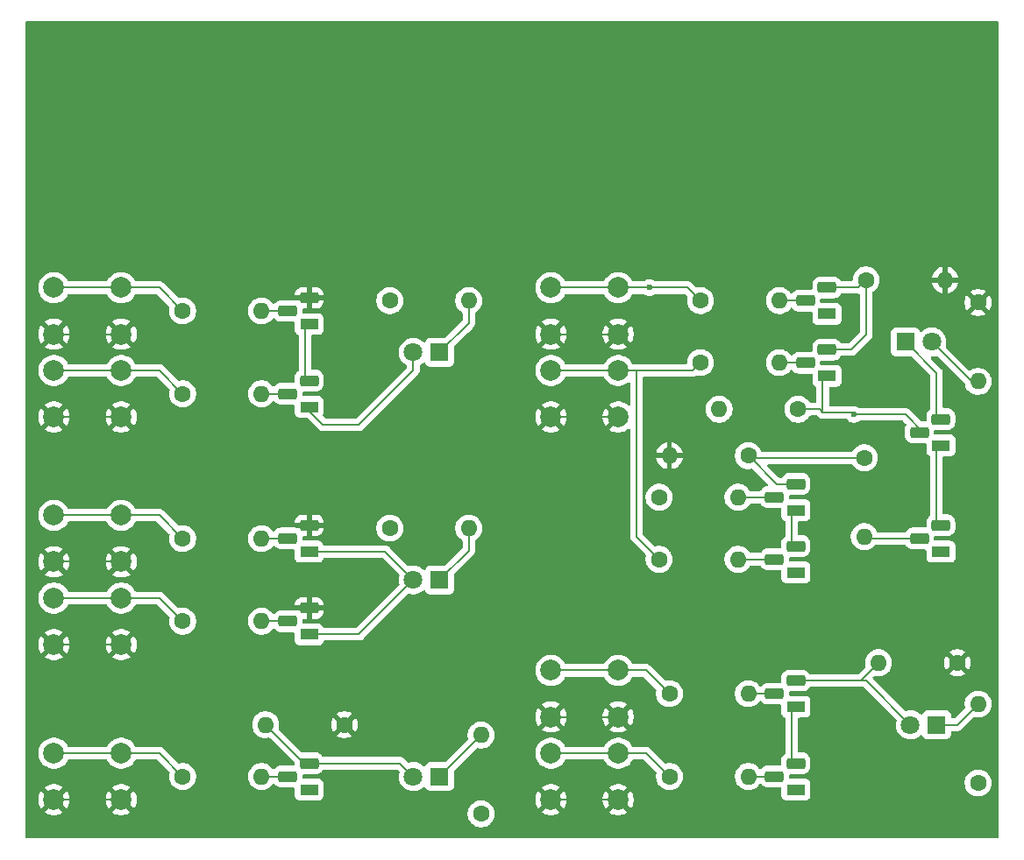
<source format=gtl>
%TF.GenerationSoftware,KiCad,Pcbnew,8.99.0-3415-g545c771fd6*%
%TF.CreationDate,2025-05-12T12:54:29+02:00*%
%TF.ProjectId,logic-solder,6c6f6769-632d-4736-9f6c-6465722e6b69,3*%
%TF.SameCoordinates,Original*%
%TF.FileFunction,Copper,L1,Top*%
%TF.FilePolarity,Positive*%
%FSLAX46Y46*%
G04 Gerber Fmt 4.6, Leading zero omitted, Abs format (unit mm)*
G04 Created by KiCad (PCBNEW 8.99.0-3415-g545c771fd6) date 2025-05-12 12:54:29*
%MOMM*%
%LPD*%
G01*
G04 APERTURE LIST*
G04 Aperture macros list*
%AMRoundRect*
0 Rectangle with rounded corners*
0 $1 Rounding radius*
0 $2 $3 $4 $5 $6 $7 $8 $9 X,Y pos of 4 corners*
0 Add a 4 corners polygon primitive as box body*
4,1,4,$2,$3,$4,$5,$6,$7,$8,$9,$2,$3,0*
0 Add four circle primitives for the rounded corners*
1,1,$1+$1,$2,$3*
1,1,$1+$1,$4,$5*
1,1,$1+$1,$6,$7*
1,1,$1+$1,$8,$9*
0 Add four rect primitives between the rounded corners*
20,1,$1+$1,$2,$3,$4,$5,0*
20,1,$1+$1,$4,$5,$6,$7,0*
20,1,$1+$1,$6,$7,$8,$9,0*
20,1,$1+$1,$8,$9,$2,$3,0*%
G04 Aperture macros list end*
%TA.AperFunction,ComponentPad*%
%ADD10C,1.600000*%
%TD*%
%TA.AperFunction,ComponentPad*%
%ADD11O,1.600000X1.600000*%
%TD*%
%TA.AperFunction,ComponentPad*%
%ADD12C,1.800000*%
%TD*%
%TA.AperFunction,ComponentPad*%
%ADD13R,1.800000X1.800000*%
%TD*%
%TA.AperFunction,ComponentPad*%
%ADD14RoundRect,0.275000X0.625000X-0.275000X0.625000X0.275000X-0.625000X0.275000X-0.625000X-0.275000X0*%
%TD*%
%TA.AperFunction,ComponentPad*%
%ADD15R,1.800000X1.100000*%
%TD*%
%TA.AperFunction,ComponentPad*%
%ADD16C,2.000000*%
%TD*%
%TA.AperFunction,ViaPad*%
%ADD17C,0.600000*%
%TD*%
%TA.AperFunction,ViaPad*%
%ADD18C,1.000000*%
%TD*%
%TA.AperFunction,Conductor*%
%ADD19C,0.200000*%
%TD*%
%ADD20C,0.300000*%
%ADD21C,0.350000*%
G04 APERTURE END LIST*
D10*
%TO.P,R22,1*%
%TO.N,Net-(Q3-E)*%
X229620000Y-66500000D03*
D11*
%TO.P,R22,2*%
%TO.N,GND*%
X222000000Y-66500000D03*
%TD*%
D10*
%TO.P,R20,1*%
%TO.N,GND*%
X199000000Y-105620000D03*
D11*
%TO.P,R20,2*%
%TO.N,Net-(D5-K)*%
X199000000Y-98000000D03*
%TD*%
D12*
%TO.P,D5,2,A*%
%TO.N,Net-(D5-A)*%
X192460000Y-102000000D03*
D13*
%TO.P,D5,1,K*%
%TO.N,Net-(D5-K)*%
X195000000Y-102000000D03*
%TD*%
D14*
%TO.P,Q4,3,C*%
%TO.N,Net-(Q3-C)*%
X232400000Y-60730000D03*
%TO.P,Q4,2,B*%
%TO.N,Net-(Q4-B)*%
X230330000Y-62000000D03*
D15*
%TO.P,Q4,1,E*%
%TO.N,Net-(Q3-E)*%
X232400000Y-63270000D03*
%TD*%
D14*
%TO.P,Q5,3,C*%
%TO.N,Net-(D2-K)*%
X243400000Y-67460000D03*
%TO.P,Q5,2,B*%
%TO.N,Net-(Q3-E)*%
X241330000Y-68730000D03*
D15*
%TO.P,Q5,1,E*%
%TO.N,Net-(Q5-E)*%
X243400000Y-70000000D03*
%TD*%
D14*
%TO.P,Q9,3,C*%
%TO.N,Net-(Q9-C)*%
X229400000Y-73730000D03*
%TO.P,Q9,2,B*%
%TO.N,Net-(Q9-B)*%
X227330000Y-75000000D03*
D15*
%TO.P,Q9,1,E*%
%TO.N,Net-(Q10-C)*%
X229400000Y-76270000D03*
%TD*%
D14*
%TO.P,Q8,3,C*%
%TO.N,Net-(Q5-E)*%
X243400000Y-77730000D03*
%TO.P,Q8,2,B*%
%TO.N,Net-(Q8-B)*%
X241330000Y-79000000D03*
D15*
%TO.P,Q8,1,E*%
%TO.N,GND*%
X243400000Y-80270000D03*
%TD*%
D11*
%TO.P,R4,2*%
%TO.N,VCC*%
X243810000Y-54000000D03*
D10*
%TO.P,R4,1*%
%TO.N,Net-(Q3-C)*%
X236190000Y-54000000D03*
%TD*%
D11*
%TO.P,R5,2*%
%TO.N,Net-(Q3-B)*%
X227810000Y-56000000D03*
D10*
%TO.P,R5,1*%
%TO.N,Net-(R13-Pad1)*%
X220190000Y-56000000D03*
%TD*%
D11*
%TO.P,R7,2*%
%TO.N,Net-(Q4-B)*%
X227810000Y-62000000D03*
D10*
%TO.P,R7,1*%
%TO.N,Net-(R14-Pad1)*%
X220190000Y-62000000D03*
%TD*%
D11*
%TO.P,R8,2*%
%TO.N,Net-(Q6-B)*%
X177810000Y-79000000D03*
D10*
%TO.P,R8,1*%
%TO.N,Net-(R8-Pad1)*%
X170190000Y-79000000D03*
%TD*%
D11*
%TO.P,R9,2*%
%TO.N,Net-(D3-K)*%
X197810000Y-78000000D03*
D10*
%TO.P,R9,1*%
%TO.N,GND*%
X190190000Y-78000000D03*
%TD*%
D11*
%TO.P,R11,2*%
%TO.N,Net-(Q7-B)*%
X177810000Y-87000000D03*
D10*
%TO.P,R11,1*%
%TO.N,Net-(R11-Pad1)*%
X170190000Y-87000000D03*
%TD*%
D11*
%TO.P,R13,2*%
%TO.N,Net-(Q9-B)*%
X223810000Y-75000000D03*
D10*
%TO.P,R13,1*%
%TO.N,Net-(R13-Pad1)*%
X216190000Y-75000000D03*
%TD*%
D11*
%TO.P,R12,2*%
%TO.N,Net-(Q8-B)*%
X236000000Y-78810000D03*
D10*
%TO.P,R12,1*%
%TO.N,Net-(Q9-C)*%
X236000000Y-71190000D03*
%TD*%
D11*
%TO.P,R14,2*%
%TO.N,Net-(Q10-B)*%
X223810000Y-81000000D03*
D10*
%TO.P,R14,1*%
%TO.N,Net-(R14-Pad1)*%
X216190000Y-81000000D03*
%TD*%
D11*
%TO.P,R10,2*%
%TO.N,VCC*%
X217190000Y-71000000D03*
D10*
%TO.P,R10,1*%
%TO.N,Net-(Q9-C)*%
X224810000Y-71000000D03*
%TD*%
D11*
%TO.P,R15,2*%
%TO.N,Net-(D4-A)*%
X237380000Y-91000000D03*
D10*
%TO.P,R15,1*%
%TO.N,VCC*%
X245000000Y-91000000D03*
%TD*%
D11*
%TO.P,R16,2*%
%TO.N,Net-(D5-A)*%
X178190000Y-97000000D03*
D10*
%TO.P,R16,1*%
%TO.N,VCC*%
X185810000Y-97000000D03*
%TD*%
D11*
%TO.P,R17,2*%
%TO.N,Net-(Q11-B)*%
X224810000Y-94000000D03*
D10*
%TO.P,R17,1*%
%TO.N,Net-(R17-Pad1)*%
X217190000Y-94000000D03*
%TD*%
D11*
%TO.P,R18,2*%
%TO.N,Net-(Q12-B)*%
X177810000Y-102000000D03*
D10*
%TO.P,R18,1*%
%TO.N,Net-(R18-Pad1)*%
X170190000Y-102000000D03*
%TD*%
D16*
%TO.P,SW4,2,2*%
%TO.N,Net-(R14-Pad1)*%
X205750000Y-62750000D03*
X212250000Y-62750000D03*
%TO.P,SW4,1,1*%
%TO.N,VCC*%
X205750000Y-67250000D03*
X212250000Y-67250000D03*
%TD*%
%TO.P,SW5,2,2*%
%TO.N,Net-(R8-Pad1)*%
X157750000Y-76750000D03*
X164250000Y-76750000D03*
%TO.P,SW5,1,1*%
%TO.N,VCC*%
X157750000Y-81250000D03*
X164250000Y-81250000D03*
%TD*%
%TO.P,SW6,2,2*%
%TO.N,Net-(R11-Pad1)*%
X157750000Y-84750000D03*
X164250000Y-84750000D03*
%TO.P,SW6,1,1*%
%TO.N,VCC*%
X157750000Y-89250000D03*
X164250000Y-89250000D03*
%TD*%
%TO.P,SW7,2,2*%
%TO.N,Net-(R17-Pad1)*%
X205750000Y-91750000D03*
X212250000Y-91750000D03*
%TO.P,SW7,1,1*%
%TO.N,VCC*%
X205750000Y-96250000D03*
X212250000Y-96250000D03*
%TD*%
%TO.P,SW8,2,2*%
%TO.N,Net-(R18-Pad1)*%
X157750000Y-99750000D03*
X164250000Y-99750000D03*
%TO.P,SW8,1,1*%
%TO.N,VCC*%
X157750000Y-104250000D03*
X164250000Y-104250000D03*
%TD*%
%TO.P,SW9,2,2*%
%TO.N,Net-(R21-Pad1)*%
X205750000Y-99750000D03*
X212250000Y-99750000D03*
%TO.P,SW9,1,1*%
%TO.N,VCC*%
X205750000Y-104250000D03*
X212250000Y-104250000D03*
%TD*%
D13*
%TO.P,D3,1,K*%
%TO.N,Net-(D3-K)*%
X195000000Y-83000000D03*
D12*
%TO.P,D3,2,A*%
%TO.N,Net-(D3-A)*%
X192460000Y-83000000D03*
%TD*%
D15*
%TO.P,Q3,1,E*%
%TO.N,Net-(Q3-E)*%
X232400000Y-57270000D03*
D14*
%TO.P,Q3,2,B*%
%TO.N,Net-(Q3-B)*%
X230330000Y-56000000D03*
%TO.P,Q3,3,C*%
%TO.N,Net-(Q3-C)*%
X232400000Y-54730000D03*
%TD*%
D13*
%TO.P,D2,1,K*%
%TO.N,Net-(D2-K)*%
X240000000Y-60000000D03*
D12*
%TO.P,D2,2,A*%
%TO.N,Net-(D2-A)*%
X242540000Y-60000000D03*
%TD*%
D15*
%TO.P,Q1,1,E*%
%TO.N,Net-(Q1-E)*%
X182400000Y-58270000D03*
D14*
%TO.P,Q1,2,B*%
%TO.N,Net-(Q1-B)*%
X180330000Y-57000000D03*
%TO.P,Q1,3,C*%
%TO.N,VCC*%
X182400000Y-55730000D03*
%TD*%
D13*
%TO.P,D1,1,K*%
%TO.N,Net-(D1-K)*%
X195000000Y-61000000D03*
D12*
%TO.P,D1,2,A*%
%TO.N,Net-(D1-A)*%
X192460000Y-61000000D03*
%TD*%
D15*
%TO.P,Q6,1,E*%
%TO.N,Net-(D3-A)*%
X182400000Y-80270000D03*
D14*
%TO.P,Q6,2,B*%
%TO.N,Net-(Q6-B)*%
X180330000Y-79000000D03*
%TO.P,Q6,3,C*%
%TO.N,VCC*%
X182400000Y-77730000D03*
%TD*%
D10*
%TO.P,R2,1*%
%TO.N,GND*%
X190190000Y-56000000D03*
D11*
%TO.P,R2,2*%
%TO.N,Net-(D1-K)*%
X197810000Y-56000000D03*
%TD*%
D13*
%TO.P,D4,1,K*%
%TO.N,Net-(D4-K)*%
X243000000Y-97000000D03*
D12*
%TO.P,D4,2,A*%
%TO.N,Net-(D4-A)*%
X240460000Y-97000000D03*
%TD*%
D15*
%TO.P,Q13,1,E*%
%TO.N,GND*%
X229400000Y-103270000D03*
D14*
%TO.P,Q13,2,B*%
%TO.N,Net-(Q13-B)*%
X227330000Y-102000000D03*
%TO.P,Q13,3,C*%
%TO.N,Net-(Q11-E)*%
X229400000Y-100730000D03*
%TD*%
D16*
%TO.P,SW2,1,1*%
%TO.N,VCC*%
X164250000Y-67250000D03*
X157750000Y-67250000D03*
%TO.P,SW2,2,2*%
%TO.N,Net-(R3-Pad1)*%
X164250000Y-62750000D03*
X157750000Y-62750000D03*
%TD*%
D10*
%TO.P,R6,1*%
%TO.N,VCC*%
X247000000Y-56190000D03*
D11*
%TO.P,R6,2*%
%TO.N,Net-(D2-A)*%
X247000000Y-63810000D03*
%TD*%
D15*
%TO.P,Q10,1,E*%
%TO.N,GND*%
X229400000Y-82270000D03*
D14*
%TO.P,Q10,2,B*%
%TO.N,Net-(Q10-B)*%
X227330000Y-81000000D03*
%TO.P,Q10,3,C*%
%TO.N,Net-(Q10-C)*%
X229400000Y-79730000D03*
%TD*%
D15*
%TO.P,Q7,1,E*%
%TO.N,Net-(D3-A)*%
X182400000Y-88270000D03*
D14*
%TO.P,Q7,2,B*%
%TO.N,Net-(Q7-B)*%
X180330000Y-87000000D03*
%TO.P,Q7,3,C*%
%TO.N,VCC*%
X182400000Y-85730000D03*
%TD*%
D10*
%TO.P,R3,1*%
%TO.N,Net-(R3-Pad1)*%
X170190000Y-65000000D03*
D11*
%TO.P,R3,2*%
%TO.N,Net-(Q2-B)*%
X177810000Y-65000000D03*
%TD*%
D15*
%TO.P,Q11,1,E*%
%TO.N,Net-(Q11-E)*%
X229400000Y-95270000D03*
D14*
%TO.P,Q11,2,B*%
%TO.N,Net-(Q11-B)*%
X227330000Y-94000000D03*
%TO.P,Q11,3,C*%
%TO.N,Net-(D4-A)*%
X229400000Y-92730000D03*
%TD*%
D15*
%TO.P,Q12,1,E*%
%TO.N,GND*%
X182400000Y-103270000D03*
D14*
%TO.P,Q12,2,B*%
%TO.N,Net-(Q12-B)*%
X180330000Y-102000000D03*
%TO.P,Q12,3,C*%
%TO.N,Net-(D5-A)*%
X182400000Y-100730000D03*
%TD*%
D16*
%TO.P,SW3,1,1*%
%TO.N,VCC*%
X212250000Y-59250000D03*
X205750000Y-59250000D03*
%TO.P,SW3,2,2*%
%TO.N,Net-(R13-Pad1)*%
X212250000Y-54750000D03*
X205750000Y-54750000D03*
%TD*%
%TO.P,SW1,1,1*%
%TO.N,VCC*%
X164250000Y-59250000D03*
X157750000Y-59250000D03*
%TO.P,SW1,2,2*%
%TO.N,Net-(R1-Pad1)*%
X164250000Y-54750000D03*
X157750000Y-54750000D03*
%TD*%
D15*
%TO.P,Q2,1,E*%
%TO.N,Net-(D1-A)*%
X182400000Y-66270000D03*
D14*
%TO.P,Q2,2,B*%
%TO.N,Net-(Q2-B)*%
X180330000Y-65000000D03*
%TO.P,Q2,3,C*%
%TO.N,Net-(Q1-E)*%
X182400000Y-63730000D03*
%TD*%
D10*
%TO.P,R1,1*%
%TO.N,Net-(R1-Pad1)*%
X170190000Y-57000000D03*
D11*
%TO.P,R1,2*%
%TO.N,Net-(Q1-B)*%
X177810000Y-57000000D03*
%TD*%
D10*
%TO.P,R21,1*%
%TO.N,Net-(R21-Pad1)*%
X217190000Y-102000000D03*
D11*
%TO.P,R21,2*%
%TO.N,Net-(Q13-B)*%
X224810000Y-102000000D03*
%TD*%
D10*
%TO.P,R19,1*%
%TO.N,GND*%
X247000000Y-102620000D03*
D11*
%TO.P,R19,2*%
%TO.N,Net-(D4-K)*%
X247000000Y-95000000D03*
%TD*%
D17*
%TO.N,Net-(Q3-E)*%
X235000000Y-67000000D03*
D18*
%TO.N,VCC*%
X190735000Y-39000001D03*
X194015000Y-39000000D03*
X168765000Y-39000001D03*
X215985000Y-39000000D03*
D17*
%TO.N,Net-(R13-Pad1)*%
X215250000Y-54750000D03*
%TD*%
D19*
%TO.N,Net-(Q3-E)*%
X234810000Y-66810000D02*
X235000000Y-67000000D01*
X232000000Y-66810000D02*
X234810000Y-66810000D01*
X231690000Y-66500000D02*
X232000000Y-66810000D01*
X229620000Y-66500000D02*
X231690000Y-66500000D01*
X235000000Y-67000000D02*
X240000000Y-67000000D01*
%TO.N,Net-(D5-K)*%
X195000000Y-102000000D02*
X199000000Y-98000000D01*
%TO.N,Net-(R21-Pad1)*%
X214940000Y-99750000D02*
X217190000Y-102000000D01*
X212250000Y-99750000D02*
X214940000Y-99750000D01*
X212250000Y-99750000D02*
X205750000Y-99750000D01*
%TO.N,VCC*%
X205750000Y-96250000D02*
X212250000Y-96250000D01*
X205750000Y-59250000D02*
X212250000Y-59250000D01*
X212250000Y-104250000D02*
X205750000Y-104250000D01*
X194015000Y-39000000D02*
X194014999Y-39000001D01*
X164250000Y-67250000D02*
X157750000Y-67250000D01*
X157750000Y-81250000D02*
X164250000Y-81250000D01*
X157750000Y-104250000D02*
X164250000Y-104250000D01*
X164250000Y-89250000D02*
X157750000Y-89250000D01*
X157750000Y-59250000D02*
X164250000Y-59250000D01*
X212250000Y-67250000D02*
X205750000Y-67250000D01*
%TO.N,Net-(D1-K)*%
X197810000Y-58190000D02*
X195000000Y-61000000D01*
X197810000Y-56000000D02*
X197810000Y-58190000D01*
%TO.N,Net-(D1-A)*%
X182000000Y-66270000D02*
X183730000Y-68000000D01*
X192460000Y-62730000D02*
X192460000Y-61000000D01*
X187190000Y-68000000D02*
X192460000Y-62730000D01*
X183730000Y-68000000D02*
X187190000Y-68000000D01*
%TO.N,Net-(D2-K)*%
X243000000Y-63000000D02*
X240000000Y-60000000D01*
X243000000Y-67460000D02*
X243000000Y-63000000D01*
%TO.N,Net-(D2-A)*%
X246350000Y-63810000D02*
X247000000Y-63810000D01*
X242540000Y-60000000D02*
X246350000Y-63810000D01*
%TO.N,Net-(D3-A)*%
X182000000Y-80270000D02*
X189730000Y-80270000D01*
X189730000Y-80270000D02*
X192460000Y-83000000D01*
X187190000Y-88270000D02*
X192460000Y-83000000D01*
X182000000Y-88270000D02*
X187190000Y-88270000D01*
%TO.N,Net-(D3-K)*%
X197810000Y-80190000D02*
X197810000Y-78000000D01*
X195000000Y-83000000D02*
X197810000Y-80190000D01*
%TO.N,Net-(D4-K)*%
X243000000Y-97000000D02*
X245000000Y-97000000D01*
X245000000Y-97000000D02*
X247000000Y-95000000D01*
%TO.N,Net-(D4-A)*%
X235650000Y-92730000D02*
X236190000Y-92730000D01*
X235650000Y-92730000D02*
X237380000Y-91000000D01*
X229000000Y-92730000D02*
X235650000Y-92730000D01*
X236190000Y-92730000D02*
X240460000Y-97000000D01*
%TO.N,Net-(D5-A)*%
X182000000Y-100730000D02*
X181920000Y-100730000D01*
X181920000Y-100730000D02*
X178190000Y-97000000D01*
X182000000Y-100730000D02*
X191190000Y-100730000D01*
X191190000Y-100730000D02*
X192460000Y-102000000D01*
%TO.N,Net-(Q1-B)*%
X177810000Y-57000000D02*
X180730000Y-57000000D01*
%TO.N,Net-(Q1-E)*%
X182000000Y-58270000D02*
X182000000Y-63730000D01*
%TO.N,Net-(Q2-B)*%
X177810000Y-65000000D02*
X180730000Y-65000000D01*
%TO.N,Net-(Q3-B)*%
X227810000Y-56000000D02*
X230730000Y-56000000D01*
%TO.N,Net-(Q4-B)*%
X227810000Y-62000000D02*
X230730000Y-62000000D01*
%TO.N,Net-(Q9-B)*%
X223810000Y-75000000D02*
X227730000Y-75000000D01*
%TO.N,Net-(Q10-B)*%
X223810000Y-81000000D02*
X227730000Y-81000000D01*
%TO.N,Net-(Q8-B)*%
X236190000Y-79000000D02*
X236000000Y-78810000D01*
X241730000Y-79000000D02*
X236190000Y-79000000D01*
%TO.N,Net-(Q12-B)*%
X177810000Y-102000000D02*
X180730000Y-102000000D01*
%TO.N,Net-(R8-Pad1)*%
X164250000Y-76750000D02*
X167940000Y-76750000D01*
X167940000Y-76750000D02*
X170190000Y-79000000D01*
X157750000Y-76750000D02*
X164250000Y-76750000D01*
%TO.N,Net-(R11-Pad1)*%
X157750000Y-84750000D02*
X164250000Y-84750000D01*
X167940000Y-84750000D02*
X170190000Y-87000000D01*
X164250000Y-84750000D02*
X167940000Y-84750000D01*
%TO.N,Net-(R13-Pad1)*%
X212250000Y-54750000D02*
X215250000Y-54750000D01*
X205750000Y-54750000D02*
X212250000Y-54750000D01*
X218940000Y-54750000D02*
X220190000Y-56000000D01*
X215250000Y-54750000D02*
X218940000Y-54750000D01*
%TO.N,Net-(R14-Pad1)*%
X212250000Y-62750000D02*
X205750000Y-62750000D01*
X212250000Y-62750000D02*
X214000000Y-62750000D01*
X214000000Y-62750000D02*
X214000000Y-78810000D01*
X214000000Y-78810000D02*
X216190000Y-81000000D01*
X214000000Y-62750000D02*
X219440000Y-62750000D01*
X219440000Y-62750000D02*
X220190000Y-62000000D01*
%TO.N,Net-(Q3-C)*%
X234750000Y-60750000D02*
X236190000Y-59310000D01*
X236190000Y-59310000D02*
X236190000Y-54000000D01*
X235460000Y-54730000D02*
X236190000Y-54000000D01*
X232000000Y-54730000D02*
X235460000Y-54730000D01*
X234730000Y-60730000D02*
X234750000Y-60750000D01*
X232000000Y-60730000D02*
X234730000Y-60730000D01*
%TO.N,Net-(Q3-E)*%
X240000000Y-67000000D02*
X241730000Y-68730000D01*
X232000000Y-66810000D02*
X232000000Y-63270000D01*
%TO.N,Net-(Q5-E)*%
X243000000Y-70000000D02*
X243000000Y-77730000D01*
%TO.N,Net-(Q6-B)*%
X180730000Y-79000000D02*
X177810000Y-79000000D01*
%TO.N,Net-(Q7-B)*%
X180730000Y-87000000D02*
X177810000Y-87000000D01*
%TO.N,Net-(Q10-C)*%
X229000000Y-79730000D02*
X229000000Y-76270000D01*
%TO.N,Net-(Q11-E)*%
X229000000Y-100730000D02*
X229000000Y-95270000D01*
%TO.N,Net-(R1-Pad1)*%
X167940000Y-54750000D02*
X170190000Y-57000000D01*
X157750000Y-54750000D02*
X164250000Y-54750000D01*
X164250000Y-54750000D02*
X167940000Y-54750000D01*
%TO.N,Net-(R3-Pad1)*%
X167940000Y-62750000D02*
X170190000Y-65000000D01*
X157750000Y-62750000D02*
X164250000Y-62750000D01*
X164250000Y-62750000D02*
X167940000Y-62750000D01*
%TO.N,Net-(R17-Pad1)*%
X214940000Y-91750000D02*
X217190000Y-94000000D01*
X212250000Y-91750000D02*
X214940000Y-91750000D01*
X212250000Y-91750000D02*
X205750000Y-91750000D01*
%TO.N,Net-(R18-Pad1)*%
X157750000Y-99750000D02*
X164250000Y-99750000D01*
X164250000Y-99750000D02*
X167940000Y-99750000D01*
X167940000Y-99750000D02*
X170190000Y-102000000D01*
%TO.N,Net-(Q11-B)*%
X224810000Y-94000000D02*
X227730000Y-94000000D01*
%TO.N,Net-(Q13-B)*%
X224810000Y-102000000D02*
X227730000Y-102000000D01*
%TO.N,Net-(Q9-C)*%
X225000000Y-71190000D02*
X224810000Y-71000000D01*
X236000000Y-71190000D02*
X225000000Y-71190000D01*
X224810000Y-71000000D02*
X227540000Y-73730000D01*
X227540000Y-73730000D02*
X229000000Y-73730000D01*
%TD*%
%TA.AperFunction,Conductor*%
%TO.N,VCC*%
G36*
X248943039Y-29019685D02*
G01*
X248988794Y-29072489D01*
X249000000Y-29124000D01*
X249000000Y-107876000D01*
X248980315Y-107943039D01*
X248927511Y-107988794D01*
X248876000Y-108000000D01*
X155124000Y-108000000D01*
X155056961Y-107980315D01*
X155011206Y-107927511D01*
X155000000Y-107876000D01*
X155000000Y-104131947D01*
X156250000Y-104131947D01*
X156250000Y-104368052D01*
X156286934Y-104601247D01*
X156359897Y-104825802D01*
X156467087Y-105036174D01*
X156527338Y-105119104D01*
X156527340Y-105119105D01*
X157226212Y-104420233D01*
X157237482Y-104462292D01*
X157309890Y-104587708D01*
X157412292Y-104690110D01*
X157537708Y-104762518D01*
X157579765Y-104773787D01*
X156880893Y-105472658D01*
X156963828Y-105532914D01*
X157174197Y-105640102D01*
X157398752Y-105713065D01*
X157398751Y-105713065D01*
X157631948Y-105750000D01*
X157868052Y-105750000D01*
X158101247Y-105713065D01*
X158325802Y-105640102D01*
X158536163Y-105532918D01*
X158536169Y-105532914D01*
X158619104Y-105472658D01*
X158619105Y-105472658D01*
X157920233Y-104773787D01*
X157962292Y-104762518D01*
X158087708Y-104690110D01*
X158190110Y-104587708D01*
X158262518Y-104462292D01*
X158273787Y-104420234D01*
X158972658Y-105119105D01*
X158972658Y-105119104D01*
X159032914Y-105036169D01*
X159032918Y-105036163D01*
X159140102Y-104825802D01*
X159213065Y-104601247D01*
X159250000Y-104368052D01*
X159250000Y-104131947D01*
X162750000Y-104131947D01*
X162750000Y-104368052D01*
X162786934Y-104601247D01*
X162859897Y-104825802D01*
X162967087Y-105036174D01*
X163027338Y-105119104D01*
X163027340Y-105119105D01*
X163726212Y-104420233D01*
X163737482Y-104462292D01*
X163809890Y-104587708D01*
X163912292Y-104690110D01*
X164037708Y-104762518D01*
X164079765Y-104773787D01*
X163380893Y-105472658D01*
X163463828Y-105532914D01*
X163674197Y-105640102D01*
X163898752Y-105713065D01*
X163898751Y-105713065D01*
X164131948Y-105750000D01*
X164368052Y-105750000D01*
X164601247Y-105713065D01*
X164825802Y-105640102D01*
X165036163Y-105532918D01*
X165036169Y-105532914D01*
X165057181Y-105517648D01*
X197699500Y-105517648D01*
X197699500Y-105722351D01*
X197731522Y-105924534D01*
X197794781Y-106119223D01*
X197887715Y-106301613D01*
X198008028Y-106467213D01*
X198152786Y-106611971D01*
X198307749Y-106724556D01*
X198318390Y-106732287D01*
X198434607Y-106791503D01*
X198500776Y-106825218D01*
X198500778Y-106825218D01*
X198500781Y-106825220D01*
X198605137Y-106859127D01*
X198695465Y-106888477D01*
X198796557Y-106904488D01*
X198897648Y-106920500D01*
X198897649Y-106920500D01*
X199102351Y-106920500D01*
X199102352Y-106920500D01*
X199304534Y-106888477D01*
X199499219Y-106825220D01*
X199681610Y-106732287D01*
X199774590Y-106664732D01*
X199847213Y-106611971D01*
X199847215Y-106611968D01*
X199847219Y-106611966D01*
X199991966Y-106467219D01*
X199991968Y-106467215D01*
X199991971Y-106467213D01*
X200044732Y-106394590D01*
X200112287Y-106301610D01*
X200205220Y-106119219D01*
X200268477Y-105924534D01*
X200300500Y-105722352D01*
X200300500Y-105517648D01*
X200268477Y-105315466D01*
X200205220Y-105120781D01*
X200205218Y-105120778D01*
X200205218Y-105120776D01*
X200171503Y-105054607D01*
X200112287Y-104938390D01*
X200104556Y-104927749D01*
X199991971Y-104772786D01*
X199847213Y-104628028D01*
X199681613Y-104507715D01*
X199681612Y-104507714D01*
X199681610Y-104507713D01*
X199624653Y-104478691D01*
X199499223Y-104414781D01*
X199304534Y-104351522D01*
X199120718Y-104322409D01*
X199102352Y-104319500D01*
X198897648Y-104319500D01*
X198879282Y-104322409D01*
X198695465Y-104351522D01*
X198500776Y-104414781D01*
X198318386Y-104507715D01*
X198152786Y-104628028D01*
X198008028Y-104772786D01*
X197887715Y-104938386D01*
X197794781Y-105120776D01*
X197731522Y-105315465D01*
X197699500Y-105517648D01*
X165057181Y-105517648D01*
X165119104Y-105472658D01*
X165119104Y-105472657D01*
X164420233Y-104773787D01*
X164462292Y-104762518D01*
X164587708Y-104690110D01*
X164690110Y-104587708D01*
X164762518Y-104462292D01*
X164773787Y-104420234D01*
X165472658Y-105119105D01*
X165472658Y-105119104D01*
X165532914Y-105036169D01*
X165532918Y-105036163D01*
X165640102Y-104825802D01*
X165713065Y-104601247D01*
X165750000Y-104368052D01*
X165750000Y-104131947D01*
X165713065Y-103898752D01*
X165640102Y-103674197D01*
X165532914Y-103463828D01*
X165472658Y-103380894D01*
X165472658Y-103380893D01*
X164773787Y-104079765D01*
X164762518Y-104037708D01*
X164690110Y-103912292D01*
X164587708Y-103809890D01*
X164462292Y-103737482D01*
X164420234Y-103726212D01*
X165119105Y-103027340D01*
X165119104Y-103027338D01*
X165036174Y-102967087D01*
X164825802Y-102859897D01*
X164601247Y-102786934D01*
X164601248Y-102786934D01*
X164368052Y-102750000D01*
X164131948Y-102750000D01*
X163898752Y-102786934D01*
X163674197Y-102859897D01*
X163463830Y-102967084D01*
X163380894Y-103027340D01*
X164079766Y-103726212D01*
X164037708Y-103737482D01*
X163912292Y-103809890D01*
X163809890Y-103912292D01*
X163737482Y-104037708D01*
X163726212Y-104079766D01*
X163027340Y-103380894D01*
X162967084Y-103463830D01*
X162859897Y-103674197D01*
X162786934Y-103898752D01*
X162750000Y-104131947D01*
X159250000Y-104131947D01*
X159213065Y-103898752D01*
X159140102Y-103674197D01*
X159032914Y-103463828D01*
X158972658Y-103380894D01*
X158972658Y-103380893D01*
X158273787Y-104079765D01*
X158262518Y-104037708D01*
X158190110Y-103912292D01*
X158087708Y-103809890D01*
X157962292Y-103737482D01*
X157920234Y-103726212D01*
X158619105Y-103027340D01*
X158619104Y-103027339D01*
X158536174Y-102967087D01*
X158325802Y-102859897D01*
X158101247Y-102786934D01*
X158101248Y-102786934D01*
X157868052Y-102750000D01*
X157631948Y-102750000D01*
X157398752Y-102786934D01*
X157174197Y-102859897D01*
X156963830Y-102967084D01*
X156880894Y-103027340D01*
X157579766Y-103726212D01*
X157537708Y-103737482D01*
X157412292Y-103809890D01*
X157309890Y-103912292D01*
X157237482Y-104037708D01*
X157226212Y-104079766D01*
X156527340Y-103380894D01*
X156467084Y-103463830D01*
X156359897Y-103674197D01*
X156286934Y-103898752D01*
X156250000Y-104131947D01*
X155000000Y-104131947D01*
X155000000Y-99631902D01*
X156249500Y-99631902D01*
X156249500Y-99868097D01*
X156286446Y-100101368D01*
X156359433Y-100325996D01*
X156466657Y-100536433D01*
X156605483Y-100727510D01*
X156772490Y-100894517D01*
X156963567Y-101033343D01*
X157000433Y-101052127D01*
X157174003Y-101140566D01*
X157174005Y-101140566D01*
X157174008Y-101140568D01*
X157291206Y-101178648D01*
X157398631Y-101213553D01*
X157631903Y-101250500D01*
X157631908Y-101250500D01*
X157868097Y-101250500D01*
X158101368Y-101213553D01*
X158187050Y-101185713D01*
X158325992Y-101140568D01*
X158536433Y-101033343D01*
X158727510Y-100894517D01*
X158894517Y-100727510D01*
X159033343Y-100536433D01*
X159093583Y-100418204D01*
X159141558Y-100367409D01*
X159204068Y-100350500D01*
X162795932Y-100350500D01*
X162862971Y-100370185D01*
X162906416Y-100418203D01*
X162966657Y-100536433D01*
X163105483Y-100727510D01*
X163272490Y-100894517D01*
X163463567Y-101033343D01*
X163500433Y-101052127D01*
X163674003Y-101140566D01*
X163674005Y-101140566D01*
X163674008Y-101140568D01*
X163791206Y-101178648D01*
X163898631Y-101213553D01*
X164131903Y-101250500D01*
X164131908Y-101250500D01*
X164368097Y-101250500D01*
X164601368Y-101213553D01*
X164687050Y-101185713D01*
X164825992Y-101140568D01*
X165036433Y-101033343D01*
X165227510Y-100894517D01*
X165394517Y-100727510D01*
X165533343Y-100536433D01*
X165593583Y-100418204D01*
X165641558Y-100367409D01*
X165704068Y-100350500D01*
X167639903Y-100350500D01*
X167706942Y-100370185D01*
X167727584Y-100386819D01*
X168895921Y-101555157D01*
X168929406Y-101616480D01*
X168926173Y-101681149D01*
X168921523Y-101695460D01*
X168921523Y-101695462D01*
X168889500Y-101897648D01*
X168889500Y-102102351D01*
X168921522Y-102304534D01*
X168984781Y-102499223D01*
X169013766Y-102556108D01*
X169072882Y-102672129D01*
X169077715Y-102681613D01*
X169198028Y-102847213D01*
X169342786Y-102991971D01*
X169450441Y-103070185D01*
X169508390Y-103112287D01*
X169624607Y-103171503D01*
X169690776Y-103205218D01*
X169690778Y-103205218D01*
X169690781Y-103205220D01*
X169795137Y-103239127D01*
X169885465Y-103268477D01*
X169986557Y-103284488D01*
X170087648Y-103300500D01*
X170087649Y-103300500D01*
X170292351Y-103300500D01*
X170292352Y-103300500D01*
X170494534Y-103268477D01*
X170689219Y-103205220D01*
X170871610Y-103112287D01*
X170964590Y-103044732D01*
X171037213Y-102991971D01*
X171037215Y-102991968D01*
X171037219Y-102991966D01*
X171181966Y-102847219D01*
X171181968Y-102847215D01*
X171181971Y-102847213D01*
X171260112Y-102739659D01*
X171302287Y-102681610D01*
X171395220Y-102499219D01*
X171458477Y-102304534D01*
X171490500Y-102102352D01*
X171490500Y-101897648D01*
X176509500Y-101897648D01*
X176509500Y-102102351D01*
X176541522Y-102304534D01*
X176604781Y-102499223D01*
X176633766Y-102556108D01*
X176692882Y-102672129D01*
X176697715Y-102681613D01*
X176818028Y-102847213D01*
X176962786Y-102991971D01*
X177070441Y-103070185D01*
X177128390Y-103112287D01*
X177244607Y-103171503D01*
X177310776Y-103205218D01*
X177310778Y-103205218D01*
X177310781Y-103205220D01*
X177415137Y-103239127D01*
X177505465Y-103268477D01*
X177606557Y-103284488D01*
X177707648Y-103300500D01*
X177707649Y-103300500D01*
X177912351Y-103300500D01*
X177912352Y-103300500D01*
X178114534Y-103268477D01*
X178309219Y-103205220D01*
X178491610Y-103112287D01*
X178584590Y-103044732D01*
X178657213Y-102991971D01*
X178657215Y-102991968D01*
X178657219Y-102991966D01*
X178801966Y-102847219D01*
X178880112Y-102739658D01*
X178935442Y-102696992D01*
X179005055Y-102691013D01*
X179066850Y-102723618D01*
X179085424Y-102746569D01*
X179094853Y-102761576D01*
X179218424Y-102885147D01*
X179366394Y-102978122D01*
X179531343Y-103035841D01*
X179531349Y-103035841D01*
X179531351Y-103035842D01*
X179572750Y-103040506D01*
X179661442Y-103050499D01*
X179661445Y-103050500D01*
X180875500Y-103050500D01*
X180942539Y-103070185D01*
X180988294Y-103122989D01*
X180999500Y-103174500D01*
X180999500Y-103867870D01*
X180999501Y-103867876D01*
X181005908Y-103927483D01*
X181056202Y-104062328D01*
X181056206Y-104062335D01*
X181142452Y-104177544D01*
X181142455Y-104177547D01*
X181257664Y-104263793D01*
X181257671Y-104263797D01*
X181392517Y-104314091D01*
X181392516Y-104314091D01*
X181399444Y-104314835D01*
X181452127Y-104320500D01*
X183347872Y-104320499D01*
X183407483Y-104314091D01*
X183542331Y-104263796D01*
X183657546Y-104177546D01*
X183691681Y-104131947D01*
X204250000Y-104131947D01*
X204250000Y-104368052D01*
X204286934Y-104601247D01*
X204359897Y-104825802D01*
X204467087Y-105036174D01*
X204527338Y-105119104D01*
X204527340Y-105119105D01*
X205226212Y-104420233D01*
X205237482Y-104462292D01*
X205309890Y-104587708D01*
X205412292Y-104690110D01*
X205537708Y-104762518D01*
X205579765Y-104773787D01*
X204880893Y-105472658D01*
X204963828Y-105532914D01*
X205174197Y-105640102D01*
X205398752Y-105713065D01*
X205398751Y-105713065D01*
X205631948Y-105750000D01*
X205868052Y-105750000D01*
X206101247Y-105713065D01*
X206325802Y-105640102D01*
X206536163Y-105532918D01*
X206536169Y-105532914D01*
X206619104Y-105472658D01*
X206619105Y-105472658D01*
X205920233Y-104773787D01*
X205962292Y-104762518D01*
X206087708Y-104690110D01*
X206190110Y-104587708D01*
X206262518Y-104462292D01*
X206273787Y-104420234D01*
X206972658Y-105119105D01*
X206972658Y-105119104D01*
X207032914Y-105036169D01*
X207032918Y-105036163D01*
X207140102Y-104825802D01*
X207213065Y-104601247D01*
X207250000Y-104368052D01*
X207250000Y-104131947D01*
X210750000Y-104131947D01*
X210750000Y-104368052D01*
X210786934Y-104601247D01*
X210859897Y-104825802D01*
X210967087Y-105036174D01*
X211027338Y-105119104D01*
X211027340Y-105119105D01*
X211726212Y-104420233D01*
X211737482Y-104462292D01*
X211809890Y-104587708D01*
X211912292Y-104690110D01*
X212037708Y-104762518D01*
X212079765Y-104773787D01*
X211380893Y-105472658D01*
X211463828Y-105532914D01*
X211674197Y-105640102D01*
X211898752Y-105713065D01*
X211898751Y-105713065D01*
X212131948Y-105750000D01*
X212368052Y-105750000D01*
X212601247Y-105713065D01*
X212825802Y-105640102D01*
X213036163Y-105532918D01*
X213036169Y-105532914D01*
X213119104Y-105472658D01*
X213119105Y-105472658D01*
X212420233Y-104773787D01*
X212462292Y-104762518D01*
X212587708Y-104690110D01*
X212690110Y-104587708D01*
X212762518Y-104462292D01*
X212773787Y-104420234D01*
X213472658Y-105119105D01*
X213472658Y-105119104D01*
X213532914Y-105036169D01*
X213532918Y-105036163D01*
X213640102Y-104825802D01*
X213713065Y-104601247D01*
X213750000Y-104368052D01*
X213750000Y-104131947D01*
X213713065Y-103898752D01*
X213640102Y-103674197D01*
X213532914Y-103463828D01*
X213472658Y-103380894D01*
X213472658Y-103380893D01*
X212773787Y-104079765D01*
X212762518Y-104037708D01*
X212690110Y-103912292D01*
X212587708Y-103809890D01*
X212462292Y-103737482D01*
X212420234Y-103726212D01*
X213119105Y-103027340D01*
X213119104Y-103027338D01*
X213036174Y-102967087D01*
X212825802Y-102859897D01*
X212601247Y-102786934D01*
X212601248Y-102786934D01*
X212368052Y-102750000D01*
X212131948Y-102750000D01*
X211898752Y-102786934D01*
X211674197Y-102859897D01*
X211463830Y-102967084D01*
X211380894Y-103027340D01*
X212079766Y-103726212D01*
X212037708Y-103737482D01*
X211912292Y-103809890D01*
X211809890Y-103912292D01*
X211737482Y-104037708D01*
X211726212Y-104079766D01*
X211027340Y-103380894D01*
X210967084Y-103463830D01*
X210859897Y-103674197D01*
X210786934Y-103898752D01*
X210750000Y-104131947D01*
X207250000Y-104131947D01*
X207213065Y-103898752D01*
X207140102Y-103674197D01*
X207032914Y-103463828D01*
X206972658Y-103380894D01*
X206972658Y-103380893D01*
X206273787Y-104079765D01*
X206262518Y-104037708D01*
X206190110Y-103912292D01*
X206087708Y-103809890D01*
X205962292Y-103737482D01*
X205920234Y-103726212D01*
X206619105Y-103027340D01*
X206619104Y-103027339D01*
X206536174Y-102967087D01*
X206325802Y-102859897D01*
X206101247Y-102786934D01*
X206101248Y-102786934D01*
X205868052Y-102750000D01*
X205631948Y-102750000D01*
X205398752Y-102786934D01*
X205174197Y-102859897D01*
X204963830Y-102967084D01*
X204880894Y-103027340D01*
X205579766Y-103726212D01*
X205537708Y-103737482D01*
X205412292Y-103809890D01*
X205309890Y-103912292D01*
X205237482Y-104037708D01*
X205226212Y-104079766D01*
X204527340Y-103380894D01*
X204467084Y-103463830D01*
X204359897Y-103674197D01*
X204286934Y-103898752D01*
X204250000Y-104131947D01*
X183691681Y-104131947D01*
X183743796Y-104062331D01*
X183794091Y-103927483D01*
X183800500Y-103867873D01*
X183800499Y-102672128D01*
X183794091Y-102612517D01*
X183794090Y-102612515D01*
X183743797Y-102477671D01*
X183743793Y-102477664D01*
X183657547Y-102362455D01*
X183657544Y-102362452D01*
X183542335Y-102276206D01*
X183542328Y-102276202D01*
X183407482Y-102225908D01*
X183407483Y-102225908D01*
X183347883Y-102219501D01*
X183347881Y-102219500D01*
X183347873Y-102219500D01*
X183347865Y-102219500D01*
X181854500Y-102219500D01*
X181845814Y-102216949D01*
X181836853Y-102218238D01*
X181812812Y-102207259D01*
X181787461Y-102199815D01*
X181781533Y-102192974D01*
X181773297Y-102189213D01*
X181759007Y-102166978D01*
X181741706Y-102147011D01*
X181739418Y-102136496D01*
X181735523Y-102130435D01*
X181730500Y-102095500D01*
X181730500Y-101904500D01*
X181750185Y-101837461D01*
X181802989Y-101791706D01*
X181854500Y-101780500D01*
X183068555Y-101780500D01*
X183068556Y-101780499D01*
X183198657Y-101765841D01*
X183363606Y-101708122D01*
X183511576Y-101615147D01*
X183635147Y-101491576D01*
X183699896Y-101388528D01*
X183752231Y-101342237D01*
X183804890Y-101330500D01*
X190889903Y-101330500D01*
X190919343Y-101339144D01*
X190949330Y-101345668D01*
X190954345Y-101349422D01*
X190956942Y-101350185D01*
X190977584Y-101366819D01*
X191086561Y-101475796D01*
X191120046Y-101537119D01*
X191116811Y-101601794D01*
X191093985Y-101672045D01*
X191076825Y-101780393D01*
X191059500Y-101889778D01*
X191059500Y-102110222D01*
X191065327Y-102147011D01*
X191093985Y-102327952D01*
X191162103Y-102537603D01*
X191162104Y-102537606D01*
X191194151Y-102600500D01*
X191256238Y-102722351D01*
X191262187Y-102734025D01*
X191391752Y-102912358D01*
X191391756Y-102912363D01*
X191547636Y-103068243D01*
X191547641Y-103068247D01*
X191622988Y-103122989D01*
X191725978Y-103197815D01*
X191854375Y-103263237D01*
X191922393Y-103297895D01*
X191922396Y-103297896D01*
X192027221Y-103331955D01*
X192132049Y-103366015D01*
X192349778Y-103400500D01*
X192349779Y-103400500D01*
X192570221Y-103400500D01*
X192570222Y-103400500D01*
X192787951Y-103366015D01*
X192997606Y-103297895D01*
X193194022Y-103197815D01*
X193372365Y-103068242D01*
X193422536Y-103018070D01*
X193483857Y-102984586D01*
X193553548Y-102989570D01*
X193609482Y-103031441D01*
X193626398Y-103062419D01*
X193656202Y-103142328D01*
X193656206Y-103142335D01*
X193742452Y-103257544D01*
X193742455Y-103257547D01*
X193857664Y-103343793D01*
X193857671Y-103343797D01*
X193992517Y-103394091D01*
X193992516Y-103394091D01*
X193999444Y-103394835D01*
X194052127Y-103400500D01*
X195947872Y-103400499D01*
X196007483Y-103394091D01*
X196142331Y-103343796D01*
X196257546Y-103257546D01*
X196343796Y-103142331D01*
X196371429Y-103068243D01*
X196385221Y-103031266D01*
X196385221Y-103031265D01*
X196387784Y-103024390D01*
X196394091Y-103007483D01*
X196400500Y-102947873D01*
X196400499Y-101500095D01*
X196420184Y-101433057D01*
X196436813Y-101412420D01*
X198217331Y-99631902D01*
X204249500Y-99631902D01*
X204249500Y-99868097D01*
X204286446Y-100101368D01*
X204359433Y-100325996D01*
X204466657Y-100536433D01*
X204605483Y-100727510D01*
X204772490Y-100894517D01*
X204963567Y-101033343D01*
X205000433Y-101052127D01*
X205174003Y-101140566D01*
X205174005Y-101140566D01*
X205174008Y-101140568D01*
X205291206Y-101178648D01*
X205398631Y-101213553D01*
X205631903Y-101250500D01*
X205631908Y-101250500D01*
X205868097Y-101250500D01*
X206101368Y-101213553D01*
X206187050Y-101185713D01*
X206325992Y-101140568D01*
X206536433Y-101033343D01*
X206727510Y-100894517D01*
X206894517Y-100727510D01*
X207033343Y-100536433D01*
X207093583Y-100418204D01*
X207141558Y-100367409D01*
X207204068Y-100350500D01*
X210795932Y-100350500D01*
X210862971Y-100370185D01*
X210906416Y-100418203D01*
X210966657Y-100536433D01*
X211105483Y-100727510D01*
X211272490Y-100894517D01*
X211463567Y-101033343D01*
X211500433Y-101052127D01*
X211674003Y-101140566D01*
X211674005Y-101140566D01*
X211674008Y-101140568D01*
X211791206Y-101178648D01*
X211898631Y-101213553D01*
X212131903Y-101250500D01*
X212131908Y-101250500D01*
X212368097Y-101250500D01*
X212601368Y-101213553D01*
X212687050Y-101185713D01*
X212825992Y-101140568D01*
X213036433Y-101033343D01*
X213227510Y-100894517D01*
X213394517Y-100727510D01*
X213533343Y-100536433D01*
X213593583Y-100418204D01*
X213641558Y-100367409D01*
X213704068Y-100350500D01*
X214639903Y-100350500D01*
X214706942Y-100370185D01*
X214727584Y-100386819D01*
X215895921Y-101555157D01*
X215929406Y-101616480D01*
X215926173Y-101681149D01*
X215921523Y-101695460D01*
X215921523Y-101695462D01*
X215889500Y-101897648D01*
X215889500Y-102102351D01*
X215921522Y-102304534D01*
X215984781Y-102499223D01*
X216013766Y-102556108D01*
X216072882Y-102672129D01*
X216077715Y-102681613D01*
X216198028Y-102847213D01*
X216342786Y-102991971D01*
X216450441Y-103070185D01*
X216508390Y-103112287D01*
X216624607Y-103171503D01*
X216690776Y-103205218D01*
X216690778Y-103205218D01*
X216690781Y-103205220D01*
X216795137Y-103239127D01*
X216885465Y-103268477D01*
X216986557Y-103284488D01*
X217087648Y-103300500D01*
X217087649Y-103300500D01*
X217292351Y-103300500D01*
X217292352Y-103300500D01*
X217494534Y-103268477D01*
X217689219Y-103205220D01*
X217871610Y-103112287D01*
X217964590Y-103044732D01*
X218037213Y-102991971D01*
X218037215Y-102991968D01*
X218037219Y-102991966D01*
X218181966Y-102847219D01*
X218181968Y-102847215D01*
X218181971Y-102847213D01*
X218260112Y-102739659D01*
X218302287Y-102681610D01*
X218395220Y-102499219D01*
X218458477Y-102304534D01*
X218490500Y-102102352D01*
X218490500Y-101897648D01*
X218458477Y-101695465D01*
X218395218Y-101500776D01*
X218350195Y-101412415D01*
X218302287Y-101318390D01*
X218275842Y-101281991D01*
X218181971Y-101152786D01*
X218037213Y-101008028D01*
X217871613Y-100887715D01*
X217871612Y-100887714D01*
X217871610Y-100887713D01*
X217812636Y-100857664D01*
X217689223Y-100794781D01*
X217494534Y-100731522D01*
X217308799Y-100702105D01*
X217292352Y-100699500D01*
X217087648Y-100699500D01*
X217047211Y-100705904D01*
X216885462Y-100731523D01*
X216885460Y-100731523D01*
X216871149Y-100736173D01*
X216801308Y-100738164D01*
X216745157Y-100705921D01*
X215427590Y-99388355D01*
X215427588Y-99388352D01*
X215308717Y-99269481D01*
X215308716Y-99269480D01*
X215221904Y-99219360D01*
X215221904Y-99219359D01*
X215221900Y-99219358D01*
X215171785Y-99190423D01*
X215019057Y-99149499D01*
X214860943Y-99149499D01*
X214853347Y-99149499D01*
X214853331Y-99149500D01*
X213704068Y-99149500D01*
X213637029Y-99129815D01*
X213593583Y-99081795D01*
X213533343Y-98963567D01*
X213394517Y-98772490D01*
X213227510Y-98605483D01*
X213036433Y-98466657D01*
X212993619Y-98444842D01*
X212825996Y-98359433D01*
X212601368Y-98286446D01*
X212368097Y-98249500D01*
X212368092Y-98249500D01*
X212131908Y-98249500D01*
X212131903Y-98249500D01*
X211898631Y-98286446D01*
X211674003Y-98359433D01*
X211463566Y-98466657D01*
X211354550Y-98545862D01*
X211272490Y-98605483D01*
X211272488Y-98605485D01*
X211272487Y-98605485D01*
X211105485Y-98772487D01*
X211105485Y-98772488D01*
X211105483Y-98772490D01*
X211051193Y-98847213D01*
X210966657Y-98963566D01*
X210906417Y-99081795D01*
X210858442Y-99132591D01*
X210795932Y-99149500D01*
X207204068Y-99149500D01*
X207137029Y-99129815D01*
X207093583Y-99081795D01*
X207033343Y-98963567D01*
X206894517Y-98772490D01*
X206727510Y-98605483D01*
X206536433Y-98466657D01*
X206493619Y-98444842D01*
X206325996Y-98359433D01*
X206101368Y-98286446D01*
X205868097Y-98249500D01*
X205868092Y-98249500D01*
X205631908Y-98249500D01*
X205631903Y-98249500D01*
X205398631Y-98286446D01*
X205174003Y-98359433D01*
X204963566Y-98466657D01*
X204854550Y-98545862D01*
X204772490Y-98605483D01*
X204772488Y-98605485D01*
X204772487Y-98605485D01*
X204605485Y-98772487D01*
X204605485Y-98772488D01*
X204605483Y-98772490D01*
X204551193Y-98847213D01*
X204466657Y-98963566D01*
X204359433Y-99174003D01*
X204286446Y-99398631D01*
X204249500Y-99631902D01*
X198217331Y-99631902D01*
X198555158Y-99294075D01*
X198616479Y-99260592D01*
X198681151Y-99263825D01*
X198695466Y-99268477D01*
X198695471Y-99268477D01*
X198695472Y-99268478D01*
X198701805Y-99269481D01*
X198897648Y-99300500D01*
X198897649Y-99300500D01*
X199102351Y-99300500D01*
X199102352Y-99300500D01*
X199304534Y-99268477D01*
X199499219Y-99205220D01*
X199681610Y-99112287D01*
X199774590Y-99044732D01*
X199847213Y-98991971D01*
X199847215Y-98991968D01*
X199847219Y-98991966D01*
X199991966Y-98847219D01*
X199991968Y-98847215D01*
X199991971Y-98847213D01*
X200046262Y-98772487D01*
X200112287Y-98681610D01*
X200205220Y-98499219D01*
X200268477Y-98304534D01*
X200300500Y-98102352D01*
X200300500Y-97897648D01*
X200287296Y-97814284D01*
X200268477Y-97695465D01*
X200215662Y-97532918D01*
X200205220Y-97500781D01*
X200205218Y-97500778D01*
X200205217Y-97500773D01*
X200195496Y-97481695D01*
X200195495Y-97481694D01*
X200149340Y-97391111D01*
X200112287Y-97318390D01*
X200059407Y-97245606D01*
X199991971Y-97152786D01*
X199847213Y-97008028D01*
X199681613Y-96887715D01*
X199681612Y-96887714D01*
X199681610Y-96887713D01*
X199624653Y-96858691D01*
X199499223Y-96794781D01*
X199304534Y-96731522D01*
X199129995Y-96703878D01*
X199102352Y-96699500D01*
X198897648Y-96699500D01*
X198873329Y-96703351D01*
X198695465Y-96731522D01*
X198500776Y-96794781D01*
X198318386Y-96887715D01*
X198152786Y-97008028D01*
X198008028Y-97152786D01*
X197887715Y-97318386D01*
X197794781Y-97500776D01*
X197731522Y-97695465D01*
X197699500Y-97897648D01*
X197699500Y-98102351D01*
X197731522Y-98304534D01*
X197736173Y-98318848D01*
X197738165Y-98388690D01*
X197705921Y-98444842D01*
X195587582Y-100563181D01*
X195526259Y-100596666D01*
X195499901Y-100599500D01*
X194052129Y-100599500D01*
X194052123Y-100599501D01*
X193992516Y-100605908D01*
X193857671Y-100656202D01*
X193857664Y-100656206D01*
X193742455Y-100742452D01*
X193742452Y-100742455D01*
X193656206Y-100857664D01*
X193656203Y-100857669D01*
X193626398Y-100937581D01*
X193584526Y-100993514D01*
X193519062Y-101017931D01*
X193450789Y-101003079D01*
X193422535Y-100981928D01*
X193372363Y-100931756D01*
X193372358Y-100931752D01*
X193194025Y-100802187D01*
X193194024Y-100802186D01*
X193194022Y-100802185D01*
X193076791Y-100742452D01*
X192997606Y-100702104D01*
X192997603Y-100702103D01*
X192787952Y-100633985D01*
X192679086Y-100616742D01*
X192570222Y-100599500D01*
X192349778Y-100599500D01*
X192309320Y-100605908D01*
X192132045Y-100633985D01*
X192061794Y-100656811D01*
X191991953Y-100658806D01*
X191935796Y-100626561D01*
X191677590Y-100368355D01*
X191677588Y-100368352D01*
X191558717Y-100249481D01*
X191558716Y-100249480D01*
X191471904Y-100199360D01*
X191471904Y-100199359D01*
X191471900Y-100199358D01*
X191421785Y-100170423D01*
X191269057Y-100129499D01*
X191110943Y-100129499D01*
X191103347Y-100129499D01*
X191103331Y-100129500D01*
X183804890Y-100129500D01*
X183737851Y-100109815D01*
X183699896Y-100071472D01*
X183635146Y-99968423D01*
X183511576Y-99844853D01*
X183458525Y-99811519D01*
X183363606Y-99751878D01*
X183363605Y-99751877D01*
X183363604Y-99751877D01*
X183198658Y-99694159D01*
X183198648Y-99694157D01*
X183068558Y-99679500D01*
X183068552Y-99679500D01*
X181770098Y-99679500D01*
X181703059Y-99659815D01*
X181682417Y-99643181D01*
X181002802Y-98963566D01*
X179484076Y-97444841D01*
X179450592Y-97383519D01*
X179453828Y-97318841D01*
X179453976Y-97318386D01*
X179458477Y-97304534D01*
X179490500Y-97102352D01*
X179490500Y-96897682D01*
X184510000Y-96897682D01*
X184510000Y-97102317D01*
X184542009Y-97304417D01*
X184605244Y-97499031D01*
X184698141Y-97681350D01*
X184698147Y-97681359D01*
X184730523Y-97725921D01*
X184730524Y-97725922D01*
X185410000Y-97046446D01*
X185410000Y-97052661D01*
X185437259Y-97154394D01*
X185489920Y-97245606D01*
X185564394Y-97320080D01*
X185655606Y-97372741D01*
X185757339Y-97400000D01*
X185763553Y-97400000D01*
X185084076Y-98079474D01*
X185128650Y-98111859D01*
X185310968Y-98204755D01*
X185505582Y-98267990D01*
X185707683Y-98300000D01*
X185912317Y-98300000D01*
X186114417Y-98267990D01*
X186309031Y-98204755D01*
X186491349Y-98111859D01*
X186535921Y-98079474D01*
X185856447Y-97400000D01*
X185862661Y-97400000D01*
X185964394Y-97372741D01*
X186055606Y-97320080D01*
X186130080Y-97245606D01*
X186182741Y-97154394D01*
X186210000Y-97052661D01*
X186210000Y-97046447D01*
X186889474Y-97725921D01*
X186921859Y-97681349D01*
X187014755Y-97499031D01*
X187077990Y-97304417D01*
X187110000Y-97102317D01*
X187110000Y-96897682D01*
X187077990Y-96695582D01*
X187014755Y-96500968D01*
X186921859Y-96318650D01*
X186889474Y-96274077D01*
X186889474Y-96274076D01*
X186210000Y-96953551D01*
X186210000Y-96947339D01*
X186182741Y-96845606D01*
X186130080Y-96754394D01*
X186055606Y-96679920D01*
X185964394Y-96627259D01*
X185862661Y-96600000D01*
X185856446Y-96600000D01*
X186324500Y-96131947D01*
X204250000Y-96131947D01*
X204250000Y-96368052D01*
X204286934Y-96601247D01*
X204359897Y-96825802D01*
X204467087Y-97036174D01*
X204527338Y-97119104D01*
X204527340Y-97119105D01*
X205226212Y-96420233D01*
X205237482Y-96462292D01*
X205309890Y-96587708D01*
X205412292Y-96690110D01*
X205537708Y-96762518D01*
X205579765Y-96773787D01*
X204880893Y-97472658D01*
X204963828Y-97532914D01*
X205174197Y-97640102D01*
X205398752Y-97713065D01*
X205398751Y-97713065D01*
X205631948Y-97750000D01*
X205868052Y-97750000D01*
X206101247Y-97713065D01*
X206325802Y-97640102D01*
X206536163Y-97532918D01*
X206536169Y-97532914D01*
X206619104Y-97472658D01*
X206619105Y-97472658D01*
X205920233Y-96773787D01*
X205962292Y-96762518D01*
X206087708Y-96690110D01*
X206190110Y-96587708D01*
X206262518Y-96462292D01*
X206273787Y-96420234D01*
X206972658Y-97119105D01*
X206972658Y-97119104D01*
X207032914Y-97036169D01*
X207032918Y-97036163D01*
X207140102Y-96825802D01*
X207213065Y-96601247D01*
X207250000Y-96368052D01*
X207250000Y-96131947D01*
X210750000Y-96131947D01*
X210750000Y-96368052D01*
X210786934Y-96601247D01*
X210859897Y-96825802D01*
X210967087Y-97036174D01*
X211027338Y-97119104D01*
X211027340Y-97119105D01*
X211726212Y-96420233D01*
X211737482Y-96462292D01*
X211809890Y-96587708D01*
X211912292Y-96690110D01*
X212037708Y-96762518D01*
X212079765Y-96773787D01*
X211380893Y-97472658D01*
X211463828Y-97532914D01*
X211674197Y-97640102D01*
X211898752Y-97713065D01*
X211898751Y-97713065D01*
X212131948Y-97750000D01*
X212368052Y-97750000D01*
X212601247Y-97713065D01*
X212825802Y-97640102D01*
X213036163Y-97532918D01*
X213036169Y-97532914D01*
X213119104Y-97472658D01*
X213119105Y-97472658D01*
X212420233Y-96773787D01*
X212462292Y-96762518D01*
X212587708Y-96690110D01*
X212690110Y-96587708D01*
X212762518Y-96462292D01*
X212773787Y-96420234D01*
X213472658Y-97119105D01*
X213472658Y-97119104D01*
X213532914Y-97036169D01*
X213532918Y-97036163D01*
X213640102Y-96825802D01*
X213713065Y-96601247D01*
X213750000Y-96368052D01*
X213750000Y-96131947D01*
X213713065Y-95898752D01*
X213640102Y-95674197D01*
X213532914Y-95463828D01*
X213472658Y-95380894D01*
X213472658Y-95380893D01*
X212773787Y-96079765D01*
X212762518Y-96037708D01*
X212690110Y-95912292D01*
X212587708Y-95809890D01*
X212462292Y-95737482D01*
X212420234Y-95726212D01*
X213119105Y-95027340D01*
X213119104Y-95027338D01*
X213036174Y-94967087D01*
X212825802Y-94859897D01*
X212601247Y-94786934D01*
X212601248Y-94786934D01*
X212368052Y-94750000D01*
X212131948Y-94750000D01*
X211898752Y-94786934D01*
X211674197Y-94859897D01*
X211463830Y-94967084D01*
X211380894Y-95027340D01*
X212079766Y-95726212D01*
X212037708Y-95737482D01*
X211912292Y-95809890D01*
X211809890Y-95912292D01*
X211737482Y-96037708D01*
X211726212Y-96079766D01*
X211027340Y-95380894D01*
X210967084Y-95463830D01*
X210859897Y-95674197D01*
X210786934Y-95898752D01*
X210750000Y-96131947D01*
X207250000Y-96131947D01*
X207213065Y-95898752D01*
X207140102Y-95674197D01*
X207032914Y-95463828D01*
X206972658Y-95380894D01*
X206972658Y-95380893D01*
X206273787Y-96079765D01*
X206262518Y-96037708D01*
X206190110Y-95912292D01*
X206087708Y-95809890D01*
X205962292Y-95737482D01*
X205920234Y-95726212D01*
X206619105Y-95027340D01*
X206619104Y-95027339D01*
X206536174Y-94967087D01*
X206325802Y-94859897D01*
X206101247Y-94786934D01*
X206101248Y-94786934D01*
X205868052Y-94750000D01*
X205631948Y-94750000D01*
X205398752Y-94786934D01*
X205174197Y-94859897D01*
X204963830Y-94967084D01*
X204880894Y-95027340D01*
X205579766Y-95726212D01*
X205537708Y-95737482D01*
X205412292Y-95809890D01*
X205309890Y-95912292D01*
X205237482Y-96037708D01*
X205226212Y-96079766D01*
X204527340Y-95380894D01*
X204467084Y-95463830D01*
X204359897Y-95674197D01*
X204286934Y-95898752D01*
X204250000Y-96131947D01*
X186324500Y-96131947D01*
X186417053Y-96039394D01*
X186535922Y-95920524D01*
X186535921Y-95920523D01*
X186491359Y-95888147D01*
X186491350Y-95888141D01*
X186309031Y-95795244D01*
X186114417Y-95732009D01*
X185912317Y-95700000D01*
X185707683Y-95700000D01*
X185505582Y-95732009D01*
X185310968Y-95795244D01*
X185128644Y-95888143D01*
X185084077Y-95920523D01*
X185084077Y-95920524D01*
X185763554Y-96600000D01*
X185757339Y-96600000D01*
X185655606Y-96627259D01*
X185564394Y-96679920D01*
X185489920Y-96754394D01*
X185437259Y-96845606D01*
X185410000Y-96947339D01*
X185410000Y-96953553D01*
X184730524Y-96274077D01*
X184730523Y-96274077D01*
X184698143Y-96318644D01*
X184605244Y-96500968D01*
X184542009Y-96695582D01*
X184510000Y-96897682D01*
X179490500Y-96897682D01*
X179490500Y-96897648D01*
X179458477Y-96695465D01*
X179404560Y-96529527D01*
X179395220Y-96500781D01*
X179395218Y-96500778D01*
X179395218Y-96500776D01*
X179345291Y-96402790D01*
X179302287Y-96318390D01*
X179284623Y-96294077D01*
X179181971Y-96152786D01*
X179037213Y-96008028D01*
X178871613Y-95887715D01*
X178871612Y-95887714D01*
X178871610Y-95887713D01*
X178812636Y-95857664D01*
X178689223Y-95794781D01*
X178494534Y-95731522D01*
X178308799Y-95702105D01*
X178292352Y-95699500D01*
X178087648Y-95699500D01*
X178071201Y-95702105D01*
X177885465Y-95731522D01*
X177690776Y-95794781D01*
X177508386Y-95887715D01*
X177342786Y-96008028D01*
X177198028Y-96152786D01*
X177077715Y-96318386D01*
X176984781Y-96500776D01*
X176921522Y-96695465D01*
X176889500Y-96897648D01*
X176889500Y-97102352D01*
X176893878Y-97129995D01*
X176921522Y-97304534D01*
X176984781Y-97499223D01*
X177036385Y-97600500D01*
X177077585Y-97681359D01*
X177077715Y-97681613D01*
X177198028Y-97847213D01*
X177342786Y-97991971D01*
X177497749Y-98104556D01*
X177508390Y-98112287D01*
X177624607Y-98171503D01*
X177690776Y-98205218D01*
X177690778Y-98205218D01*
X177690781Y-98205220D01*
X177795137Y-98239127D01*
X177885465Y-98268477D01*
X177986557Y-98284488D01*
X178087648Y-98300500D01*
X178087649Y-98300500D01*
X178292351Y-98300500D01*
X178292352Y-98300500D01*
X178494534Y-98268477D01*
X178508842Y-98263827D01*
X178578682Y-98261831D01*
X178634842Y-98294077D01*
X180963181Y-100622416D01*
X180977884Y-100649343D01*
X180994477Y-100675162D01*
X180995368Y-100681362D01*
X180996666Y-100683739D01*
X180999500Y-100710097D01*
X180999500Y-100825500D01*
X180979815Y-100892539D01*
X180927011Y-100938294D01*
X180875500Y-100949500D01*
X179661441Y-100949500D01*
X179531351Y-100964157D01*
X179531341Y-100964159D01*
X179366395Y-101021877D01*
X179218423Y-101114853D01*
X179094853Y-101238423D01*
X179094849Y-101238428D01*
X179085423Y-101253430D01*
X179033088Y-101299720D01*
X178964034Y-101310367D01*
X178900186Y-101281991D01*
X178880112Y-101260341D01*
X178864191Y-101238428D01*
X178801966Y-101152781D01*
X178657219Y-101008034D01*
X178657213Y-101008028D01*
X178491613Y-100887715D01*
X178491612Y-100887714D01*
X178491610Y-100887713D01*
X178432636Y-100857664D01*
X178309223Y-100794781D01*
X178114534Y-100731522D01*
X177928799Y-100702105D01*
X177912352Y-100699500D01*
X177707648Y-100699500D01*
X177691201Y-100702105D01*
X177505465Y-100731522D01*
X177310776Y-100794781D01*
X177128386Y-100887715D01*
X176962786Y-101008028D01*
X176818028Y-101152786D01*
X176697715Y-101318386D01*
X176604781Y-101500776D01*
X176541522Y-101695465D01*
X176509500Y-101897648D01*
X171490500Y-101897648D01*
X171458477Y-101695465D01*
X171395218Y-101500776D01*
X171350195Y-101412415D01*
X171302287Y-101318390D01*
X171275842Y-101281991D01*
X171181971Y-101152786D01*
X171037213Y-101008028D01*
X170871613Y-100887715D01*
X170871612Y-100887714D01*
X170871610Y-100887713D01*
X170812636Y-100857664D01*
X170689223Y-100794781D01*
X170494534Y-100731522D01*
X170308799Y-100702105D01*
X170292352Y-100699500D01*
X170087648Y-100699500D01*
X170047211Y-100705904D01*
X169885462Y-100731523D01*
X169885460Y-100731523D01*
X169871149Y-100736173D01*
X169801308Y-100738164D01*
X169745157Y-100705921D01*
X168427590Y-99388355D01*
X168427588Y-99388352D01*
X168308717Y-99269481D01*
X168308716Y-99269480D01*
X168221904Y-99219360D01*
X168221904Y-99219359D01*
X168221900Y-99219358D01*
X168171785Y-99190423D01*
X168019057Y-99149499D01*
X167860943Y-99149499D01*
X167853347Y-99149499D01*
X167853331Y-99149500D01*
X165704068Y-99149500D01*
X165637029Y-99129815D01*
X165593583Y-99081795D01*
X165533343Y-98963567D01*
X165394517Y-98772490D01*
X165227510Y-98605483D01*
X165036433Y-98466657D01*
X164993619Y-98444842D01*
X164825996Y-98359433D01*
X164601368Y-98286446D01*
X164368097Y-98249500D01*
X164368092Y-98249500D01*
X164131908Y-98249500D01*
X164131903Y-98249500D01*
X163898631Y-98286446D01*
X163674003Y-98359433D01*
X163463566Y-98466657D01*
X163354550Y-98545862D01*
X163272490Y-98605483D01*
X163272488Y-98605485D01*
X163272487Y-98605485D01*
X163105485Y-98772487D01*
X163105485Y-98772488D01*
X163105483Y-98772490D01*
X163051193Y-98847213D01*
X162966657Y-98963566D01*
X162906417Y-99081795D01*
X162858442Y-99132591D01*
X162795932Y-99149500D01*
X159204068Y-99149500D01*
X159137029Y-99129815D01*
X159093583Y-99081795D01*
X159033343Y-98963567D01*
X158894517Y-98772490D01*
X158727510Y-98605483D01*
X158536433Y-98466657D01*
X158493619Y-98444842D01*
X158325996Y-98359433D01*
X158101368Y-98286446D01*
X157868097Y-98249500D01*
X157868092Y-98249500D01*
X157631908Y-98249500D01*
X157631903Y-98249500D01*
X157398631Y-98286446D01*
X157174003Y-98359433D01*
X156963566Y-98466657D01*
X156854550Y-98545862D01*
X156772490Y-98605483D01*
X156772488Y-98605485D01*
X156772487Y-98605485D01*
X156605485Y-98772487D01*
X156605485Y-98772488D01*
X156605483Y-98772490D01*
X156551193Y-98847213D01*
X156466657Y-98963566D01*
X156359433Y-99174003D01*
X156286446Y-99398631D01*
X156249500Y-99631902D01*
X155000000Y-99631902D01*
X155000000Y-91631902D01*
X204249500Y-91631902D01*
X204249500Y-91868097D01*
X204286446Y-92101368D01*
X204359433Y-92325996D01*
X204436540Y-92477326D01*
X204466657Y-92536433D01*
X204605483Y-92727510D01*
X204772490Y-92894517D01*
X204963567Y-93033343D01*
X205062991Y-93084002D01*
X205174003Y-93140566D01*
X205174005Y-93140566D01*
X205174008Y-93140568D01*
X205294412Y-93179689D01*
X205398631Y-93213553D01*
X205631903Y-93250500D01*
X205631908Y-93250500D01*
X205868097Y-93250500D01*
X206101368Y-93213553D01*
X206325992Y-93140568D01*
X206536433Y-93033343D01*
X206727510Y-92894517D01*
X206894517Y-92727510D01*
X207033343Y-92536433D01*
X207093583Y-92418204D01*
X207141558Y-92367409D01*
X207204068Y-92350500D01*
X210795932Y-92350500D01*
X210862971Y-92370185D01*
X210906416Y-92418203D01*
X210966657Y-92536433D01*
X211105483Y-92727510D01*
X211272490Y-92894517D01*
X211463567Y-93033343D01*
X211562991Y-93084002D01*
X211674003Y-93140566D01*
X211674005Y-93140566D01*
X211674008Y-93140568D01*
X211794412Y-93179689D01*
X211898631Y-93213553D01*
X212131903Y-93250500D01*
X212131908Y-93250500D01*
X212368097Y-93250500D01*
X212601368Y-93213553D01*
X212825992Y-93140568D01*
X213036433Y-93033343D01*
X213227510Y-92894517D01*
X213394517Y-92727510D01*
X213533343Y-92536433D01*
X213593583Y-92418204D01*
X213641558Y-92367409D01*
X213704068Y-92350500D01*
X214639903Y-92350500D01*
X214706942Y-92370185D01*
X214727584Y-92386819D01*
X215895921Y-93555157D01*
X215929406Y-93616480D01*
X215926173Y-93681149D01*
X215921523Y-93695460D01*
X215921523Y-93695462D01*
X215889500Y-93897648D01*
X215889500Y-94102351D01*
X215921522Y-94304534D01*
X215984781Y-94499223D01*
X216036385Y-94600500D01*
X216072882Y-94672129D01*
X216077715Y-94681613D01*
X216198028Y-94847213D01*
X216342786Y-94991971D01*
X216497749Y-95104556D01*
X216508390Y-95112287D01*
X216624607Y-95171503D01*
X216690776Y-95205218D01*
X216690778Y-95205218D01*
X216690781Y-95205220D01*
X216795137Y-95239127D01*
X216885465Y-95268477D01*
X216986557Y-95284488D01*
X217087648Y-95300500D01*
X217087649Y-95300500D01*
X217292351Y-95300500D01*
X217292352Y-95300500D01*
X217494534Y-95268477D01*
X217689219Y-95205220D01*
X217871610Y-95112287D01*
X217964590Y-95044732D01*
X218037213Y-94991971D01*
X218037215Y-94991968D01*
X218037219Y-94991966D01*
X218181966Y-94847219D01*
X218181968Y-94847215D01*
X218181971Y-94847213D01*
X218260112Y-94739659D01*
X218302287Y-94681610D01*
X218395220Y-94499219D01*
X218458477Y-94304534D01*
X218490500Y-94102352D01*
X218490500Y-93897648D01*
X223509500Y-93897648D01*
X223509500Y-94102351D01*
X223541522Y-94304534D01*
X223604781Y-94499223D01*
X223656385Y-94600500D01*
X223692882Y-94672129D01*
X223697715Y-94681613D01*
X223818028Y-94847213D01*
X223962786Y-94991971D01*
X224117749Y-95104556D01*
X224128390Y-95112287D01*
X224244607Y-95171503D01*
X224310776Y-95205218D01*
X224310778Y-95205218D01*
X224310781Y-95205220D01*
X224415137Y-95239127D01*
X224505465Y-95268477D01*
X224606557Y-95284488D01*
X224707648Y-95300500D01*
X224707649Y-95300500D01*
X224912351Y-95300500D01*
X224912352Y-95300500D01*
X225114534Y-95268477D01*
X225309219Y-95205220D01*
X225491610Y-95112287D01*
X225584590Y-95044732D01*
X225657213Y-94991971D01*
X225657215Y-94991968D01*
X225657219Y-94991966D01*
X225801966Y-94847219D01*
X225880112Y-94739658D01*
X225935442Y-94696992D01*
X226005055Y-94691013D01*
X226066850Y-94723618D01*
X226085424Y-94746569D01*
X226094853Y-94761576D01*
X226218424Y-94885147D01*
X226366394Y-94978122D01*
X226531343Y-95035841D01*
X226531349Y-95035841D01*
X226531351Y-95035842D01*
X226572750Y-95040506D01*
X226661442Y-95050499D01*
X226661445Y-95050500D01*
X227875500Y-95050500D01*
X227942539Y-95070185D01*
X227988294Y-95122989D01*
X227999500Y-95174500D01*
X227999500Y-95867870D01*
X227999501Y-95867876D01*
X228005908Y-95927483D01*
X228056202Y-96062328D01*
X228056206Y-96062335D01*
X228142452Y-96177544D01*
X228142455Y-96177547D01*
X228257664Y-96263793D01*
X228257669Y-96263796D01*
X228318833Y-96286608D01*
X228374766Y-96328478D01*
X228399184Y-96393942D01*
X228399500Y-96402790D01*
X228399500Y-99706526D01*
X228379815Y-99773565D01*
X228341473Y-99811519D01*
X228288426Y-99844851D01*
X228288423Y-99844853D01*
X228164853Y-99968423D01*
X228071877Y-100116395D01*
X228014159Y-100281341D01*
X228014157Y-100281351D01*
X227999500Y-100411441D01*
X227999500Y-100825500D01*
X227979815Y-100892539D01*
X227927011Y-100938294D01*
X227875500Y-100949500D01*
X226661441Y-100949500D01*
X226531351Y-100964157D01*
X226531341Y-100964159D01*
X226366395Y-101021877D01*
X226218423Y-101114853D01*
X226094853Y-101238423D01*
X226094849Y-101238428D01*
X226085423Y-101253430D01*
X226033088Y-101299720D01*
X225964034Y-101310367D01*
X225900186Y-101281991D01*
X225880112Y-101260341D01*
X225864191Y-101238428D01*
X225801966Y-101152781D01*
X225657219Y-101008034D01*
X225657213Y-101008028D01*
X225491613Y-100887715D01*
X225491612Y-100887714D01*
X225491610Y-100887713D01*
X225432636Y-100857664D01*
X225309223Y-100794781D01*
X225114534Y-100731522D01*
X224928799Y-100702105D01*
X224912352Y-100699500D01*
X224707648Y-100699500D01*
X224691201Y-100702105D01*
X224505465Y-100731522D01*
X224310776Y-100794781D01*
X224128386Y-100887715D01*
X223962786Y-101008028D01*
X223818028Y-101152786D01*
X223697715Y-101318386D01*
X223604781Y-101500776D01*
X223541522Y-101695465D01*
X223509500Y-101897648D01*
X223509500Y-102102351D01*
X223541522Y-102304534D01*
X223604781Y-102499223D01*
X223633766Y-102556108D01*
X223692882Y-102672129D01*
X223697715Y-102681613D01*
X223818028Y-102847213D01*
X223962786Y-102991971D01*
X224070441Y-103070185D01*
X224128390Y-103112287D01*
X224244607Y-103171503D01*
X224310776Y-103205218D01*
X224310778Y-103205218D01*
X224310781Y-103205220D01*
X224415137Y-103239127D01*
X224505465Y-103268477D01*
X224606557Y-103284488D01*
X224707648Y-103300500D01*
X224707649Y-103300500D01*
X224912351Y-103300500D01*
X224912352Y-103300500D01*
X225114534Y-103268477D01*
X225309219Y-103205220D01*
X225491610Y-103112287D01*
X225584590Y-103044732D01*
X225657213Y-102991971D01*
X225657215Y-102991968D01*
X225657219Y-102991966D01*
X225801966Y-102847219D01*
X225880112Y-102739658D01*
X225935442Y-102696992D01*
X226005055Y-102691013D01*
X226066850Y-102723618D01*
X226085424Y-102746569D01*
X226094853Y-102761576D01*
X226218424Y-102885147D01*
X226366394Y-102978122D01*
X226531343Y-103035841D01*
X226531349Y-103035841D01*
X226531351Y-103035842D01*
X226572750Y-103040506D01*
X226661442Y-103050499D01*
X226661445Y-103050500D01*
X227875500Y-103050500D01*
X227942539Y-103070185D01*
X227988294Y-103122989D01*
X227999500Y-103174500D01*
X227999500Y-103867870D01*
X227999501Y-103867876D01*
X228005908Y-103927483D01*
X228056202Y-104062328D01*
X228056206Y-104062335D01*
X228142452Y-104177544D01*
X228142455Y-104177547D01*
X228257664Y-104263793D01*
X228257671Y-104263797D01*
X228392517Y-104314091D01*
X228392516Y-104314091D01*
X228399444Y-104314835D01*
X228452127Y-104320500D01*
X230347872Y-104320499D01*
X230407483Y-104314091D01*
X230542331Y-104263796D01*
X230657546Y-104177546D01*
X230743796Y-104062331D01*
X230794091Y-103927483D01*
X230800500Y-103867873D01*
X230800499Y-102672128D01*
X230794091Y-102612517D01*
X230789609Y-102600500D01*
X230773053Y-102556108D01*
X230758708Y-102517648D01*
X245699500Y-102517648D01*
X245699500Y-102722351D01*
X245731522Y-102924534D01*
X245794781Y-103119223D01*
X245858691Y-103244653D01*
X245887147Y-103300500D01*
X245887715Y-103301613D01*
X246008028Y-103467213D01*
X246152786Y-103611971D01*
X246273950Y-103700000D01*
X246318390Y-103732287D01*
X246434607Y-103791503D01*
X246500776Y-103825218D01*
X246500778Y-103825218D01*
X246500781Y-103825220D01*
X246605137Y-103859127D01*
X246695465Y-103888477D01*
X246796557Y-103904488D01*
X246897648Y-103920500D01*
X246897649Y-103920500D01*
X247102351Y-103920500D01*
X247102352Y-103920500D01*
X247304534Y-103888477D01*
X247499219Y-103825220D01*
X247681610Y-103732287D01*
X247774590Y-103664732D01*
X247847213Y-103611971D01*
X247847215Y-103611968D01*
X247847219Y-103611966D01*
X247991966Y-103467219D01*
X247991968Y-103467215D01*
X247991971Y-103467213D01*
X248065495Y-103366014D01*
X248112287Y-103301610D01*
X248205220Y-103119219D01*
X248268477Y-102924534D01*
X248300500Y-102722352D01*
X248300500Y-102517648D01*
X248294167Y-102477664D01*
X248268477Y-102315465D01*
X248220230Y-102166978D01*
X248205220Y-102120781D01*
X248205218Y-102120778D01*
X248205218Y-102120776D01*
X248171503Y-102054607D01*
X248112287Y-101938390D01*
X248087665Y-101904500D01*
X247991971Y-101772786D01*
X247847213Y-101628028D01*
X247681613Y-101507715D01*
X247681612Y-101507714D01*
X247681610Y-101507713D01*
X247624653Y-101478691D01*
X247499223Y-101414781D01*
X247304534Y-101351522D01*
X247129995Y-101323878D01*
X247102352Y-101319500D01*
X246897648Y-101319500D01*
X246873329Y-101323351D01*
X246695465Y-101351522D01*
X246500776Y-101414781D01*
X246318386Y-101507715D01*
X246152786Y-101628028D01*
X246008028Y-101772786D01*
X245887715Y-101938386D01*
X245794781Y-102120776D01*
X245731522Y-102315465D01*
X245699500Y-102517648D01*
X230758708Y-102517648D01*
X230743797Y-102477671D01*
X230743793Y-102477664D01*
X230657547Y-102362455D01*
X230657544Y-102362452D01*
X230542335Y-102276206D01*
X230542328Y-102276202D01*
X230407482Y-102225908D01*
X230407483Y-102225908D01*
X230347883Y-102219501D01*
X230347881Y-102219500D01*
X230347873Y-102219500D01*
X230347865Y-102219500D01*
X228854500Y-102219500D01*
X228845814Y-102216949D01*
X228836853Y-102218238D01*
X228812812Y-102207259D01*
X228787461Y-102199815D01*
X228781533Y-102192974D01*
X228773297Y-102189213D01*
X228759007Y-102166978D01*
X228741706Y-102147011D01*
X228739418Y-102136496D01*
X228735523Y-102130435D01*
X228730500Y-102095500D01*
X228730500Y-101904500D01*
X228750185Y-101837461D01*
X228802989Y-101791706D01*
X228854500Y-101780500D01*
X230068555Y-101780500D01*
X230068556Y-101780499D01*
X230198657Y-101765841D01*
X230363606Y-101708122D01*
X230511576Y-101615147D01*
X230635147Y-101491576D01*
X230728122Y-101343606D01*
X230785841Y-101178657D01*
X230800500Y-101048552D01*
X230800500Y-100411448D01*
X230785841Y-100281343D01*
X230728122Y-100116394D01*
X230635147Y-99968424D01*
X230511576Y-99844853D01*
X230363606Y-99751878D01*
X230363605Y-99751877D01*
X230363604Y-99751877D01*
X230198658Y-99694159D01*
X230198648Y-99694157D01*
X230068558Y-99679500D01*
X230068552Y-99679500D01*
X229724500Y-99679500D01*
X229657461Y-99659815D01*
X229611706Y-99607011D01*
X229600500Y-99555500D01*
X229600500Y-96444499D01*
X229620185Y-96377460D01*
X229672989Y-96331705D01*
X229724500Y-96320499D01*
X230347871Y-96320499D01*
X230347872Y-96320499D01*
X230407483Y-96314091D01*
X230542331Y-96263796D01*
X230657546Y-96177546D01*
X230743796Y-96062331D01*
X230794091Y-95927483D01*
X230800500Y-95867873D01*
X230800499Y-94672128D01*
X230794091Y-94612517D01*
X230752414Y-94500776D01*
X230743797Y-94477671D01*
X230743793Y-94477664D01*
X230657547Y-94362455D01*
X230657544Y-94362452D01*
X230542335Y-94276206D01*
X230542328Y-94276202D01*
X230407482Y-94225908D01*
X230407483Y-94225908D01*
X230347883Y-94219501D01*
X230347881Y-94219500D01*
X230347873Y-94219500D01*
X230347865Y-94219500D01*
X228854500Y-94219500D01*
X228845814Y-94216949D01*
X228836853Y-94218238D01*
X228812812Y-94207259D01*
X228787461Y-94199815D01*
X228781533Y-94192974D01*
X228773297Y-94189213D01*
X228759007Y-94166978D01*
X228741706Y-94147011D01*
X228739418Y-94136496D01*
X228735523Y-94130435D01*
X228730500Y-94095500D01*
X228730500Y-93904500D01*
X228750185Y-93837461D01*
X228802989Y-93791706D01*
X228854500Y-93780500D01*
X230068555Y-93780500D01*
X230068556Y-93780499D01*
X230198657Y-93765841D01*
X230363606Y-93708122D01*
X230511576Y-93615147D01*
X230635147Y-93491576D01*
X230699896Y-93388528D01*
X230752231Y-93342237D01*
X230804890Y-93330500D01*
X235570939Y-93330500D01*
X235570943Y-93330501D01*
X235729057Y-93330501D01*
X235729061Y-93330500D01*
X235889903Y-93330500D01*
X235956942Y-93350185D01*
X235977584Y-93366819D01*
X239086561Y-96475796D01*
X239120046Y-96537119D01*
X239116811Y-96601794D01*
X239093985Y-96672045D01*
X239079656Y-96762518D01*
X239059500Y-96889778D01*
X239059500Y-97110222D01*
X239066496Y-97154394D01*
X239093985Y-97327952D01*
X239162103Y-97537603D01*
X239162104Y-97537606D01*
X239199861Y-97611706D01*
X239258057Y-97725921D01*
X239262187Y-97734025D01*
X239391752Y-97912358D01*
X239391756Y-97912363D01*
X239547636Y-98068243D01*
X239547641Y-98068247D01*
X239608258Y-98112287D01*
X239725978Y-98197815D01*
X239851615Y-98261831D01*
X239922393Y-98297895D01*
X239922396Y-98297896D01*
X240027221Y-98331955D01*
X240132049Y-98366015D01*
X240349778Y-98400500D01*
X240349779Y-98400500D01*
X240570221Y-98400500D01*
X240570222Y-98400500D01*
X240787951Y-98366015D01*
X240997606Y-98297895D01*
X241194022Y-98197815D01*
X241372365Y-98068242D01*
X241422536Y-98018070D01*
X241483857Y-97984586D01*
X241553548Y-97989570D01*
X241609482Y-98031441D01*
X241626398Y-98062419D01*
X241656202Y-98142328D01*
X241656206Y-98142335D01*
X241742452Y-98257544D01*
X241742455Y-98257547D01*
X241857664Y-98343793D01*
X241857671Y-98343797D01*
X241992517Y-98394091D01*
X241992516Y-98394091D01*
X241999444Y-98394835D01*
X242052127Y-98400500D01*
X243947872Y-98400499D01*
X244007483Y-98394091D01*
X244142331Y-98343796D01*
X244257546Y-98257546D01*
X244343796Y-98142331D01*
X244394091Y-98007483D01*
X244400500Y-97947873D01*
X244400500Y-97724500D01*
X244420185Y-97657461D01*
X244472989Y-97611706D01*
X244524500Y-97600500D01*
X244913331Y-97600500D01*
X244913347Y-97600501D01*
X244920943Y-97600501D01*
X245079054Y-97600501D01*
X245079057Y-97600501D01*
X245231785Y-97559577D01*
X245301233Y-97519481D01*
X245368716Y-97480520D01*
X245480520Y-97368716D01*
X245480520Y-97368714D01*
X245490724Y-97358511D01*
X245490728Y-97358506D01*
X246555158Y-96294075D01*
X246616479Y-96260592D01*
X246681151Y-96263825D01*
X246695466Y-96268477D01*
X246897648Y-96300500D01*
X246897649Y-96300500D01*
X247102351Y-96300500D01*
X247102352Y-96300500D01*
X247304534Y-96268477D01*
X247499219Y-96205220D01*
X247681610Y-96112287D01*
X247774590Y-96044732D01*
X247847213Y-95991971D01*
X247847215Y-95991968D01*
X247847219Y-95991966D01*
X247991966Y-95847219D01*
X247991968Y-95847215D01*
X247991971Y-95847213D01*
X248068081Y-95742455D01*
X248112287Y-95681610D01*
X248205220Y-95499219D01*
X248268477Y-95304534D01*
X248300500Y-95102352D01*
X248300500Y-94897648D01*
X248278948Y-94761576D01*
X248268477Y-94695465D01*
X248205218Y-94500776D01*
X248134739Y-94362455D01*
X248112287Y-94318390D01*
X248081639Y-94276206D01*
X247991971Y-94152786D01*
X247847213Y-94008028D01*
X247681613Y-93887715D01*
X247681612Y-93887714D01*
X247681610Y-93887713D01*
X247624653Y-93858691D01*
X247499223Y-93794781D01*
X247304534Y-93731522D01*
X247129995Y-93703878D01*
X247102352Y-93699500D01*
X246897648Y-93699500D01*
X246873329Y-93703351D01*
X246695465Y-93731522D01*
X246500776Y-93794781D01*
X246318386Y-93887715D01*
X246152786Y-94008028D01*
X246008028Y-94152786D01*
X245887715Y-94318386D01*
X245794781Y-94500776D01*
X245731522Y-94695465D01*
X245699500Y-94897648D01*
X245699500Y-95102351D01*
X245731522Y-95304534D01*
X245736173Y-95318848D01*
X245738165Y-95388690D01*
X245705921Y-95444842D01*
X244787584Y-96363181D01*
X244760656Y-96377884D01*
X244734838Y-96394477D01*
X244728637Y-96395368D01*
X244726261Y-96396666D01*
X244699903Y-96399500D01*
X244524499Y-96399500D01*
X244457460Y-96379815D01*
X244411705Y-96327011D01*
X244400499Y-96275500D01*
X244400499Y-96052129D01*
X244400498Y-96052123D01*
X244394091Y-95992516D01*
X244343797Y-95857671D01*
X244343793Y-95857664D01*
X244257547Y-95742455D01*
X244257544Y-95742452D01*
X244142335Y-95656206D01*
X244142328Y-95656202D01*
X244007482Y-95605908D01*
X244007483Y-95605908D01*
X243947883Y-95599501D01*
X243947881Y-95599500D01*
X243947873Y-95599500D01*
X243947864Y-95599500D01*
X242052129Y-95599500D01*
X242052123Y-95599501D01*
X241992516Y-95605908D01*
X241857671Y-95656202D01*
X241857664Y-95656206D01*
X241742455Y-95742452D01*
X241742452Y-95742455D01*
X241656206Y-95857664D01*
X241656203Y-95857669D01*
X241626398Y-95937581D01*
X241584526Y-95993514D01*
X241519062Y-96017931D01*
X241450789Y-96003079D01*
X241422535Y-95981928D01*
X241372363Y-95931756D01*
X241372358Y-95931752D01*
X241194025Y-95802187D01*
X241194024Y-95802186D01*
X241194022Y-95802185D01*
X241067037Y-95737482D01*
X240997606Y-95702104D01*
X240997603Y-95702103D01*
X240787952Y-95633985D01*
X240679086Y-95616742D01*
X240570222Y-95599500D01*
X240349778Y-95599500D01*
X240309320Y-95605908D01*
X240132045Y-95633985D01*
X240061794Y-95656811D01*
X239991953Y-95658806D01*
X239935796Y-95626561D01*
X236856915Y-92547680D01*
X236852576Y-92539735D01*
X236845328Y-92534309D01*
X236836092Y-92509546D01*
X236823430Y-92486357D01*
X236824075Y-92477326D01*
X236820912Y-92468844D01*
X236826528Y-92443023D01*
X236828414Y-92416665D01*
X236834232Y-92407611D01*
X236835764Y-92400571D01*
X236856907Y-92372327D01*
X236935159Y-92294074D01*
X236996481Y-92260592D01*
X237061154Y-92263826D01*
X237075466Y-92268477D01*
X237277648Y-92300500D01*
X237277649Y-92300500D01*
X237482351Y-92300500D01*
X237482352Y-92300500D01*
X237684534Y-92268477D01*
X237879219Y-92205220D01*
X238061610Y-92112287D01*
X238154590Y-92044732D01*
X238227213Y-91991971D01*
X238227215Y-91991968D01*
X238227219Y-91991966D01*
X238371966Y-91847219D01*
X238371968Y-91847215D01*
X238371971Y-91847213D01*
X238441235Y-91751877D01*
X238492287Y-91681610D01*
X238585220Y-91499219D01*
X238648477Y-91304534D01*
X238680500Y-91102352D01*
X238680500Y-90897682D01*
X243700000Y-90897682D01*
X243700000Y-91102317D01*
X243732009Y-91304417D01*
X243795244Y-91499031D01*
X243888141Y-91681350D01*
X243888147Y-91681359D01*
X243920523Y-91725921D01*
X243920524Y-91725922D01*
X244600000Y-91046446D01*
X244600000Y-91052661D01*
X244627259Y-91154394D01*
X244679920Y-91245606D01*
X244754394Y-91320080D01*
X244845606Y-91372741D01*
X244947339Y-91400000D01*
X244953553Y-91400000D01*
X244274076Y-92079474D01*
X244318650Y-92111859D01*
X244500968Y-92204755D01*
X244695582Y-92267990D01*
X244897683Y-92300000D01*
X245102317Y-92300000D01*
X245304417Y-92267990D01*
X245499031Y-92204755D01*
X245681349Y-92111859D01*
X245725921Y-92079474D01*
X245046447Y-91400000D01*
X245052661Y-91400000D01*
X245154394Y-91372741D01*
X245245606Y-91320080D01*
X245320080Y-91245606D01*
X245372741Y-91154394D01*
X245400000Y-91052661D01*
X245400000Y-91046447D01*
X246079474Y-91725921D01*
X246111859Y-91681349D01*
X246204755Y-91499031D01*
X246267990Y-91304417D01*
X246300000Y-91102317D01*
X246300000Y-90897682D01*
X246267990Y-90695582D01*
X246204755Y-90500968D01*
X246111859Y-90318650D01*
X246079474Y-90274077D01*
X246079474Y-90274076D01*
X245400000Y-90953551D01*
X245400000Y-90947339D01*
X245372741Y-90845606D01*
X245320080Y-90754394D01*
X245245606Y-90679920D01*
X245154394Y-90627259D01*
X245052661Y-90600000D01*
X245046446Y-90600000D01*
X245725922Y-89920524D01*
X245725921Y-89920523D01*
X245681359Y-89888147D01*
X245681350Y-89888141D01*
X245499031Y-89795244D01*
X245304417Y-89732009D01*
X245102317Y-89700000D01*
X244897683Y-89700000D01*
X244695582Y-89732009D01*
X244500968Y-89795244D01*
X244318644Y-89888143D01*
X244274077Y-89920523D01*
X244274077Y-89920524D01*
X244953554Y-90600000D01*
X244947339Y-90600000D01*
X244845606Y-90627259D01*
X244754394Y-90679920D01*
X244679920Y-90754394D01*
X244627259Y-90845606D01*
X244600000Y-90947339D01*
X244600000Y-90953553D01*
X243920524Y-90274077D01*
X243920523Y-90274077D01*
X243888143Y-90318644D01*
X243795244Y-90500968D01*
X243732009Y-90695582D01*
X243700000Y-90897682D01*
X238680500Y-90897682D01*
X238680500Y-90897648D01*
X238660676Y-90772487D01*
X238648477Y-90695465D01*
X238595662Y-90532918D01*
X238585220Y-90500781D01*
X238585218Y-90500778D01*
X238585218Y-90500776D01*
X238513199Y-90359433D01*
X238492287Y-90318390D01*
X238460092Y-90274077D01*
X238371971Y-90152786D01*
X238227213Y-90008028D01*
X238061613Y-89887715D01*
X238061612Y-89887714D01*
X238061610Y-89887713D01*
X238004653Y-89858691D01*
X237879223Y-89794781D01*
X237684534Y-89731522D01*
X237509995Y-89703878D01*
X237482352Y-89699500D01*
X237277648Y-89699500D01*
X237253329Y-89703351D01*
X237075465Y-89731522D01*
X236880776Y-89794781D01*
X236698386Y-89887715D01*
X236532786Y-90008028D01*
X236388028Y-90152786D01*
X236267715Y-90318386D01*
X236174781Y-90500776D01*
X236111522Y-90695465D01*
X236079500Y-90897648D01*
X236079500Y-91102351D01*
X236111522Y-91304534D01*
X236116173Y-91318848D01*
X236118165Y-91388690D01*
X236085921Y-91444842D01*
X235437584Y-92093181D01*
X235376261Y-92126666D01*
X235349903Y-92129500D01*
X230804890Y-92129500D01*
X230737851Y-92109815D01*
X230699896Y-92071472D01*
X230635146Y-91968423D01*
X230511576Y-91844853D01*
X230363604Y-91751877D01*
X230198658Y-91694159D01*
X230198648Y-91694157D01*
X230068558Y-91679500D01*
X230068552Y-91679500D01*
X228731448Y-91679500D01*
X228731441Y-91679500D01*
X228601351Y-91694157D01*
X228601341Y-91694159D01*
X228436395Y-91751877D01*
X228288423Y-91844853D01*
X228164853Y-91968423D01*
X228071877Y-92116395D01*
X228014159Y-92281341D01*
X228014157Y-92281351D01*
X227999500Y-92411441D01*
X227999500Y-92825500D01*
X227979815Y-92892539D01*
X227927011Y-92938294D01*
X227875500Y-92949500D01*
X226661441Y-92949500D01*
X226531351Y-92964157D01*
X226531341Y-92964159D01*
X226366395Y-93021877D01*
X226218423Y-93114853D01*
X226094853Y-93238423D01*
X226094849Y-93238428D01*
X226085423Y-93253430D01*
X226033088Y-93299720D01*
X225964034Y-93310367D01*
X225900186Y-93281991D01*
X225880112Y-93260341D01*
X225864191Y-93238428D01*
X225801966Y-93152781D01*
X225657219Y-93008034D01*
X225657213Y-93008028D01*
X225491613Y-92887715D01*
X225491612Y-92887714D01*
X225491610Y-92887713D01*
X225434653Y-92858691D01*
X225309223Y-92794781D01*
X225114534Y-92731522D01*
X224939995Y-92703878D01*
X224912352Y-92699500D01*
X224707648Y-92699500D01*
X224683329Y-92703351D01*
X224505465Y-92731522D01*
X224310776Y-92794781D01*
X224128386Y-92887715D01*
X223962786Y-93008028D01*
X223818028Y-93152786D01*
X223697715Y-93318386D01*
X223604781Y-93500776D01*
X223541522Y-93695465D01*
X223509500Y-93897648D01*
X218490500Y-93897648D01*
X218469624Y-93765842D01*
X218458477Y-93695465D01*
X218395218Y-93500776D01*
X218361503Y-93434607D01*
X218302287Y-93318390D01*
X218275842Y-93281991D01*
X218181971Y-93152786D01*
X218037213Y-93008028D01*
X217871613Y-92887715D01*
X217871612Y-92887714D01*
X217871610Y-92887713D01*
X217814653Y-92858691D01*
X217689223Y-92794781D01*
X217494534Y-92731522D01*
X217319995Y-92703878D01*
X217292352Y-92699500D01*
X217087648Y-92699500D01*
X217047211Y-92705904D01*
X216885462Y-92731523D01*
X216885460Y-92731523D01*
X216871149Y-92736173D01*
X216801308Y-92738164D01*
X216745157Y-92705921D01*
X215427590Y-91388355D01*
X215427588Y-91388352D01*
X215308717Y-91269481D01*
X215308716Y-91269480D01*
X215221904Y-91219360D01*
X215221904Y-91219359D01*
X215221900Y-91219358D01*
X215171785Y-91190423D01*
X215019057Y-91149499D01*
X214860943Y-91149499D01*
X214853347Y-91149499D01*
X214853331Y-91149500D01*
X213704068Y-91149500D01*
X213637029Y-91129815D01*
X213593583Y-91081795D01*
X213533343Y-90963567D01*
X213394517Y-90772490D01*
X213227510Y-90605483D01*
X213036433Y-90466657D01*
X212825996Y-90359433D01*
X212601368Y-90286446D01*
X212368097Y-90249500D01*
X212368092Y-90249500D01*
X212131908Y-90249500D01*
X212131903Y-90249500D01*
X211898631Y-90286446D01*
X211674003Y-90359433D01*
X211463566Y-90466657D01*
X211416606Y-90500776D01*
X211272490Y-90605483D01*
X211272488Y-90605485D01*
X211272487Y-90605485D01*
X211105485Y-90772487D01*
X211105485Y-90772488D01*
X211105483Y-90772490D01*
X211052361Y-90845606D01*
X210966657Y-90963566D01*
X210906417Y-91081795D01*
X210858442Y-91132591D01*
X210795932Y-91149500D01*
X207204068Y-91149500D01*
X207137029Y-91129815D01*
X207093583Y-91081795D01*
X207033343Y-90963567D01*
X206894517Y-90772490D01*
X206727510Y-90605483D01*
X206536433Y-90466657D01*
X206325996Y-90359433D01*
X206101368Y-90286446D01*
X205868097Y-90249500D01*
X205868092Y-90249500D01*
X205631908Y-90249500D01*
X205631903Y-90249500D01*
X205398631Y-90286446D01*
X205174003Y-90359433D01*
X204963566Y-90466657D01*
X204916606Y-90500776D01*
X204772490Y-90605483D01*
X204772488Y-90605485D01*
X204772487Y-90605485D01*
X204605485Y-90772487D01*
X204605485Y-90772488D01*
X204605483Y-90772490D01*
X204552361Y-90845606D01*
X204466657Y-90963566D01*
X204359433Y-91174003D01*
X204286446Y-91398631D01*
X204249500Y-91631902D01*
X155000000Y-91631902D01*
X155000000Y-89131947D01*
X156250000Y-89131947D01*
X156250000Y-89368052D01*
X156286934Y-89601247D01*
X156359897Y-89825802D01*
X156467087Y-90036174D01*
X156527338Y-90119104D01*
X156527340Y-90119105D01*
X157226212Y-89420233D01*
X157237482Y-89462292D01*
X157309890Y-89587708D01*
X157412292Y-89690110D01*
X157537708Y-89762518D01*
X157579765Y-89773787D01*
X156880893Y-90472658D01*
X156963828Y-90532914D01*
X157174197Y-90640102D01*
X157398752Y-90713065D01*
X157398751Y-90713065D01*
X157631948Y-90750000D01*
X157868052Y-90750000D01*
X158101247Y-90713065D01*
X158325802Y-90640102D01*
X158536163Y-90532918D01*
X158536169Y-90532914D01*
X158619104Y-90472658D01*
X158619105Y-90472658D01*
X157920233Y-89773787D01*
X157962292Y-89762518D01*
X158087708Y-89690110D01*
X158190110Y-89587708D01*
X158262518Y-89462292D01*
X158273787Y-89420234D01*
X158972658Y-90119105D01*
X158972658Y-90119104D01*
X159032914Y-90036169D01*
X159032918Y-90036163D01*
X159140102Y-89825802D01*
X159213065Y-89601247D01*
X159250000Y-89368052D01*
X159250000Y-89131947D01*
X162750000Y-89131947D01*
X162750000Y-89368052D01*
X162786934Y-89601247D01*
X162859897Y-89825802D01*
X162967087Y-90036174D01*
X163027338Y-90119104D01*
X163027340Y-90119105D01*
X163726212Y-89420233D01*
X163737482Y-89462292D01*
X163809890Y-89587708D01*
X163912292Y-89690110D01*
X164037708Y-89762518D01*
X164079765Y-89773787D01*
X163380893Y-90472658D01*
X163463828Y-90532914D01*
X163674197Y-90640102D01*
X163898752Y-90713065D01*
X163898751Y-90713065D01*
X164131948Y-90750000D01*
X164368052Y-90750000D01*
X164601247Y-90713065D01*
X164825802Y-90640102D01*
X165036163Y-90532918D01*
X165036169Y-90532914D01*
X165119104Y-90472658D01*
X165119105Y-90472658D01*
X164420233Y-89773787D01*
X164462292Y-89762518D01*
X164587708Y-89690110D01*
X164690110Y-89587708D01*
X164762518Y-89462292D01*
X164773787Y-89420234D01*
X165472658Y-90119105D01*
X165472658Y-90119104D01*
X165532914Y-90036169D01*
X165532918Y-90036163D01*
X165640102Y-89825802D01*
X165713065Y-89601247D01*
X165750000Y-89368052D01*
X165750000Y-89131947D01*
X165713065Y-88898752D01*
X165640102Y-88674197D01*
X165532914Y-88463828D01*
X165472658Y-88380894D01*
X165472658Y-88380893D01*
X164773787Y-89079765D01*
X164762518Y-89037708D01*
X164690110Y-88912292D01*
X164587708Y-88809890D01*
X164462292Y-88737482D01*
X164420234Y-88726212D01*
X165119105Y-88027340D01*
X165119104Y-88027338D01*
X165036174Y-87967087D01*
X164825802Y-87859897D01*
X164601247Y-87786934D01*
X164601248Y-87786934D01*
X164368052Y-87750000D01*
X164131948Y-87750000D01*
X163898752Y-87786934D01*
X163674197Y-87859897D01*
X163463830Y-87967084D01*
X163380894Y-88027340D01*
X164079766Y-88726212D01*
X164037708Y-88737482D01*
X163912292Y-88809890D01*
X163809890Y-88912292D01*
X163737482Y-89037708D01*
X163726212Y-89079766D01*
X163027340Y-88380894D01*
X162967084Y-88463830D01*
X162859897Y-88674197D01*
X162786934Y-88898752D01*
X162750000Y-89131947D01*
X159250000Y-89131947D01*
X159213065Y-88898752D01*
X159140102Y-88674197D01*
X159032914Y-88463828D01*
X158972658Y-88380894D01*
X158972658Y-88380893D01*
X158273787Y-89079765D01*
X158262518Y-89037708D01*
X158190110Y-88912292D01*
X158087708Y-88809890D01*
X157962292Y-88737482D01*
X157920234Y-88726212D01*
X158619105Y-88027340D01*
X158619104Y-88027339D01*
X158536174Y-87967087D01*
X158325802Y-87859897D01*
X158101247Y-87786934D01*
X158101248Y-87786934D01*
X157868052Y-87750000D01*
X157631948Y-87750000D01*
X157398752Y-87786934D01*
X157174197Y-87859897D01*
X156963830Y-87967084D01*
X156880894Y-88027340D01*
X157579766Y-88726212D01*
X157537708Y-88737482D01*
X157412292Y-88809890D01*
X157309890Y-88912292D01*
X157237482Y-89037708D01*
X157226212Y-89079766D01*
X156527340Y-88380894D01*
X156467084Y-88463830D01*
X156359897Y-88674197D01*
X156286934Y-88898752D01*
X156250000Y-89131947D01*
X155000000Y-89131947D01*
X155000000Y-84631902D01*
X156249500Y-84631902D01*
X156249500Y-84868097D01*
X156286446Y-85101368D01*
X156359433Y-85325996D01*
X156466657Y-85536433D01*
X156605483Y-85727510D01*
X156772490Y-85894517D01*
X156963567Y-86033343D01*
X157054045Y-86079444D01*
X157174003Y-86140566D01*
X157174005Y-86140566D01*
X157174008Y-86140568D01*
X157290870Y-86178539D01*
X157398631Y-86213553D01*
X157631903Y-86250500D01*
X157631908Y-86250500D01*
X157868097Y-86250500D01*
X158101368Y-86213553D01*
X158325992Y-86140568D01*
X158536433Y-86033343D01*
X158727510Y-85894517D01*
X158894517Y-85727510D01*
X159033343Y-85536433D01*
X159093583Y-85418204D01*
X159141558Y-85367409D01*
X159204068Y-85350500D01*
X162795932Y-85350500D01*
X162862971Y-85370185D01*
X162906416Y-85418203D01*
X162966657Y-85536433D01*
X163105483Y-85727510D01*
X163272490Y-85894517D01*
X163463567Y-86033343D01*
X163554045Y-86079444D01*
X163674003Y-86140566D01*
X163674005Y-86140566D01*
X163674008Y-86140568D01*
X163790870Y-86178539D01*
X163898631Y-86213553D01*
X164131903Y-86250500D01*
X164131908Y-86250500D01*
X164368097Y-86250500D01*
X164601368Y-86213553D01*
X164825992Y-86140568D01*
X165036433Y-86033343D01*
X165227510Y-85894517D01*
X165394517Y-85727510D01*
X165533343Y-85536433D01*
X165593583Y-85418204D01*
X165641558Y-85367409D01*
X165704068Y-85350500D01*
X167639903Y-85350500D01*
X167706942Y-85370185D01*
X167727584Y-85386819D01*
X168895921Y-86555157D01*
X168929406Y-86616480D01*
X168926173Y-86681149D01*
X168921523Y-86695460D01*
X168921523Y-86695462D01*
X168889500Y-86897648D01*
X168889500Y-87102351D01*
X168921522Y-87304534D01*
X168984781Y-87499223D01*
X169077715Y-87681613D01*
X169198028Y-87847213D01*
X169342786Y-87991971D01*
X169450441Y-88070185D01*
X169508390Y-88112287D01*
X169624607Y-88171503D01*
X169690776Y-88205218D01*
X169690778Y-88205218D01*
X169690781Y-88205220D01*
X169795137Y-88239127D01*
X169885465Y-88268477D01*
X169986557Y-88284488D01*
X170087648Y-88300500D01*
X170087649Y-88300500D01*
X170292351Y-88300500D01*
X170292352Y-88300500D01*
X170494534Y-88268477D01*
X170689219Y-88205220D01*
X170871610Y-88112287D01*
X170964590Y-88044732D01*
X171037213Y-87991971D01*
X171037215Y-87991968D01*
X171037219Y-87991966D01*
X171181966Y-87847219D01*
X171181968Y-87847215D01*
X171181971Y-87847213D01*
X171260112Y-87739659D01*
X171302287Y-87681610D01*
X171395220Y-87499219D01*
X171458477Y-87304534D01*
X171490500Y-87102352D01*
X171490500Y-86897648D01*
X171458477Y-86695466D01*
X171453922Y-86681448D01*
X171412888Y-86555157D01*
X171395220Y-86500781D01*
X171395218Y-86500778D01*
X171395218Y-86500776D01*
X171361503Y-86434607D01*
X171302287Y-86318390D01*
X171275842Y-86281991D01*
X171181971Y-86152786D01*
X171037213Y-86008028D01*
X170871613Y-85887715D01*
X170871612Y-85887714D01*
X170871610Y-85887713D01*
X170814653Y-85858691D01*
X170689223Y-85794781D01*
X170494534Y-85731522D01*
X170319995Y-85703878D01*
X170292352Y-85699500D01*
X170087648Y-85699500D01*
X170047211Y-85705904D01*
X169885462Y-85731523D01*
X169885460Y-85731523D01*
X169871149Y-85736173D01*
X169801308Y-85738164D01*
X169745157Y-85705921D01*
X169534914Y-85495678D01*
X168427590Y-84388355D01*
X168427588Y-84388352D01*
X168308717Y-84269481D01*
X168308716Y-84269480D01*
X168221904Y-84219360D01*
X168221904Y-84219359D01*
X168221900Y-84219358D01*
X168171785Y-84190423D01*
X168019057Y-84149499D01*
X167860943Y-84149499D01*
X167853347Y-84149499D01*
X167853331Y-84149500D01*
X165704068Y-84149500D01*
X165637029Y-84129815D01*
X165593583Y-84081795D01*
X165586680Y-84068247D01*
X165533343Y-83963567D01*
X165394517Y-83772490D01*
X165227510Y-83605483D01*
X165036433Y-83466657D01*
X164825996Y-83359433D01*
X164601368Y-83286446D01*
X164368097Y-83249500D01*
X164368092Y-83249500D01*
X164131908Y-83249500D01*
X164131903Y-83249500D01*
X163898631Y-83286446D01*
X163674003Y-83359433D01*
X163463566Y-83466657D01*
X163384363Y-83524202D01*
X163272490Y-83605483D01*
X163272488Y-83605485D01*
X163272487Y-83605485D01*
X163105485Y-83772487D01*
X163105485Y-83772488D01*
X163105483Y-83772490D01*
X163075118Y-83814284D01*
X162966657Y-83963566D01*
X162938885Y-84018072D01*
X162913322Y-84068244D01*
X162906417Y-84081795D01*
X162858442Y-84132591D01*
X162795932Y-84149500D01*
X159204068Y-84149500D01*
X159137029Y-84129815D01*
X159093583Y-84081795D01*
X159086680Y-84068247D01*
X159033343Y-83963567D01*
X158894517Y-83772490D01*
X158727510Y-83605483D01*
X158536433Y-83466657D01*
X158325996Y-83359433D01*
X158101368Y-83286446D01*
X157868097Y-83249500D01*
X157868092Y-83249500D01*
X157631908Y-83249500D01*
X157631903Y-83249500D01*
X157398631Y-83286446D01*
X157174003Y-83359433D01*
X156963566Y-83466657D01*
X156884363Y-83524202D01*
X156772490Y-83605483D01*
X156772488Y-83605485D01*
X156772487Y-83605485D01*
X156605485Y-83772487D01*
X156605485Y-83772488D01*
X156605483Y-83772490D01*
X156575118Y-83814284D01*
X156466657Y-83963566D01*
X156359433Y-84174003D01*
X156286446Y-84398631D01*
X156249500Y-84631902D01*
X155000000Y-84631902D01*
X155000000Y-81131947D01*
X156250000Y-81131947D01*
X156250000Y-81368052D01*
X156286934Y-81601247D01*
X156359897Y-81825802D01*
X156467087Y-82036174D01*
X156527338Y-82119104D01*
X156527340Y-82119105D01*
X157226212Y-81420233D01*
X157237482Y-81462292D01*
X157309890Y-81587708D01*
X157412292Y-81690110D01*
X157537708Y-81762518D01*
X157579765Y-81773787D01*
X156880893Y-82472658D01*
X156963828Y-82532914D01*
X157174197Y-82640102D01*
X157398752Y-82713065D01*
X157398751Y-82713065D01*
X157631948Y-82750000D01*
X157868052Y-82750000D01*
X158101247Y-82713065D01*
X158325802Y-82640102D01*
X158536163Y-82532918D01*
X158536169Y-82532914D01*
X158619104Y-82472658D01*
X158619105Y-82472658D01*
X157920233Y-81773787D01*
X157962292Y-81762518D01*
X158087708Y-81690110D01*
X158190110Y-81587708D01*
X158262518Y-81462292D01*
X158273787Y-81420234D01*
X158972658Y-82119105D01*
X158972658Y-82119104D01*
X159032914Y-82036169D01*
X159032918Y-82036163D01*
X159140102Y-81825802D01*
X159213065Y-81601247D01*
X159250000Y-81368052D01*
X159250000Y-81131947D01*
X162750000Y-81131947D01*
X162750000Y-81368052D01*
X162786934Y-81601247D01*
X162859897Y-81825802D01*
X162967087Y-82036174D01*
X163027338Y-82119104D01*
X163027340Y-82119105D01*
X163726212Y-81420233D01*
X163737482Y-81462292D01*
X163809890Y-81587708D01*
X163912292Y-81690110D01*
X164037708Y-81762518D01*
X164079765Y-81773787D01*
X163380893Y-82472658D01*
X163463828Y-82532914D01*
X163674197Y-82640102D01*
X163898752Y-82713065D01*
X163898751Y-82713065D01*
X164131948Y-82750000D01*
X164368052Y-82750000D01*
X164601247Y-82713065D01*
X164825802Y-82640102D01*
X165036163Y-82532918D01*
X165036169Y-82532914D01*
X165119104Y-82472658D01*
X165119105Y-82472658D01*
X164420233Y-81773787D01*
X164462292Y-81762518D01*
X164587708Y-81690110D01*
X164690110Y-81587708D01*
X164762518Y-81462292D01*
X164773787Y-81420234D01*
X165472658Y-82119105D01*
X165472658Y-82119104D01*
X165532914Y-82036169D01*
X165532918Y-82036163D01*
X165640102Y-81825802D01*
X165713065Y-81601247D01*
X165750000Y-81368052D01*
X165750000Y-81131947D01*
X165713065Y-80898752D01*
X165640102Y-80674197D01*
X165532914Y-80463828D01*
X165472658Y-80380894D01*
X165472658Y-80380893D01*
X164773787Y-81079765D01*
X164762518Y-81037708D01*
X164690110Y-80912292D01*
X164587708Y-80809890D01*
X164462292Y-80737482D01*
X164420234Y-80726212D01*
X165119105Y-80027340D01*
X165119104Y-80027338D01*
X165036174Y-79967087D01*
X164825802Y-79859897D01*
X164601247Y-79786934D01*
X164601248Y-79786934D01*
X164368052Y-79750000D01*
X164131948Y-79750000D01*
X163898752Y-79786934D01*
X163674197Y-79859897D01*
X163463830Y-79967084D01*
X163380894Y-80027340D01*
X164079766Y-80726212D01*
X164037708Y-80737482D01*
X163912292Y-80809890D01*
X163809890Y-80912292D01*
X163737482Y-81037708D01*
X163726212Y-81079766D01*
X163027340Y-80380894D01*
X162967084Y-80463830D01*
X162859897Y-80674197D01*
X162786934Y-80898752D01*
X162750000Y-81131947D01*
X159250000Y-81131947D01*
X159213065Y-80898752D01*
X159140102Y-80674197D01*
X159032914Y-80463828D01*
X158972658Y-80380894D01*
X158972658Y-80380893D01*
X158273787Y-81079765D01*
X158262518Y-81037708D01*
X158190110Y-80912292D01*
X158087708Y-80809890D01*
X157962292Y-80737482D01*
X157920234Y-80726212D01*
X158619105Y-80027340D01*
X158619104Y-80027339D01*
X158536174Y-79967087D01*
X158325802Y-79859897D01*
X158101247Y-79786934D01*
X158101248Y-79786934D01*
X157868052Y-79750000D01*
X157631948Y-79750000D01*
X157398752Y-79786934D01*
X157174197Y-79859897D01*
X156963830Y-79967084D01*
X156880894Y-80027340D01*
X157579766Y-80726212D01*
X157537708Y-80737482D01*
X157412292Y-80809890D01*
X157309890Y-80912292D01*
X157237482Y-81037708D01*
X157226212Y-81079766D01*
X156527340Y-80380894D01*
X156467084Y-80463830D01*
X156359897Y-80674197D01*
X156286934Y-80898752D01*
X156250000Y-81131947D01*
X155000000Y-81131947D01*
X155000000Y-76631902D01*
X156249500Y-76631902D01*
X156249500Y-76868097D01*
X156286446Y-77101368D01*
X156359433Y-77325996D01*
X156448489Y-77500776D01*
X156466657Y-77536433D01*
X156605483Y-77727510D01*
X156772490Y-77894517D01*
X156963567Y-78033343D01*
X157054045Y-78079444D01*
X157174003Y-78140566D01*
X157174005Y-78140566D01*
X157174008Y-78140568D01*
X157290870Y-78178539D01*
X157398631Y-78213553D01*
X157631903Y-78250500D01*
X157631908Y-78250500D01*
X157868097Y-78250500D01*
X158101368Y-78213553D01*
X158325992Y-78140568D01*
X158536433Y-78033343D01*
X158727510Y-77894517D01*
X158894517Y-77727510D01*
X159033343Y-77536433D01*
X159093583Y-77418204D01*
X159141558Y-77367409D01*
X159204068Y-77350500D01*
X162795932Y-77350500D01*
X162862971Y-77370185D01*
X162906416Y-77418203D01*
X162966657Y-77536433D01*
X163105483Y-77727510D01*
X163272490Y-77894517D01*
X163463567Y-78033343D01*
X163554045Y-78079444D01*
X163674003Y-78140566D01*
X163674005Y-78140566D01*
X163674008Y-78140568D01*
X163790870Y-78178539D01*
X163898631Y-78213553D01*
X164131903Y-78250500D01*
X164131908Y-78250500D01*
X164368097Y-78250500D01*
X164601368Y-78213553D01*
X164825992Y-78140568D01*
X165036433Y-78033343D01*
X165227510Y-77894517D01*
X165394517Y-77727510D01*
X165533343Y-77536433D01*
X165593583Y-77418204D01*
X165641558Y-77367409D01*
X165704068Y-77350500D01*
X167639903Y-77350500D01*
X167706942Y-77370185D01*
X167727584Y-77386819D01*
X168895921Y-78555157D01*
X168929406Y-78616480D01*
X168926173Y-78681149D01*
X168921523Y-78695460D01*
X168921523Y-78695462D01*
X168899112Y-78836961D01*
X168889500Y-78897648D01*
X168889500Y-79102352D01*
X168891724Y-79116394D01*
X168921522Y-79304534D01*
X168984781Y-79499223D01*
X169036385Y-79600500D01*
X169072882Y-79672129D01*
X169077715Y-79681613D01*
X169198028Y-79847213D01*
X169342786Y-79991971D01*
X169450441Y-80070185D01*
X169508390Y-80112287D01*
X169587864Y-80152781D01*
X169690776Y-80205218D01*
X169690778Y-80205218D01*
X169690781Y-80205220D01*
X169792969Y-80238423D01*
X169885465Y-80268477D01*
X169986557Y-80284488D01*
X170087648Y-80300500D01*
X170087649Y-80300500D01*
X170292351Y-80300500D01*
X170292352Y-80300500D01*
X170494534Y-80268477D01*
X170689219Y-80205220D01*
X170871610Y-80112287D01*
X170964590Y-80044732D01*
X171037213Y-79991971D01*
X171037215Y-79991968D01*
X171037219Y-79991966D01*
X171181966Y-79847219D01*
X171181968Y-79847215D01*
X171181971Y-79847213D01*
X171266024Y-79731522D01*
X171302287Y-79681610D01*
X171395220Y-79499219D01*
X171458477Y-79304534D01*
X171490500Y-79102352D01*
X171490500Y-78897648D01*
X176509500Y-78897648D01*
X176509500Y-79102352D01*
X176511724Y-79116394D01*
X176541522Y-79304534D01*
X176604781Y-79499223D01*
X176656385Y-79600500D01*
X176692882Y-79672129D01*
X176697715Y-79681613D01*
X176818028Y-79847213D01*
X176962786Y-79991971D01*
X177070441Y-80070185D01*
X177128390Y-80112287D01*
X177207864Y-80152781D01*
X177310776Y-80205218D01*
X177310778Y-80205218D01*
X177310781Y-80205220D01*
X177412969Y-80238423D01*
X177505465Y-80268477D01*
X177606557Y-80284488D01*
X177707648Y-80300500D01*
X177707649Y-80300500D01*
X177912351Y-80300500D01*
X177912352Y-80300500D01*
X178114534Y-80268477D01*
X178309219Y-80205220D01*
X178491610Y-80112287D01*
X178584590Y-80044732D01*
X178657213Y-79991971D01*
X178657215Y-79991968D01*
X178657219Y-79991966D01*
X178801966Y-79847219D01*
X178880112Y-79739658D01*
X178935442Y-79696992D01*
X179005055Y-79691013D01*
X179066850Y-79723618D01*
X179085424Y-79746569D01*
X179094853Y-79761576D01*
X179218424Y-79885147D01*
X179366394Y-79978122D01*
X179531343Y-80035841D01*
X179531349Y-80035841D01*
X179531351Y-80035842D01*
X179572750Y-80040506D01*
X179661442Y-80050499D01*
X179661445Y-80050500D01*
X180875500Y-80050500D01*
X180942539Y-80070185D01*
X180988294Y-80122989D01*
X180999500Y-80174500D01*
X180999500Y-80867870D01*
X180999501Y-80867876D01*
X181005908Y-80927483D01*
X181056202Y-81062328D01*
X181056206Y-81062335D01*
X181142452Y-81177544D01*
X181142455Y-81177547D01*
X181257664Y-81263793D01*
X181257671Y-81263797D01*
X181392517Y-81314091D01*
X181392516Y-81314091D01*
X181399444Y-81314835D01*
X181452127Y-81320500D01*
X183347872Y-81320499D01*
X183407483Y-81314091D01*
X183542331Y-81263796D01*
X183657546Y-81177546D01*
X183743796Y-81062331D01*
X183752980Y-81037708D01*
X183785258Y-80951167D01*
X183827129Y-80895233D01*
X183892593Y-80870816D01*
X183901440Y-80870500D01*
X189429903Y-80870500D01*
X189496942Y-80890185D01*
X189517584Y-80906819D01*
X191086561Y-82475796D01*
X191120046Y-82537119D01*
X191116811Y-82601794D01*
X191093985Y-82672045D01*
X191059500Y-82889778D01*
X191059500Y-83110221D01*
X191093985Y-83327952D01*
X191116811Y-83398203D01*
X191118806Y-83468044D01*
X191086561Y-83524202D01*
X186977584Y-87633181D01*
X186916261Y-87666666D01*
X186889903Y-87669500D01*
X183901440Y-87669500D01*
X183834401Y-87649815D01*
X183788646Y-87597011D01*
X183785258Y-87588833D01*
X183743797Y-87477671D01*
X183743793Y-87477664D01*
X183657547Y-87362455D01*
X183657544Y-87362452D01*
X183542335Y-87276206D01*
X183542328Y-87276202D01*
X183407482Y-87225908D01*
X183407483Y-87225908D01*
X183347883Y-87219501D01*
X183347881Y-87219500D01*
X183347873Y-87219500D01*
X183347865Y-87219500D01*
X181854500Y-87219500D01*
X181845814Y-87216949D01*
X181836853Y-87218238D01*
X181812812Y-87207259D01*
X181787461Y-87199815D01*
X181781533Y-87192974D01*
X181773297Y-87189213D01*
X181759007Y-87166978D01*
X181741706Y-87147011D01*
X181739418Y-87136496D01*
X181735523Y-87130435D01*
X181730500Y-87095500D01*
X181730500Y-86904000D01*
X181750185Y-86836961D01*
X181802989Y-86791206D01*
X181854500Y-86780000D01*
X182150000Y-86780000D01*
X182650000Y-86780000D01*
X183068527Y-86780000D01*
X183068530Y-86779999D01*
X183198539Y-86765351D01*
X183363386Y-86707669D01*
X183511262Y-86614753D01*
X183634753Y-86491262D01*
X183727669Y-86343386D01*
X183785351Y-86178539D01*
X183799999Y-86048530D01*
X183800000Y-86048526D01*
X183800000Y-85980000D01*
X182650000Y-85980000D01*
X182650000Y-86780000D01*
X182150000Y-86780000D01*
X182150000Y-86076410D01*
X182230255Y-86030075D01*
X182300075Y-85960255D01*
X182349444Y-85874745D01*
X182375000Y-85779370D01*
X182375000Y-85680630D01*
X182349444Y-85585255D01*
X182300075Y-85499745D01*
X182280330Y-85480000D01*
X182650000Y-85480000D01*
X183800000Y-85480000D01*
X183800000Y-85411473D01*
X183799999Y-85411469D01*
X183785351Y-85281460D01*
X183727669Y-85116613D01*
X183634753Y-84968737D01*
X183511262Y-84845246D01*
X183363386Y-84752330D01*
X183198539Y-84694648D01*
X183068530Y-84680000D01*
X182650000Y-84680000D01*
X182650000Y-85480000D01*
X182280330Y-85480000D01*
X182230255Y-85429925D01*
X182150000Y-85383589D01*
X182150000Y-84680000D01*
X181731469Y-84680000D01*
X181601460Y-84694648D01*
X181436613Y-84752330D01*
X181288737Y-84845246D01*
X181165246Y-84968737D01*
X181072330Y-85116613D01*
X181014648Y-85281460D01*
X181000000Y-85411469D01*
X181000000Y-85480000D01*
X181719670Y-85480000D01*
X181699925Y-85499745D01*
X181650556Y-85585255D01*
X181625000Y-85680630D01*
X181625000Y-85779370D01*
X181650556Y-85874745D01*
X181699925Y-85960255D01*
X181719670Y-85980000D01*
X181194995Y-85980000D01*
X181154040Y-85973041D01*
X181128658Y-85964159D01*
X181128648Y-85964157D01*
X180998558Y-85949500D01*
X180998552Y-85949500D01*
X179661448Y-85949500D01*
X179661441Y-85949500D01*
X179531351Y-85964157D01*
X179531341Y-85964159D01*
X179366395Y-86021877D01*
X179218423Y-86114853D01*
X179094853Y-86238423D01*
X179094849Y-86238428D01*
X179085423Y-86253430D01*
X179033088Y-86299720D01*
X178964034Y-86310367D01*
X178900186Y-86281991D01*
X178880112Y-86260341D01*
X178864191Y-86238428D01*
X178801966Y-86152781D01*
X178657219Y-86008034D01*
X178657213Y-86008028D01*
X178491613Y-85887715D01*
X178491612Y-85887714D01*
X178491610Y-85887713D01*
X178434653Y-85858691D01*
X178309223Y-85794781D01*
X178114534Y-85731522D01*
X177939995Y-85703878D01*
X177912352Y-85699500D01*
X177707648Y-85699500D01*
X177683329Y-85703351D01*
X177505465Y-85731522D01*
X177310776Y-85794781D01*
X177128386Y-85887715D01*
X176962786Y-86008028D01*
X176818028Y-86152786D01*
X176697715Y-86318386D01*
X176604781Y-86500776D01*
X176541522Y-86695465D01*
X176509500Y-86897648D01*
X176509500Y-87102351D01*
X176541522Y-87304534D01*
X176604781Y-87499223D01*
X176697715Y-87681613D01*
X176818028Y-87847213D01*
X176962786Y-87991971D01*
X177070441Y-88070185D01*
X177128390Y-88112287D01*
X177244607Y-88171503D01*
X177310776Y-88205218D01*
X177310778Y-88205218D01*
X177310781Y-88205220D01*
X177415137Y-88239127D01*
X177505465Y-88268477D01*
X177606557Y-88284488D01*
X177707648Y-88300500D01*
X177707649Y-88300500D01*
X177912351Y-88300500D01*
X177912352Y-88300500D01*
X178114534Y-88268477D01*
X178309219Y-88205220D01*
X178491610Y-88112287D01*
X178584590Y-88044732D01*
X178657213Y-87991971D01*
X178657215Y-87991968D01*
X178657219Y-87991966D01*
X178801966Y-87847219D01*
X178880112Y-87739658D01*
X178935442Y-87696992D01*
X179005055Y-87691013D01*
X179066850Y-87723618D01*
X179085424Y-87746569D01*
X179094853Y-87761576D01*
X179218424Y-87885147D01*
X179366394Y-87978122D01*
X179531343Y-88035841D01*
X179531349Y-88035841D01*
X179531351Y-88035842D01*
X179572750Y-88040506D01*
X179661442Y-88050499D01*
X179661445Y-88050500D01*
X180875500Y-88050500D01*
X180942539Y-88070185D01*
X180988294Y-88122989D01*
X180999500Y-88174500D01*
X180999500Y-88867870D01*
X180999501Y-88867876D01*
X181005908Y-88927483D01*
X181056202Y-89062328D01*
X181056206Y-89062335D01*
X181142452Y-89177544D01*
X181142455Y-89177547D01*
X181257664Y-89263793D01*
X181257671Y-89263797D01*
X181392517Y-89314091D01*
X181392516Y-89314091D01*
X181399444Y-89314835D01*
X181452127Y-89320500D01*
X183347872Y-89320499D01*
X183407483Y-89314091D01*
X183542331Y-89263796D01*
X183657546Y-89177546D01*
X183743796Y-89062331D01*
X183752980Y-89037708D01*
X183785258Y-88951167D01*
X183827129Y-88895233D01*
X183892593Y-88870816D01*
X183901440Y-88870500D01*
X187103331Y-88870500D01*
X187103347Y-88870501D01*
X187110943Y-88870501D01*
X187269054Y-88870501D01*
X187269057Y-88870501D01*
X187421785Y-88829577D01*
X187471904Y-88800639D01*
X187558716Y-88750520D01*
X187670520Y-88638716D01*
X187670520Y-88638714D01*
X187680728Y-88628507D01*
X187680730Y-88628504D01*
X191935797Y-84373436D01*
X191997118Y-84339953D01*
X192061794Y-84343188D01*
X192081051Y-84349444D01*
X192132049Y-84366015D01*
X192349778Y-84400500D01*
X192349779Y-84400500D01*
X192570221Y-84400500D01*
X192570222Y-84400500D01*
X192787951Y-84366015D01*
X192997606Y-84297895D01*
X193194022Y-84197815D01*
X193372365Y-84068242D01*
X193422536Y-84018070D01*
X193483857Y-83984586D01*
X193553548Y-83989570D01*
X193609482Y-84031441D01*
X193626398Y-84062419D01*
X193656202Y-84142328D01*
X193656206Y-84142335D01*
X193742452Y-84257544D01*
X193742455Y-84257547D01*
X193857664Y-84343793D01*
X193857671Y-84343797D01*
X193992517Y-84394091D01*
X193992516Y-84394091D01*
X193999444Y-84394835D01*
X194052127Y-84400500D01*
X195947872Y-84400499D01*
X196007483Y-84394091D01*
X196142331Y-84343796D01*
X196257546Y-84257546D01*
X196343796Y-84142331D01*
X196394091Y-84007483D01*
X196400500Y-83947873D01*
X196400499Y-82500095D01*
X196420184Y-82433057D01*
X196436813Y-82412420D01*
X198168506Y-80680728D01*
X198168511Y-80680724D01*
X198178714Y-80670520D01*
X198178716Y-80670520D01*
X198290520Y-80558716D01*
X198358816Y-80440423D01*
X198369577Y-80421785D01*
X198410500Y-80269057D01*
X198410500Y-80110943D01*
X198410500Y-79229601D01*
X198430185Y-79162562D01*
X198478206Y-79119116D01*
X198491610Y-79112287D01*
X198657219Y-78991966D01*
X198801966Y-78847219D01*
X198801968Y-78847215D01*
X198801971Y-78847213D01*
X198871235Y-78751877D01*
X198922287Y-78681610D01*
X199015220Y-78499219D01*
X199078477Y-78304534D01*
X199110500Y-78102352D01*
X199110500Y-77897648D01*
X199085240Y-77738164D01*
X199078477Y-77695465D01*
X199028458Y-77541523D01*
X199015220Y-77500781D01*
X199015218Y-77500778D01*
X199015218Y-77500776D01*
X198965291Y-77402790D01*
X198922287Y-77318390D01*
X198914556Y-77307749D01*
X198801971Y-77152786D01*
X198657213Y-77008028D01*
X198491613Y-76887715D01*
X198491612Y-76887714D01*
X198491610Y-76887713D01*
X198407489Y-76844851D01*
X198309223Y-76794781D01*
X198114534Y-76731522D01*
X197939995Y-76703878D01*
X197912352Y-76699500D01*
X197707648Y-76699500D01*
X197683329Y-76703351D01*
X197505465Y-76731522D01*
X197310776Y-76794781D01*
X197128386Y-76887715D01*
X196962786Y-77008028D01*
X196818028Y-77152786D01*
X196697715Y-77318386D01*
X196604781Y-77500776D01*
X196541522Y-77695465D01*
X196511074Y-77887713D01*
X196509500Y-77897648D01*
X196509500Y-78102352D01*
X196511480Y-78114853D01*
X196541522Y-78304534D01*
X196604781Y-78499223D01*
X196668691Y-78624653D01*
X196697630Y-78681448D01*
X196697715Y-78681613D01*
X196818028Y-78847213D01*
X196818034Y-78847219D01*
X196962781Y-78991966D01*
X197128390Y-79112287D01*
X197141793Y-79119116D01*
X197192589Y-79167088D01*
X197209500Y-79229601D01*
X197209500Y-79889902D01*
X197189815Y-79956941D01*
X197173181Y-79977583D01*
X195587582Y-81563181D01*
X195526259Y-81596666D01*
X195499901Y-81599500D01*
X194052129Y-81599500D01*
X194052123Y-81599501D01*
X193992516Y-81605908D01*
X193857671Y-81656202D01*
X193857664Y-81656206D01*
X193742455Y-81742452D01*
X193742452Y-81742455D01*
X193656206Y-81857664D01*
X193656203Y-81857669D01*
X193626398Y-81937581D01*
X193584526Y-81993514D01*
X193519062Y-82017931D01*
X193450789Y-82003079D01*
X193422535Y-81981928D01*
X193372363Y-81931756D01*
X193372358Y-81931752D01*
X193194025Y-81802187D01*
X193194024Y-81802186D01*
X193194022Y-81802185D01*
X193076791Y-81742452D01*
X192997606Y-81702104D01*
X192997603Y-81702103D01*
X192787952Y-81633985D01*
X192652408Y-81612517D01*
X192570222Y-81599500D01*
X192349778Y-81599500D01*
X192309320Y-81605908D01*
X192132045Y-81633985D01*
X192061794Y-81656811D01*
X191991953Y-81658806D01*
X191935796Y-81626561D01*
X190217590Y-79908355D01*
X190217588Y-79908352D01*
X190098717Y-79789481D01*
X190098709Y-79789475D01*
X189998332Y-79731523D01*
X189998330Y-79731522D01*
X189961790Y-79710425D01*
X189961789Y-79710424D01*
X189949263Y-79707067D01*
X189809057Y-79669499D01*
X189650943Y-79669499D01*
X189643347Y-79669499D01*
X189643331Y-79669500D01*
X183901440Y-79669500D01*
X183834401Y-79649815D01*
X183788646Y-79597011D01*
X183785258Y-79588833D01*
X183743797Y-79477671D01*
X183743793Y-79477664D01*
X183657547Y-79362455D01*
X183657544Y-79362452D01*
X183542335Y-79276206D01*
X183542328Y-79276202D01*
X183407482Y-79225908D01*
X183407483Y-79225908D01*
X183347883Y-79219501D01*
X183347881Y-79219500D01*
X183347873Y-79219500D01*
X183347865Y-79219500D01*
X181854500Y-79219500D01*
X181845814Y-79216949D01*
X181836853Y-79218238D01*
X181812812Y-79207259D01*
X181787461Y-79199815D01*
X181781533Y-79192974D01*
X181773297Y-79189213D01*
X181759007Y-79166978D01*
X181741706Y-79147011D01*
X181739418Y-79136496D01*
X181735523Y-79130435D01*
X181730500Y-79095500D01*
X181730500Y-78904000D01*
X181750185Y-78836961D01*
X181802989Y-78791206D01*
X181854500Y-78780000D01*
X182150000Y-78780000D01*
X182650000Y-78780000D01*
X183068527Y-78780000D01*
X183068530Y-78779999D01*
X183198539Y-78765351D01*
X183363386Y-78707669D01*
X183511262Y-78614753D01*
X183634753Y-78491262D01*
X183727669Y-78343386D01*
X183785351Y-78178539D01*
X183799999Y-78048530D01*
X183800000Y-78048526D01*
X183800000Y-77980000D01*
X182650000Y-77980000D01*
X182650000Y-78780000D01*
X182150000Y-78780000D01*
X182150000Y-78076410D01*
X182230255Y-78030075D01*
X182300075Y-77960255D01*
X182336221Y-77897648D01*
X188889500Y-77897648D01*
X188889500Y-78102352D01*
X188891480Y-78114853D01*
X188921522Y-78304534D01*
X188984781Y-78499223D01*
X189048691Y-78624653D01*
X189077630Y-78681448D01*
X189077715Y-78681613D01*
X189198028Y-78847213D01*
X189342786Y-78991971D01*
X189497749Y-79104556D01*
X189508390Y-79112287D01*
X189576540Y-79147011D01*
X189690776Y-79205218D01*
X189690778Y-79205218D01*
X189690781Y-79205220D01*
X189765818Y-79229601D01*
X189885465Y-79268477D01*
X189934264Y-79276206D01*
X190087648Y-79300500D01*
X190087649Y-79300500D01*
X190292351Y-79300500D01*
X190292352Y-79300500D01*
X190494534Y-79268477D01*
X190689219Y-79205220D01*
X190871610Y-79112287D01*
X190964590Y-79044732D01*
X191037213Y-78991971D01*
X191037215Y-78991968D01*
X191037219Y-78991966D01*
X191181966Y-78847219D01*
X191181968Y-78847215D01*
X191181971Y-78847213D01*
X191251235Y-78751877D01*
X191302287Y-78681610D01*
X191395220Y-78499219D01*
X191458477Y-78304534D01*
X191490500Y-78102352D01*
X191490500Y-77897648D01*
X191465240Y-77738164D01*
X191458477Y-77695465D01*
X191408458Y-77541523D01*
X191395220Y-77500781D01*
X191395218Y-77500778D01*
X191395218Y-77500776D01*
X191345291Y-77402790D01*
X191302287Y-77318390D01*
X191294556Y-77307749D01*
X191181971Y-77152786D01*
X191037213Y-77008028D01*
X190871613Y-76887715D01*
X190871612Y-76887714D01*
X190871610Y-76887713D01*
X190787489Y-76844851D01*
X190689223Y-76794781D01*
X190494534Y-76731522D01*
X190319995Y-76703878D01*
X190292352Y-76699500D01*
X190087648Y-76699500D01*
X190063329Y-76703351D01*
X189885465Y-76731522D01*
X189690776Y-76794781D01*
X189508386Y-76887715D01*
X189342786Y-77008028D01*
X189198028Y-77152786D01*
X189077715Y-77318386D01*
X188984781Y-77500776D01*
X188921522Y-77695465D01*
X188891074Y-77887713D01*
X188889500Y-77897648D01*
X182336221Y-77897648D01*
X182349444Y-77874745D01*
X182375000Y-77779370D01*
X182375000Y-77680630D01*
X182349444Y-77585255D01*
X182300075Y-77499745D01*
X182280330Y-77480000D01*
X182650000Y-77480000D01*
X183800000Y-77480000D01*
X183800000Y-77411473D01*
X183799999Y-77411469D01*
X183785351Y-77281460D01*
X183727669Y-77116613D01*
X183634753Y-76968737D01*
X183511262Y-76845246D01*
X183363386Y-76752330D01*
X183198539Y-76694648D01*
X183068530Y-76680000D01*
X182650000Y-76680000D01*
X182650000Y-77480000D01*
X182280330Y-77480000D01*
X182230255Y-77429925D01*
X182150000Y-77383589D01*
X182150000Y-76680000D01*
X181731469Y-76680000D01*
X181601460Y-76694648D01*
X181436613Y-76752330D01*
X181288737Y-76845246D01*
X181165246Y-76968737D01*
X181072330Y-77116613D01*
X181014648Y-77281460D01*
X181000000Y-77411469D01*
X181000000Y-77480000D01*
X181719670Y-77480000D01*
X181699925Y-77499745D01*
X181650556Y-77585255D01*
X181625000Y-77680630D01*
X181625000Y-77779370D01*
X181650556Y-77874745D01*
X181699925Y-77960255D01*
X181719670Y-77980000D01*
X181194995Y-77980000D01*
X181154040Y-77973041D01*
X181128658Y-77964159D01*
X181128648Y-77964157D01*
X180998558Y-77949500D01*
X180998552Y-77949500D01*
X179661448Y-77949500D01*
X179661441Y-77949500D01*
X179531351Y-77964157D01*
X179531341Y-77964159D01*
X179366395Y-78021877D01*
X179218423Y-78114853D01*
X179094853Y-78238423D01*
X179094849Y-78238428D01*
X179085423Y-78253430D01*
X179033088Y-78299720D01*
X178964034Y-78310367D01*
X178900186Y-78281991D01*
X178880112Y-78260341D01*
X178864191Y-78238428D01*
X178801966Y-78152781D01*
X178657219Y-78008034D01*
X178657213Y-78008028D01*
X178491613Y-77887715D01*
X178491612Y-77887714D01*
X178491610Y-77887713D01*
X178434653Y-77858691D01*
X178309223Y-77794781D01*
X178114534Y-77731522D01*
X177939995Y-77703878D01*
X177912352Y-77699500D01*
X177707648Y-77699500D01*
X177683329Y-77703351D01*
X177505465Y-77731522D01*
X177310776Y-77794781D01*
X177128386Y-77887715D01*
X176962786Y-78008028D01*
X176818028Y-78152786D01*
X176697715Y-78318386D01*
X176604781Y-78500776D01*
X176541522Y-78695465D01*
X176517862Y-78844851D01*
X176509500Y-78897648D01*
X171490500Y-78897648D01*
X171471866Y-78779999D01*
X171458477Y-78695465D01*
X171412888Y-78555157D01*
X171395220Y-78500781D01*
X171395218Y-78500778D01*
X171395218Y-78500776D01*
X171361503Y-78434607D01*
X171302287Y-78318390D01*
X171275842Y-78281991D01*
X171181971Y-78152786D01*
X171037213Y-78008028D01*
X170871613Y-77887715D01*
X170871612Y-77887714D01*
X170871610Y-77887713D01*
X170814653Y-77858691D01*
X170689223Y-77794781D01*
X170494534Y-77731522D01*
X170319995Y-77703878D01*
X170292352Y-77699500D01*
X170087648Y-77699500D01*
X170047211Y-77705904D01*
X169885462Y-77731523D01*
X169885460Y-77731523D01*
X169871149Y-77736173D01*
X169801308Y-77738164D01*
X169745157Y-77705921D01*
X169534914Y-77495678D01*
X168427590Y-76388355D01*
X168427588Y-76388352D01*
X168308717Y-76269481D01*
X168308716Y-76269480D01*
X168221904Y-76219360D01*
X168221904Y-76219359D01*
X168221900Y-76219358D01*
X168171785Y-76190423D01*
X168019057Y-76149499D01*
X167860943Y-76149499D01*
X167853347Y-76149499D01*
X167853331Y-76149500D01*
X165704068Y-76149500D01*
X165637029Y-76129815D01*
X165593583Y-76081795D01*
X165533343Y-75963567D01*
X165394517Y-75772490D01*
X165227510Y-75605483D01*
X165036433Y-75466657D01*
X164825996Y-75359433D01*
X164601368Y-75286446D01*
X164368097Y-75249500D01*
X164368092Y-75249500D01*
X164131908Y-75249500D01*
X164131903Y-75249500D01*
X163898631Y-75286446D01*
X163674003Y-75359433D01*
X163463566Y-75466657D01*
X163354550Y-75545862D01*
X163272490Y-75605483D01*
X163272488Y-75605485D01*
X163272487Y-75605485D01*
X163105485Y-75772487D01*
X163105485Y-75772488D01*
X163105483Y-75772490D01*
X163051193Y-75847213D01*
X162966657Y-75963566D01*
X162952187Y-75991966D01*
X162912333Y-76070185D01*
X162906417Y-76081795D01*
X162858442Y-76132591D01*
X162795932Y-76149500D01*
X159204068Y-76149500D01*
X159137029Y-76129815D01*
X159093583Y-76081795D01*
X159033343Y-75963567D01*
X158894517Y-75772490D01*
X158727510Y-75605483D01*
X158536433Y-75466657D01*
X158325996Y-75359433D01*
X158101368Y-75286446D01*
X157868097Y-75249500D01*
X157868092Y-75249500D01*
X157631908Y-75249500D01*
X157631903Y-75249500D01*
X157398631Y-75286446D01*
X157174003Y-75359433D01*
X156963566Y-75466657D01*
X156854550Y-75545862D01*
X156772490Y-75605483D01*
X156772488Y-75605485D01*
X156772487Y-75605485D01*
X156605485Y-75772487D01*
X156605485Y-75772488D01*
X156605483Y-75772490D01*
X156551193Y-75847213D01*
X156466657Y-75963566D01*
X156359433Y-76174003D01*
X156286446Y-76398631D01*
X156249500Y-76631902D01*
X155000000Y-76631902D01*
X155000000Y-67131947D01*
X156250000Y-67131947D01*
X156250000Y-67368052D01*
X156286934Y-67601247D01*
X156359897Y-67825802D01*
X156467087Y-68036174D01*
X156527338Y-68119104D01*
X156527340Y-68119105D01*
X157226212Y-67420233D01*
X157237482Y-67462292D01*
X157309890Y-67587708D01*
X157412292Y-67690110D01*
X157537708Y-67762518D01*
X157579765Y-67773787D01*
X156880893Y-68472658D01*
X156963828Y-68532914D01*
X157174197Y-68640102D01*
X157398752Y-68713065D01*
X157398751Y-68713065D01*
X157631948Y-68750000D01*
X157868052Y-68750000D01*
X158101247Y-68713065D01*
X158325802Y-68640102D01*
X158536163Y-68532918D01*
X158536169Y-68532914D01*
X158619104Y-68472658D01*
X158619105Y-68472658D01*
X157920233Y-67773787D01*
X157962292Y-67762518D01*
X158087708Y-67690110D01*
X158190110Y-67587708D01*
X158262518Y-67462292D01*
X158273787Y-67420234D01*
X158972658Y-68119105D01*
X158972658Y-68119104D01*
X159032914Y-68036169D01*
X159032918Y-68036163D01*
X159140102Y-67825802D01*
X159213065Y-67601247D01*
X159250000Y-67368052D01*
X159250000Y-67131947D01*
X162750000Y-67131947D01*
X162750000Y-67368052D01*
X162786934Y-67601247D01*
X162859897Y-67825802D01*
X162967087Y-68036174D01*
X163027338Y-68119104D01*
X163027340Y-68119105D01*
X163726212Y-67420233D01*
X163737482Y-67462292D01*
X163809890Y-67587708D01*
X163912292Y-67690110D01*
X164037708Y-67762518D01*
X164079765Y-67773787D01*
X163380893Y-68472658D01*
X163463828Y-68532914D01*
X163674197Y-68640102D01*
X163898752Y-68713065D01*
X163898751Y-68713065D01*
X164131948Y-68750000D01*
X164368052Y-68750000D01*
X164601247Y-68713065D01*
X164825802Y-68640102D01*
X165036163Y-68532918D01*
X165036169Y-68532914D01*
X165119104Y-68472658D01*
X165119105Y-68472658D01*
X164420233Y-67773787D01*
X164462292Y-67762518D01*
X164587708Y-67690110D01*
X164690110Y-67587708D01*
X164762518Y-67462292D01*
X164773787Y-67420234D01*
X165472658Y-68119105D01*
X165472658Y-68119104D01*
X165532914Y-68036169D01*
X165532918Y-68036163D01*
X165640102Y-67825802D01*
X165713065Y-67601247D01*
X165750000Y-67368052D01*
X165750000Y-67131947D01*
X165713065Y-66898752D01*
X165640102Y-66674197D01*
X165532914Y-66463828D01*
X165472658Y-66380894D01*
X165472658Y-66380893D01*
X164773787Y-67079765D01*
X164762518Y-67037708D01*
X164690110Y-66912292D01*
X164587708Y-66809890D01*
X164462292Y-66737482D01*
X164420234Y-66726212D01*
X165119105Y-66027340D01*
X165119104Y-66027338D01*
X165036174Y-65967087D01*
X164825802Y-65859897D01*
X164601247Y-65786934D01*
X164601248Y-65786934D01*
X164368052Y-65750000D01*
X164131948Y-65750000D01*
X163898752Y-65786934D01*
X163674197Y-65859897D01*
X163463830Y-65967084D01*
X163380894Y-66027340D01*
X164079766Y-66726212D01*
X164037708Y-66737482D01*
X163912292Y-66809890D01*
X163809890Y-66912292D01*
X163737482Y-67037708D01*
X163726212Y-67079766D01*
X163027340Y-66380894D01*
X162967084Y-66463830D01*
X162859897Y-66674197D01*
X162786934Y-66898752D01*
X162750000Y-67131947D01*
X159250000Y-67131947D01*
X159213065Y-66898752D01*
X159140102Y-66674197D01*
X159032914Y-66463828D01*
X158972658Y-66380894D01*
X158972658Y-66380893D01*
X158273787Y-67079765D01*
X158262518Y-67037708D01*
X158190110Y-66912292D01*
X158087708Y-66809890D01*
X157962292Y-66737482D01*
X157920234Y-66726212D01*
X158619105Y-66027340D01*
X158619104Y-66027339D01*
X158536174Y-65967087D01*
X158325802Y-65859897D01*
X158101247Y-65786934D01*
X158101248Y-65786934D01*
X157868052Y-65750000D01*
X157631948Y-65750000D01*
X157398752Y-65786934D01*
X157174197Y-65859897D01*
X156963830Y-65967084D01*
X156880894Y-66027340D01*
X157579766Y-66726212D01*
X157537708Y-66737482D01*
X157412292Y-66809890D01*
X157309890Y-66912292D01*
X157237482Y-67037708D01*
X157226212Y-67079766D01*
X156527340Y-66380894D01*
X156467084Y-66463830D01*
X156359897Y-66674197D01*
X156286934Y-66898752D01*
X156250000Y-67131947D01*
X155000000Y-67131947D01*
X155000000Y-62631902D01*
X156249500Y-62631902D01*
X156249500Y-62868097D01*
X156286446Y-63101368D01*
X156359433Y-63325996D01*
X156466657Y-63536433D01*
X156605483Y-63727510D01*
X156772490Y-63894517D01*
X156963567Y-64033343D01*
X157062991Y-64084002D01*
X157174003Y-64140566D01*
X157174005Y-64140566D01*
X157174008Y-64140568D01*
X157287808Y-64177544D01*
X157398631Y-64213553D01*
X157631903Y-64250500D01*
X157631908Y-64250500D01*
X157868097Y-64250500D01*
X158101368Y-64213553D01*
X158325992Y-64140568D01*
X158536433Y-64033343D01*
X158727510Y-63894517D01*
X158894517Y-63727510D01*
X159033343Y-63536433D01*
X159093583Y-63418204D01*
X159141558Y-63367409D01*
X159204068Y-63350500D01*
X162795932Y-63350500D01*
X162862971Y-63370185D01*
X162906416Y-63418203D01*
X162966657Y-63536433D01*
X163105483Y-63727510D01*
X163272490Y-63894517D01*
X163463567Y-64033343D01*
X163562991Y-64084002D01*
X163674003Y-64140566D01*
X163674005Y-64140566D01*
X163674008Y-64140568D01*
X163787808Y-64177544D01*
X163898631Y-64213553D01*
X164131903Y-64250500D01*
X164131908Y-64250500D01*
X164368097Y-64250500D01*
X164601368Y-64213553D01*
X164825992Y-64140568D01*
X165036433Y-64033343D01*
X165227510Y-63894517D01*
X165394517Y-63727510D01*
X165533343Y-63536433D01*
X165593583Y-63418204D01*
X165641558Y-63367409D01*
X165704068Y-63350500D01*
X167639903Y-63350500D01*
X167706942Y-63370185D01*
X167727584Y-63386819D01*
X168895921Y-64555157D01*
X168929406Y-64616480D01*
X168926173Y-64681149D01*
X168921523Y-64695460D01*
X168921523Y-64695462D01*
X168889500Y-64897648D01*
X168889500Y-65102351D01*
X168921522Y-65304534D01*
X168984781Y-65499223D01*
X168989271Y-65508034D01*
X169072882Y-65672129D01*
X169077715Y-65681613D01*
X169198028Y-65847213D01*
X169342786Y-65991971D01*
X169474979Y-66088013D01*
X169508390Y-66112287D01*
X169624607Y-66171503D01*
X169690776Y-66205218D01*
X169690778Y-66205218D01*
X169690781Y-66205220D01*
X169795137Y-66239127D01*
X169885465Y-66268477D01*
X169986557Y-66284488D01*
X170087648Y-66300500D01*
X170087649Y-66300500D01*
X170292351Y-66300500D01*
X170292352Y-66300500D01*
X170494534Y-66268477D01*
X170689219Y-66205220D01*
X170871610Y-66112287D01*
X170964590Y-66044732D01*
X171037213Y-65991971D01*
X171037215Y-65991968D01*
X171037219Y-65991966D01*
X171181966Y-65847219D01*
X171181968Y-65847215D01*
X171181971Y-65847213D01*
X171260112Y-65739659D01*
X171302287Y-65681610D01*
X171395220Y-65499219D01*
X171458477Y-65304534D01*
X171490500Y-65102352D01*
X171490500Y-64897648D01*
X171469624Y-64765842D01*
X171458477Y-64695465D01*
X171395218Y-64500776D01*
X171345291Y-64402790D01*
X171302287Y-64318390D01*
X171288723Y-64299720D01*
X171181971Y-64152786D01*
X171037213Y-64008028D01*
X170871613Y-63887715D01*
X170871612Y-63887714D01*
X170871610Y-63887713D01*
X170814653Y-63858691D01*
X170689223Y-63794781D01*
X170494534Y-63731522D01*
X170319995Y-63703878D01*
X170292352Y-63699500D01*
X170087648Y-63699500D01*
X170047211Y-63705904D01*
X169885462Y-63731523D01*
X169885460Y-63731523D01*
X169871149Y-63736173D01*
X169801308Y-63738164D01*
X169745157Y-63705921D01*
X168427590Y-62388355D01*
X168427588Y-62388352D01*
X168308717Y-62269481D01*
X168308716Y-62269480D01*
X168221904Y-62219360D01*
X168221904Y-62219359D01*
X168221900Y-62219358D01*
X168171785Y-62190423D01*
X168019057Y-62149499D01*
X167860943Y-62149499D01*
X167853347Y-62149499D01*
X167853331Y-62149500D01*
X165704068Y-62149500D01*
X165637029Y-62129815D01*
X165593583Y-62081795D01*
X165586680Y-62068247D01*
X165533343Y-61963567D01*
X165394517Y-61772490D01*
X165227510Y-61605483D01*
X165036433Y-61466657D01*
X164977871Y-61436818D01*
X164825996Y-61359433D01*
X164601368Y-61286446D01*
X164368097Y-61249500D01*
X164368092Y-61249500D01*
X164131908Y-61249500D01*
X164131903Y-61249500D01*
X163898631Y-61286446D01*
X163674003Y-61359433D01*
X163463566Y-61466657D01*
X163365914Y-61537606D01*
X163272490Y-61605483D01*
X163272488Y-61605485D01*
X163272487Y-61605485D01*
X163105485Y-61772487D01*
X163105485Y-61772488D01*
X163105483Y-61772490D01*
X163091522Y-61791706D01*
X162966657Y-61963566D01*
X162938885Y-62018072D01*
X162913322Y-62068244D01*
X162906417Y-62081795D01*
X162858442Y-62132591D01*
X162795932Y-62149500D01*
X159204068Y-62149500D01*
X159137029Y-62129815D01*
X159093583Y-62081795D01*
X159086680Y-62068247D01*
X159033343Y-61963567D01*
X158894517Y-61772490D01*
X158727510Y-61605483D01*
X158536433Y-61466657D01*
X158477871Y-61436818D01*
X158325996Y-61359433D01*
X158101368Y-61286446D01*
X157868097Y-61249500D01*
X157868092Y-61249500D01*
X157631908Y-61249500D01*
X157631903Y-61249500D01*
X157398631Y-61286446D01*
X157174003Y-61359433D01*
X156963566Y-61466657D01*
X156865914Y-61537606D01*
X156772490Y-61605483D01*
X156772488Y-61605485D01*
X156772487Y-61605485D01*
X156605485Y-61772487D01*
X156605485Y-61772488D01*
X156605483Y-61772490D01*
X156591522Y-61791706D01*
X156466657Y-61963566D01*
X156359433Y-62174003D01*
X156286446Y-62398631D01*
X156249500Y-62631902D01*
X155000000Y-62631902D01*
X155000000Y-59131947D01*
X156250000Y-59131947D01*
X156250000Y-59368052D01*
X156286934Y-59601247D01*
X156359897Y-59825802D01*
X156467087Y-60036174D01*
X156527338Y-60119104D01*
X156527340Y-60119105D01*
X157226212Y-59420233D01*
X157237482Y-59462292D01*
X157309890Y-59587708D01*
X157412292Y-59690110D01*
X157537708Y-59762518D01*
X157579765Y-59773787D01*
X156880893Y-60472658D01*
X156963828Y-60532914D01*
X157174197Y-60640102D01*
X157398752Y-60713065D01*
X157398751Y-60713065D01*
X157631948Y-60750000D01*
X157868052Y-60750000D01*
X158101247Y-60713065D01*
X158325802Y-60640102D01*
X158536163Y-60532918D01*
X158536169Y-60532914D01*
X158619104Y-60472658D01*
X158619105Y-60472658D01*
X157920233Y-59773787D01*
X157962292Y-59762518D01*
X158087708Y-59690110D01*
X158190110Y-59587708D01*
X158262518Y-59462292D01*
X158273787Y-59420234D01*
X158972658Y-60119105D01*
X158972658Y-60119104D01*
X159032914Y-60036169D01*
X159032918Y-60036163D01*
X159140102Y-59825802D01*
X159213065Y-59601247D01*
X159250000Y-59368052D01*
X159250000Y-59131947D01*
X162750000Y-59131947D01*
X162750000Y-59368052D01*
X162786934Y-59601247D01*
X162859897Y-59825802D01*
X162967087Y-60036174D01*
X163027338Y-60119104D01*
X163027340Y-60119105D01*
X163726212Y-59420233D01*
X163737482Y-59462292D01*
X163809890Y-59587708D01*
X163912292Y-59690110D01*
X164037708Y-59762518D01*
X164079765Y-59773787D01*
X163380893Y-60472658D01*
X163463828Y-60532914D01*
X163674197Y-60640102D01*
X163898752Y-60713065D01*
X163898751Y-60713065D01*
X164131948Y-60750000D01*
X164368052Y-60750000D01*
X164601247Y-60713065D01*
X164825802Y-60640102D01*
X165036163Y-60532918D01*
X165036169Y-60532914D01*
X165119104Y-60472658D01*
X165119105Y-60472658D01*
X164420233Y-59773787D01*
X164462292Y-59762518D01*
X164587708Y-59690110D01*
X164690110Y-59587708D01*
X164762518Y-59462292D01*
X164773787Y-59420234D01*
X165472658Y-60119105D01*
X165472658Y-60119104D01*
X165532914Y-60036169D01*
X165532918Y-60036163D01*
X165640102Y-59825802D01*
X165713065Y-59601247D01*
X165750000Y-59368052D01*
X165750000Y-59131947D01*
X165713065Y-58898752D01*
X165640102Y-58674197D01*
X165532914Y-58463828D01*
X165472658Y-58380894D01*
X165472658Y-58380893D01*
X164773787Y-59079765D01*
X164762518Y-59037708D01*
X164690110Y-58912292D01*
X164587708Y-58809890D01*
X164462292Y-58737482D01*
X164420234Y-58726212D01*
X165119105Y-58027340D01*
X165119104Y-58027338D01*
X165036174Y-57967087D01*
X164825802Y-57859897D01*
X164601247Y-57786934D01*
X164601248Y-57786934D01*
X164368052Y-57750000D01*
X164131948Y-57750000D01*
X163898752Y-57786934D01*
X163674197Y-57859897D01*
X163463830Y-57967084D01*
X163380894Y-58027340D01*
X164079766Y-58726212D01*
X164037708Y-58737482D01*
X163912292Y-58809890D01*
X163809890Y-58912292D01*
X163737482Y-59037708D01*
X163726212Y-59079766D01*
X163027340Y-58380894D01*
X162967084Y-58463830D01*
X162859897Y-58674197D01*
X162786934Y-58898752D01*
X162750000Y-59131947D01*
X159250000Y-59131947D01*
X159213065Y-58898752D01*
X159140102Y-58674197D01*
X159032914Y-58463828D01*
X158972658Y-58380894D01*
X158972658Y-58380893D01*
X158273787Y-59079765D01*
X158262518Y-59037708D01*
X158190110Y-58912292D01*
X158087708Y-58809890D01*
X157962292Y-58737482D01*
X157920234Y-58726212D01*
X158619105Y-58027340D01*
X158619104Y-58027339D01*
X158536174Y-57967087D01*
X158325802Y-57859897D01*
X158101247Y-57786934D01*
X158101248Y-57786934D01*
X157868052Y-57750000D01*
X157631948Y-57750000D01*
X157398752Y-57786934D01*
X157174197Y-57859897D01*
X156963830Y-57967084D01*
X156880894Y-58027340D01*
X157579766Y-58726212D01*
X157537708Y-58737482D01*
X157412292Y-58809890D01*
X157309890Y-58912292D01*
X157237482Y-59037708D01*
X157226212Y-59079766D01*
X156527340Y-58380894D01*
X156467084Y-58463830D01*
X156359897Y-58674197D01*
X156286934Y-58898752D01*
X156250000Y-59131947D01*
X155000000Y-59131947D01*
X155000000Y-54631902D01*
X156249500Y-54631902D01*
X156249500Y-54868097D01*
X156286446Y-55101368D01*
X156359433Y-55325996D01*
X156448489Y-55500776D01*
X156466657Y-55536433D01*
X156605483Y-55727510D01*
X156772490Y-55894517D01*
X156963567Y-56033343D01*
X157054045Y-56079444D01*
X157174003Y-56140566D01*
X157174005Y-56140566D01*
X157174008Y-56140568D01*
X157290870Y-56178539D01*
X157398631Y-56213553D01*
X157631903Y-56250500D01*
X157631908Y-56250500D01*
X157868097Y-56250500D01*
X158101368Y-56213553D01*
X158173856Y-56190000D01*
X158325992Y-56140568D01*
X158536433Y-56033343D01*
X158727510Y-55894517D01*
X158894517Y-55727510D01*
X159033343Y-55536433D01*
X159093583Y-55418204D01*
X159141558Y-55367409D01*
X159204068Y-55350500D01*
X162795932Y-55350500D01*
X162862971Y-55370185D01*
X162906416Y-55418203D01*
X162966657Y-55536433D01*
X163105483Y-55727510D01*
X163272490Y-55894517D01*
X163463567Y-56033343D01*
X163554045Y-56079444D01*
X163674003Y-56140566D01*
X163674005Y-56140566D01*
X163674008Y-56140568D01*
X163790870Y-56178539D01*
X163898631Y-56213553D01*
X164131903Y-56250500D01*
X164131908Y-56250500D01*
X164368097Y-56250500D01*
X164601368Y-56213553D01*
X164673856Y-56190000D01*
X164825992Y-56140568D01*
X165036433Y-56033343D01*
X165227510Y-55894517D01*
X165394517Y-55727510D01*
X165533343Y-55536433D01*
X165593583Y-55418204D01*
X165641558Y-55367409D01*
X165704068Y-55350500D01*
X167639903Y-55350500D01*
X167706942Y-55370185D01*
X167727584Y-55386819D01*
X168895921Y-56555157D01*
X168929406Y-56616480D01*
X168926173Y-56681149D01*
X168921523Y-56695460D01*
X168921523Y-56695462D01*
X168889500Y-56897648D01*
X168889500Y-57102351D01*
X168921522Y-57304534D01*
X168984781Y-57499223D01*
X169036385Y-57600500D01*
X169072882Y-57672129D01*
X169077715Y-57681613D01*
X169198028Y-57847213D01*
X169342786Y-57991971D01*
X169439636Y-58062335D01*
X169508390Y-58112287D01*
X169624607Y-58171503D01*
X169690776Y-58205218D01*
X169690778Y-58205218D01*
X169690781Y-58205220D01*
X169795137Y-58239127D01*
X169885465Y-58268477D01*
X169986557Y-58284488D01*
X170087648Y-58300500D01*
X170087649Y-58300500D01*
X170292351Y-58300500D01*
X170292352Y-58300500D01*
X170494534Y-58268477D01*
X170689219Y-58205220D01*
X170871610Y-58112287D01*
X170964590Y-58044732D01*
X171037213Y-57991971D01*
X171037215Y-57991968D01*
X171037219Y-57991966D01*
X171181966Y-57847219D01*
X171181968Y-57847215D01*
X171181971Y-57847213D01*
X171260112Y-57739659D01*
X171302287Y-57681610D01*
X171395220Y-57499219D01*
X171458477Y-57304534D01*
X171490500Y-57102352D01*
X171490500Y-56897648D01*
X176509500Y-56897648D01*
X176509500Y-57102351D01*
X176541522Y-57304534D01*
X176604781Y-57499223D01*
X176656385Y-57600500D01*
X176692882Y-57672129D01*
X176697715Y-57681613D01*
X176818028Y-57847213D01*
X176962786Y-57991971D01*
X177059636Y-58062335D01*
X177128390Y-58112287D01*
X177244607Y-58171503D01*
X177310776Y-58205218D01*
X177310778Y-58205218D01*
X177310781Y-58205220D01*
X177415137Y-58239127D01*
X177505465Y-58268477D01*
X177606557Y-58284488D01*
X177707648Y-58300500D01*
X177707649Y-58300500D01*
X177912351Y-58300500D01*
X177912352Y-58300500D01*
X178114534Y-58268477D01*
X178309219Y-58205220D01*
X178491610Y-58112287D01*
X178584590Y-58044732D01*
X178657213Y-57991971D01*
X178657215Y-57991968D01*
X178657219Y-57991966D01*
X178801966Y-57847219D01*
X178880112Y-57739658D01*
X178935442Y-57696992D01*
X179005055Y-57691013D01*
X179066850Y-57723618D01*
X179085424Y-57746569D01*
X179094853Y-57761576D01*
X179218424Y-57885147D01*
X179366394Y-57978122D01*
X179531343Y-58035841D01*
X179531349Y-58035841D01*
X179531351Y-58035842D01*
X179572750Y-58040506D01*
X179661442Y-58050499D01*
X179661445Y-58050500D01*
X180875500Y-58050500D01*
X180942539Y-58070185D01*
X180988294Y-58122989D01*
X180999500Y-58174500D01*
X180999500Y-58867870D01*
X180999501Y-58867876D01*
X181005908Y-58927483D01*
X181056202Y-59062328D01*
X181056206Y-59062335D01*
X181142452Y-59177544D01*
X181142455Y-59177547D01*
X181257664Y-59263793D01*
X181257669Y-59263796D01*
X181318833Y-59286608D01*
X181374766Y-59328478D01*
X181399184Y-59393942D01*
X181399500Y-59402790D01*
X181399500Y-62706526D01*
X181379815Y-62773565D01*
X181341473Y-62811519D01*
X181288426Y-62844851D01*
X181288423Y-62844853D01*
X181164853Y-62968423D01*
X181071877Y-63116395D01*
X181014159Y-63281341D01*
X181014157Y-63281351D01*
X180999500Y-63411441D01*
X180999500Y-63825500D01*
X180979815Y-63892539D01*
X180927011Y-63938294D01*
X180875500Y-63949500D01*
X179661441Y-63949500D01*
X179531351Y-63964157D01*
X179531341Y-63964159D01*
X179366395Y-64021877D01*
X179218423Y-64114853D01*
X179094853Y-64238423D01*
X179094849Y-64238428D01*
X179085423Y-64253430D01*
X179033088Y-64299720D01*
X178964034Y-64310367D01*
X178900186Y-64281991D01*
X178880112Y-64260341D01*
X178864191Y-64238428D01*
X178801966Y-64152781D01*
X178657219Y-64008034D01*
X178657213Y-64008028D01*
X178491613Y-63887715D01*
X178491612Y-63887714D01*
X178491610Y-63887713D01*
X178434653Y-63858691D01*
X178309223Y-63794781D01*
X178114534Y-63731522D01*
X177939995Y-63703878D01*
X177912352Y-63699500D01*
X177707648Y-63699500D01*
X177683329Y-63703351D01*
X177505465Y-63731522D01*
X177310776Y-63794781D01*
X177128386Y-63887715D01*
X176962786Y-64008028D01*
X176818028Y-64152786D01*
X176697715Y-64318386D01*
X176604781Y-64500776D01*
X176541522Y-64695465D01*
X176509500Y-64897648D01*
X176509500Y-65102351D01*
X176541522Y-65304534D01*
X176604781Y-65499223D01*
X176609271Y-65508034D01*
X176692882Y-65672129D01*
X176697715Y-65681613D01*
X176818028Y-65847213D01*
X176962786Y-65991971D01*
X177094979Y-66088013D01*
X177128390Y-66112287D01*
X177244607Y-66171503D01*
X177310776Y-66205218D01*
X177310778Y-66205218D01*
X177310781Y-66205220D01*
X177415137Y-66239127D01*
X177505465Y-66268477D01*
X177606557Y-66284488D01*
X177707648Y-66300500D01*
X177707649Y-66300500D01*
X177912351Y-66300500D01*
X177912352Y-66300500D01*
X178114534Y-66268477D01*
X178309219Y-66205220D01*
X178491610Y-66112287D01*
X178584590Y-66044732D01*
X178657213Y-65991971D01*
X178657215Y-65991968D01*
X178657219Y-65991966D01*
X178801966Y-65847219D01*
X178880112Y-65739658D01*
X178935442Y-65696992D01*
X179005055Y-65691013D01*
X179066850Y-65723618D01*
X179085424Y-65746569D01*
X179094853Y-65761576D01*
X179218424Y-65885147D01*
X179366394Y-65978122D01*
X179531343Y-66035841D01*
X179531349Y-66035841D01*
X179531351Y-66035842D01*
X179572750Y-66040506D01*
X179661442Y-66050499D01*
X179661445Y-66050500D01*
X180875500Y-66050500D01*
X180942539Y-66070185D01*
X180988294Y-66122989D01*
X180999500Y-66174500D01*
X180999500Y-66867870D01*
X180999501Y-66867876D01*
X181005908Y-66927483D01*
X181056202Y-67062328D01*
X181056206Y-67062335D01*
X181142452Y-67177544D01*
X181142455Y-67177547D01*
X181257664Y-67263793D01*
X181257671Y-67263797D01*
X181302618Y-67280561D01*
X181392517Y-67314091D01*
X181452127Y-67320500D01*
X182149902Y-67320499D01*
X182216941Y-67340183D01*
X182237583Y-67356818D01*
X183245139Y-68364374D01*
X183245149Y-68364385D01*
X183249479Y-68368715D01*
X183249480Y-68368716D01*
X183361284Y-68480520D01*
X183361286Y-68480521D01*
X183361290Y-68480524D01*
X183498209Y-68559573D01*
X183498216Y-68559577D01*
X183610019Y-68589534D01*
X183650942Y-68600500D01*
X183650943Y-68600500D01*
X187103331Y-68600500D01*
X187103347Y-68600501D01*
X187110943Y-68600501D01*
X187269054Y-68600501D01*
X187269057Y-68600501D01*
X187421785Y-68559577D01*
X187471904Y-68530639D01*
X187558716Y-68480520D01*
X187670520Y-68368716D01*
X187670520Y-68368714D01*
X187680728Y-68358507D01*
X187680730Y-68358504D01*
X188907287Y-67131947D01*
X204250000Y-67131947D01*
X204250000Y-67368052D01*
X204286934Y-67601247D01*
X204359897Y-67825802D01*
X204467087Y-68036174D01*
X204527338Y-68119104D01*
X204527340Y-68119105D01*
X205226212Y-67420233D01*
X205237482Y-67462292D01*
X205309890Y-67587708D01*
X205412292Y-67690110D01*
X205537708Y-67762518D01*
X205579765Y-67773787D01*
X204880893Y-68472658D01*
X204963828Y-68532914D01*
X205174197Y-68640102D01*
X205398752Y-68713065D01*
X205398751Y-68713065D01*
X205631948Y-68750000D01*
X205868052Y-68750000D01*
X206101247Y-68713065D01*
X206325802Y-68640102D01*
X206536163Y-68532918D01*
X206536169Y-68532914D01*
X206619104Y-68472658D01*
X206619105Y-68472658D01*
X205920233Y-67773787D01*
X205962292Y-67762518D01*
X206087708Y-67690110D01*
X206190110Y-67587708D01*
X206262518Y-67462292D01*
X206273787Y-67420234D01*
X206972658Y-68119105D01*
X206972658Y-68119104D01*
X207032914Y-68036169D01*
X207032918Y-68036163D01*
X207140102Y-67825802D01*
X207213065Y-67601247D01*
X207250000Y-67368052D01*
X207250000Y-67131947D01*
X207213065Y-66898752D01*
X207140102Y-66674197D01*
X207032914Y-66463828D01*
X206972658Y-66380894D01*
X206972658Y-66380893D01*
X206273787Y-67079765D01*
X206262518Y-67037708D01*
X206190110Y-66912292D01*
X206087708Y-66809890D01*
X205962292Y-66737482D01*
X205920234Y-66726212D01*
X206619105Y-66027340D01*
X206619104Y-66027338D01*
X206536174Y-65967087D01*
X206325802Y-65859897D01*
X206101247Y-65786934D01*
X206101248Y-65786934D01*
X205868052Y-65750000D01*
X205631948Y-65750000D01*
X205398752Y-65786934D01*
X205174197Y-65859897D01*
X204963830Y-65967084D01*
X204880894Y-66027340D01*
X205579766Y-66726212D01*
X205537708Y-66737482D01*
X205412292Y-66809890D01*
X205309890Y-66912292D01*
X205237482Y-67037708D01*
X205226212Y-67079766D01*
X204527340Y-66380894D01*
X204467084Y-66463830D01*
X204359897Y-66674197D01*
X204286934Y-66898752D01*
X204250000Y-67131947D01*
X188907287Y-67131947D01*
X192818506Y-63220728D01*
X192818511Y-63220724D01*
X192828714Y-63210520D01*
X192828716Y-63210520D01*
X192940520Y-63098716D01*
X193019577Y-62961784D01*
X193060500Y-62809057D01*
X193060500Y-62631902D01*
X204249500Y-62631902D01*
X204249500Y-62868097D01*
X204286446Y-63101368D01*
X204359433Y-63325996D01*
X204466657Y-63536433D01*
X204605483Y-63727510D01*
X204772490Y-63894517D01*
X204963567Y-64033343D01*
X205062991Y-64084002D01*
X205174003Y-64140566D01*
X205174005Y-64140566D01*
X205174008Y-64140568D01*
X205287808Y-64177544D01*
X205398631Y-64213553D01*
X205631903Y-64250500D01*
X205631908Y-64250500D01*
X205868097Y-64250500D01*
X206101368Y-64213553D01*
X206325992Y-64140568D01*
X206536433Y-64033343D01*
X206727510Y-63894517D01*
X206894517Y-63727510D01*
X207033343Y-63536433D01*
X207093583Y-63418204D01*
X207141558Y-63367409D01*
X207204068Y-63350500D01*
X210795932Y-63350500D01*
X210862971Y-63370185D01*
X210906416Y-63418203D01*
X210966657Y-63536433D01*
X211105483Y-63727510D01*
X211272490Y-63894517D01*
X211463567Y-64033343D01*
X211562991Y-64084002D01*
X211674003Y-64140566D01*
X211674005Y-64140566D01*
X211674008Y-64140568D01*
X211787808Y-64177544D01*
X211898631Y-64213553D01*
X212131903Y-64250500D01*
X212131908Y-64250500D01*
X212368097Y-64250500D01*
X212601368Y-64213553D01*
X212825992Y-64140568D01*
X213036433Y-64033343D01*
X213202616Y-63912602D01*
X213268420Y-63889124D01*
X213336474Y-63904949D01*
X213385169Y-63955055D01*
X213399500Y-64012922D01*
X213399500Y-65987695D01*
X213379815Y-66054734D01*
X213327011Y-66100489D01*
X213257853Y-66110433D01*
X213202615Y-66088013D01*
X213036174Y-65967087D01*
X212825802Y-65859897D01*
X212601247Y-65786934D01*
X212601248Y-65786934D01*
X212368052Y-65750000D01*
X212131948Y-65750000D01*
X211898752Y-65786934D01*
X211674197Y-65859897D01*
X211463830Y-65967084D01*
X211380894Y-66027340D01*
X212079766Y-66726212D01*
X212037708Y-66737482D01*
X211912292Y-66809890D01*
X211809890Y-66912292D01*
X211737482Y-67037708D01*
X211726212Y-67079766D01*
X211027340Y-66380894D01*
X210967084Y-66463830D01*
X210859897Y-66674197D01*
X210786934Y-66898752D01*
X210750000Y-67131947D01*
X210750000Y-67368052D01*
X210786934Y-67601247D01*
X210859897Y-67825802D01*
X210967087Y-68036174D01*
X211027338Y-68119104D01*
X211027340Y-68119105D01*
X211726212Y-67420233D01*
X211737482Y-67462292D01*
X211809890Y-67587708D01*
X211912292Y-67690110D01*
X212037708Y-67762518D01*
X212079764Y-67773787D01*
X211380893Y-68472658D01*
X211463828Y-68532914D01*
X211674197Y-68640102D01*
X211898752Y-68713065D01*
X211898751Y-68713065D01*
X212131948Y-68750000D01*
X212368052Y-68750000D01*
X212601247Y-68713065D01*
X212825802Y-68640102D01*
X213036171Y-68532914D01*
X213202614Y-68411986D01*
X213268420Y-68388506D01*
X213336474Y-68404331D01*
X213385169Y-68454437D01*
X213399500Y-68512304D01*
X213399500Y-78723330D01*
X213399499Y-78723348D01*
X213399499Y-78889054D01*
X213399498Y-78889054D01*
X213440423Y-79041785D01*
X213469358Y-79091900D01*
X213469359Y-79091904D01*
X213469360Y-79091904D01*
X213501175Y-79147011D01*
X213519479Y-79178714D01*
X213519481Y-79178717D01*
X213638349Y-79297585D01*
X213638355Y-79297590D01*
X214895921Y-80555157D01*
X214929406Y-80616480D01*
X214926173Y-80681149D01*
X214921523Y-80695460D01*
X214921523Y-80695462D01*
X214889500Y-80897648D01*
X214889500Y-81102351D01*
X214921522Y-81304534D01*
X214984781Y-81499223D01*
X215017370Y-81563181D01*
X215077041Y-81680292D01*
X215077715Y-81681613D01*
X215198028Y-81847213D01*
X215342786Y-81991971D01*
X215450441Y-82070185D01*
X215508390Y-82112287D01*
X215624607Y-82171503D01*
X215690776Y-82205218D01*
X215690778Y-82205218D01*
X215690781Y-82205220D01*
X215795137Y-82239127D01*
X215885465Y-82268477D01*
X215986557Y-82284488D01*
X216087648Y-82300500D01*
X216087649Y-82300500D01*
X216292351Y-82300500D01*
X216292352Y-82300500D01*
X216494534Y-82268477D01*
X216689219Y-82205220D01*
X216871610Y-82112287D01*
X216964590Y-82044732D01*
X217037213Y-81991971D01*
X217037215Y-81991968D01*
X217037219Y-81991966D01*
X217181966Y-81847219D01*
X217181968Y-81847215D01*
X217181971Y-81847213D01*
X217258081Y-81742455D01*
X217302287Y-81681610D01*
X217395220Y-81499219D01*
X217458477Y-81304534D01*
X217490500Y-81102352D01*
X217490500Y-80897648D01*
X217469624Y-80765842D01*
X217458477Y-80695465D01*
X217429127Y-80605137D01*
X217395220Y-80500781D01*
X217395218Y-80500778D01*
X217395218Y-80500776D01*
X217354969Y-80421784D01*
X217302287Y-80318390D01*
X217266444Y-80269056D01*
X217181971Y-80152786D01*
X217037213Y-80008028D01*
X216871613Y-79887715D01*
X216871612Y-79887714D01*
X216871610Y-79887713D01*
X216814653Y-79858691D01*
X216689223Y-79794781D01*
X216494534Y-79731522D01*
X216319995Y-79703878D01*
X216292352Y-79699500D01*
X216087648Y-79699500D01*
X216047211Y-79705904D01*
X215885462Y-79731523D01*
X215885460Y-79731523D01*
X215871149Y-79736173D01*
X215801308Y-79738164D01*
X215745157Y-79705921D01*
X214636819Y-78597583D01*
X214603334Y-78536260D01*
X214600500Y-78509902D01*
X214600500Y-74897648D01*
X214889500Y-74897648D01*
X214889500Y-75102351D01*
X214921522Y-75304534D01*
X214984781Y-75499223D01*
X215036385Y-75600500D01*
X215072882Y-75672129D01*
X215077715Y-75681613D01*
X215198028Y-75847213D01*
X215342786Y-75991971D01*
X215450441Y-76070185D01*
X215508390Y-76112287D01*
X215581423Y-76149499D01*
X215690776Y-76205218D01*
X215690778Y-76205218D01*
X215690781Y-76205220D01*
X215795137Y-76239127D01*
X215885465Y-76268477D01*
X215986557Y-76284488D01*
X216087648Y-76300500D01*
X216087649Y-76300500D01*
X216292351Y-76300500D01*
X216292352Y-76300500D01*
X216494534Y-76268477D01*
X216689219Y-76205220D01*
X216871610Y-76112287D01*
X216964590Y-76044732D01*
X217037213Y-75991971D01*
X217037215Y-75991968D01*
X217037219Y-75991966D01*
X217181966Y-75847219D01*
X217181968Y-75847215D01*
X217181971Y-75847213D01*
X217244189Y-75761576D01*
X217302287Y-75681610D01*
X217395220Y-75499219D01*
X217458477Y-75304534D01*
X217490500Y-75102352D01*
X217490500Y-74897648D01*
X222509500Y-74897648D01*
X222509500Y-75102351D01*
X222541522Y-75304534D01*
X222604781Y-75499223D01*
X222656385Y-75600500D01*
X222692882Y-75672129D01*
X222697715Y-75681613D01*
X222818028Y-75847213D01*
X222962786Y-75991971D01*
X223070441Y-76070185D01*
X223128390Y-76112287D01*
X223201423Y-76149499D01*
X223310776Y-76205218D01*
X223310778Y-76205218D01*
X223310781Y-76205220D01*
X223415137Y-76239127D01*
X223505465Y-76268477D01*
X223606557Y-76284488D01*
X223707648Y-76300500D01*
X223707649Y-76300500D01*
X223912351Y-76300500D01*
X223912352Y-76300500D01*
X224114534Y-76268477D01*
X224309219Y-76205220D01*
X224491610Y-76112287D01*
X224584590Y-76044732D01*
X224657213Y-75991971D01*
X224657215Y-75991968D01*
X224657219Y-75991966D01*
X224801966Y-75847219D01*
X224801968Y-75847215D01*
X224801971Y-75847213D01*
X224922284Y-75681614D01*
X224922285Y-75681613D01*
X224922287Y-75681610D01*
X224929117Y-75668204D01*
X224977091Y-75617409D01*
X225039602Y-75600500D01*
X225925110Y-75600500D01*
X225992149Y-75620185D01*
X226030104Y-75658528D01*
X226038650Y-75672129D01*
X226094853Y-75761576D01*
X226218424Y-75885147D01*
X226366394Y-75978122D01*
X226531343Y-76035841D01*
X226531349Y-76035841D01*
X226531351Y-76035842D01*
X226572750Y-76040506D01*
X226661442Y-76050499D01*
X226661445Y-76050500D01*
X227875500Y-76050500D01*
X227942539Y-76070185D01*
X227988294Y-76122989D01*
X227999500Y-76174500D01*
X227999500Y-76867870D01*
X227999501Y-76867876D01*
X228005908Y-76927483D01*
X228056202Y-77062328D01*
X228056206Y-77062335D01*
X228142452Y-77177544D01*
X228142455Y-77177547D01*
X228257664Y-77263793D01*
X228257669Y-77263796D01*
X228318833Y-77286608D01*
X228374766Y-77328478D01*
X228399184Y-77393942D01*
X228399500Y-77402790D01*
X228399500Y-78706526D01*
X228379815Y-78773565D01*
X228341473Y-78811519D01*
X228288426Y-78844851D01*
X228288423Y-78844853D01*
X228164853Y-78968423D01*
X228071877Y-79116395D01*
X228014159Y-79281341D01*
X228014157Y-79281351D01*
X227999500Y-79411441D01*
X227999500Y-79825500D01*
X227979815Y-79892539D01*
X227927011Y-79938294D01*
X227875500Y-79949500D01*
X226661441Y-79949500D01*
X226531351Y-79964157D01*
X226531341Y-79964159D01*
X226366395Y-80021877D01*
X226218423Y-80114853D01*
X226094853Y-80238423D01*
X226030104Y-80341472D01*
X225977769Y-80387763D01*
X225925110Y-80399500D01*
X225039602Y-80399500D01*
X224972563Y-80379815D01*
X224929117Y-80331795D01*
X224922284Y-80318385D01*
X224801971Y-80152786D01*
X224657213Y-80008028D01*
X224491613Y-79887715D01*
X224491612Y-79887714D01*
X224491610Y-79887713D01*
X224434653Y-79858691D01*
X224309223Y-79794781D01*
X224114534Y-79731522D01*
X223939995Y-79703878D01*
X223912352Y-79699500D01*
X223707648Y-79699500D01*
X223683329Y-79703351D01*
X223505465Y-79731522D01*
X223310776Y-79794781D01*
X223128386Y-79887715D01*
X222962786Y-80008028D01*
X222818028Y-80152786D01*
X222697715Y-80318386D01*
X222604781Y-80500776D01*
X222541522Y-80695465D01*
X222509500Y-80897648D01*
X222509500Y-81102351D01*
X222541522Y-81304534D01*
X222604781Y-81499223D01*
X222637370Y-81563181D01*
X222697041Y-81680292D01*
X222697715Y-81681613D01*
X222818028Y-81847213D01*
X222962786Y-81991971D01*
X223070441Y-82070185D01*
X223128390Y-82112287D01*
X223244607Y-82171503D01*
X223310776Y-82205218D01*
X223310778Y-82205218D01*
X223310781Y-82205220D01*
X223415137Y-82239127D01*
X223505465Y-82268477D01*
X223606557Y-82284488D01*
X223707648Y-82300500D01*
X223707649Y-82300500D01*
X223912351Y-82300500D01*
X223912352Y-82300500D01*
X224114534Y-82268477D01*
X224309219Y-82205220D01*
X224491610Y-82112287D01*
X224584590Y-82044732D01*
X224657213Y-81991971D01*
X224657215Y-81991968D01*
X224657219Y-81991966D01*
X224801966Y-81847219D01*
X224801968Y-81847215D01*
X224801971Y-81847213D01*
X224922284Y-81681614D01*
X224922285Y-81681613D01*
X224922287Y-81681610D01*
X224929117Y-81668204D01*
X224977091Y-81617409D01*
X225039602Y-81600500D01*
X225925110Y-81600500D01*
X225992149Y-81620185D01*
X226030104Y-81658528D01*
X226057485Y-81702105D01*
X226094853Y-81761576D01*
X226218424Y-81885147D01*
X226366394Y-81978122D01*
X226531343Y-82035841D01*
X226531349Y-82035841D01*
X226531351Y-82035842D01*
X226572750Y-82040506D01*
X226661442Y-82050499D01*
X226661445Y-82050500D01*
X227875500Y-82050500D01*
X227942539Y-82070185D01*
X227988294Y-82122989D01*
X227999500Y-82174500D01*
X227999500Y-82867870D01*
X227999501Y-82867876D01*
X228005908Y-82927483D01*
X228056202Y-83062328D01*
X228056206Y-83062335D01*
X228142452Y-83177544D01*
X228142455Y-83177547D01*
X228257664Y-83263793D01*
X228257671Y-83263797D01*
X228392517Y-83314091D01*
X228392516Y-83314091D01*
X228399444Y-83314835D01*
X228452127Y-83320500D01*
X230347872Y-83320499D01*
X230407483Y-83314091D01*
X230542331Y-83263796D01*
X230657546Y-83177546D01*
X230743796Y-83062331D01*
X230794091Y-82927483D01*
X230800500Y-82867873D01*
X230800499Y-81672128D01*
X230794091Y-81612517D01*
X230791626Y-81605909D01*
X230743797Y-81477671D01*
X230743793Y-81477664D01*
X230657547Y-81362455D01*
X230657544Y-81362452D01*
X230542335Y-81276206D01*
X230542328Y-81276202D01*
X230407482Y-81225908D01*
X230407483Y-81225908D01*
X230347883Y-81219501D01*
X230347881Y-81219500D01*
X230347873Y-81219500D01*
X230347865Y-81219500D01*
X228854500Y-81219500D01*
X228845814Y-81216949D01*
X228836853Y-81218238D01*
X228812812Y-81207259D01*
X228787461Y-81199815D01*
X228781533Y-81192974D01*
X228773297Y-81189213D01*
X228759007Y-81166978D01*
X228741706Y-81147011D01*
X228739418Y-81136496D01*
X228735523Y-81130435D01*
X228730500Y-81095500D01*
X228730500Y-80904500D01*
X228750185Y-80837461D01*
X228802989Y-80791706D01*
X228854500Y-80780500D01*
X230068555Y-80780500D01*
X230068556Y-80780499D01*
X230198657Y-80765841D01*
X230363606Y-80708122D01*
X230511576Y-80615147D01*
X230635147Y-80491576D01*
X230728122Y-80343606D01*
X230785841Y-80178657D01*
X230800500Y-80048552D01*
X230800500Y-79411448D01*
X230785841Y-79281343D01*
X230728122Y-79116394D01*
X230635147Y-78968424D01*
X230511576Y-78844853D01*
X230363606Y-78751878D01*
X230363605Y-78751877D01*
X230363604Y-78751877D01*
X230198658Y-78694159D01*
X230198648Y-78694157D01*
X230068558Y-78679500D01*
X230068552Y-78679500D01*
X229724500Y-78679500D01*
X229657461Y-78659815D01*
X229611706Y-78607011D01*
X229600500Y-78555500D01*
X229600500Y-77444499D01*
X229620185Y-77377460D01*
X229672989Y-77331705D01*
X229724500Y-77320499D01*
X230347871Y-77320499D01*
X230347872Y-77320499D01*
X230407483Y-77314091D01*
X230542331Y-77263796D01*
X230657546Y-77177546D01*
X230743796Y-77062331D01*
X230794091Y-76927483D01*
X230800500Y-76867873D01*
X230800499Y-75672128D01*
X230794091Y-75612517D01*
X230791468Y-75605485D01*
X230743797Y-75477671D01*
X230743793Y-75477664D01*
X230657547Y-75362455D01*
X230657544Y-75362452D01*
X230542335Y-75276206D01*
X230542328Y-75276202D01*
X230407482Y-75225908D01*
X230407483Y-75225908D01*
X230347883Y-75219501D01*
X230347881Y-75219500D01*
X230347873Y-75219500D01*
X230347865Y-75219500D01*
X228854500Y-75219500D01*
X228845814Y-75216949D01*
X228836853Y-75218238D01*
X228812812Y-75207259D01*
X228787461Y-75199815D01*
X228781533Y-75192974D01*
X228773297Y-75189213D01*
X228759007Y-75166978D01*
X228741706Y-75147011D01*
X228739418Y-75136496D01*
X228735523Y-75130435D01*
X228730500Y-75095500D01*
X228730500Y-74904500D01*
X228750185Y-74837461D01*
X228802989Y-74791706D01*
X228854500Y-74780500D01*
X230068555Y-74780500D01*
X230068556Y-74780499D01*
X230198657Y-74765841D01*
X230363606Y-74708122D01*
X230511576Y-74615147D01*
X230635147Y-74491576D01*
X230728122Y-74343606D01*
X230785841Y-74178657D01*
X230800500Y-74048552D01*
X230800500Y-73411448D01*
X230785841Y-73281343D01*
X230728122Y-73116394D01*
X230635147Y-72968424D01*
X230511576Y-72844853D01*
X230363606Y-72751878D01*
X230363605Y-72751877D01*
X230363604Y-72751877D01*
X230198658Y-72694159D01*
X230198648Y-72694157D01*
X230068558Y-72679500D01*
X230068552Y-72679500D01*
X228731448Y-72679500D01*
X228731441Y-72679500D01*
X228601351Y-72694157D01*
X228601341Y-72694159D01*
X228436395Y-72751877D01*
X228288423Y-72844853D01*
X228164853Y-72968423D01*
X228100104Y-73071472D01*
X228092847Y-73077890D01*
X228088823Y-73086703D01*
X228067104Y-73100660D01*
X228047769Y-73117763D01*
X228036628Y-73120246D01*
X228030045Y-73124477D01*
X227995110Y-73129500D01*
X227840097Y-73129500D01*
X227773058Y-73109815D01*
X227752416Y-73093181D01*
X226661416Y-72002181D01*
X226627931Y-71940858D01*
X226632915Y-71871166D01*
X226674787Y-71815233D01*
X226740251Y-71790816D01*
X226749097Y-71790500D01*
X234770398Y-71790500D01*
X234837437Y-71810185D01*
X234880883Y-71858205D01*
X234887715Y-71871614D01*
X235008028Y-72037213D01*
X235152786Y-72181971D01*
X235271854Y-72268477D01*
X235318390Y-72302287D01*
X235434607Y-72361503D01*
X235500776Y-72395218D01*
X235500778Y-72395218D01*
X235500781Y-72395220D01*
X235605137Y-72429127D01*
X235695465Y-72458477D01*
X235796557Y-72474488D01*
X235897648Y-72490500D01*
X235897649Y-72490500D01*
X236102351Y-72490500D01*
X236102352Y-72490500D01*
X236304534Y-72458477D01*
X236499219Y-72395220D01*
X236681610Y-72302287D01*
X236774590Y-72234732D01*
X236847213Y-72181971D01*
X236847215Y-72181968D01*
X236847219Y-72181966D01*
X236991966Y-72037219D01*
X236991968Y-72037215D01*
X236991971Y-72037213D01*
X237061976Y-71940858D01*
X237112287Y-71871610D01*
X237205220Y-71689219D01*
X237268477Y-71494534D01*
X237300500Y-71292352D01*
X237300500Y-71087648D01*
X237271974Y-70907544D01*
X237268477Y-70885465D01*
X237205218Y-70690776D01*
X237171503Y-70624607D01*
X237112287Y-70508390D01*
X237104556Y-70497749D01*
X236991971Y-70342786D01*
X236847213Y-70198028D01*
X236681613Y-70077715D01*
X236681612Y-70077714D01*
X236681610Y-70077713D01*
X236624653Y-70048691D01*
X236499223Y-69984781D01*
X236304534Y-69921522D01*
X236129995Y-69893878D01*
X236102352Y-69889500D01*
X235897648Y-69889500D01*
X235873329Y-69893351D01*
X235695465Y-69921522D01*
X235500776Y-69984781D01*
X235318386Y-70077715D01*
X235152786Y-70198028D01*
X235008028Y-70342786D01*
X234887715Y-70508385D01*
X234880883Y-70521795D01*
X234832909Y-70572591D01*
X234770398Y-70589500D01*
X226134138Y-70589500D01*
X226067099Y-70569815D01*
X226021344Y-70517011D01*
X226016209Y-70503826D01*
X226015281Y-70500970D01*
X226015220Y-70500781D01*
X225922287Y-70318390D01*
X225914556Y-70307749D01*
X225801971Y-70152786D01*
X225657213Y-70008028D01*
X225491613Y-69887715D01*
X225491612Y-69887714D01*
X225491610Y-69887713D01*
X225434653Y-69858691D01*
X225309223Y-69794781D01*
X225114534Y-69731522D01*
X224939995Y-69703878D01*
X224912352Y-69699500D01*
X224707648Y-69699500D01*
X224683329Y-69703351D01*
X224505465Y-69731522D01*
X224310776Y-69794781D01*
X224128386Y-69887715D01*
X223962786Y-70008028D01*
X223818028Y-70152786D01*
X223697715Y-70318386D01*
X223604781Y-70500776D01*
X223541522Y-70695465D01*
X223509500Y-70897648D01*
X223509500Y-71102351D01*
X223541522Y-71304534D01*
X223604781Y-71499223D01*
X223697715Y-71681613D01*
X223818028Y-71847213D01*
X223962786Y-71991971D01*
X224117749Y-72104556D01*
X224128390Y-72112287D01*
X224244607Y-72171503D01*
X224310776Y-72205218D01*
X224310778Y-72205218D01*
X224310781Y-72205220D01*
X224415137Y-72239127D01*
X224505465Y-72268477D01*
X224606557Y-72284488D01*
X224707648Y-72300500D01*
X224707649Y-72300500D01*
X224912351Y-72300500D01*
X224912352Y-72300500D01*
X225114534Y-72268477D01*
X225128842Y-72263827D01*
X225198682Y-72261831D01*
X225254842Y-72294077D01*
X226702996Y-73742231D01*
X226736481Y-73803554D01*
X226731497Y-73873246D01*
X226689625Y-73929179D01*
X226629199Y-73953132D01*
X226531350Y-73964157D01*
X226531341Y-73964159D01*
X226366395Y-74021877D01*
X226218423Y-74114853D01*
X226094853Y-74238423D01*
X226030104Y-74341472D01*
X225977769Y-74387763D01*
X225925110Y-74399500D01*
X225039602Y-74399500D01*
X224972563Y-74379815D01*
X224929117Y-74331795D01*
X224922284Y-74318385D01*
X224801971Y-74152786D01*
X224657213Y-74008028D01*
X224491613Y-73887715D01*
X224491612Y-73887714D01*
X224491610Y-73887713D01*
X224434653Y-73858691D01*
X224309223Y-73794781D01*
X224114534Y-73731522D01*
X223939995Y-73703878D01*
X223912352Y-73699500D01*
X223707648Y-73699500D01*
X223683329Y-73703351D01*
X223505465Y-73731522D01*
X223310776Y-73794781D01*
X223128386Y-73887715D01*
X222962786Y-74008028D01*
X222818028Y-74152786D01*
X222697715Y-74318386D01*
X222604781Y-74500776D01*
X222541522Y-74695465D01*
X222509500Y-74897648D01*
X217490500Y-74897648D01*
X217469624Y-74765842D01*
X217458477Y-74695465D01*
X217395218Y-74500776D01*
X217361503Y-74434607D01*
X217302287Y-74318390D01*
X217244189Y-74238424D01*
X217181971Y-74152786D01*
X217037213Y-74008028D01*
X216871613Y-73887715D01*
X216871612Y-73887714D01*
X216871610Y-73887713D01*
X216814653Y-73858691D01*
X216689223Y-73794781D01*
X216494534Y-73731522D01*
X216319995Y-73703878D01*
X216292352Y-73699500D01*
X216087648Y-73699500D01*
X216063329Y-73703351D01*
X215885465Y-73731522D01*
X215690776Y-73794781D01*
X215508386Y-73887715D01*
X215342786Y-74008028D01*
X215198028Y-74152786D01*
X215077715Y-74318386D01*
X214984781Y-74500776D01*
X214921522Y-74695465D01*
X214889500Y-74897648D01*
X214600500Y-74897648D01*
X214600500Y-70750000D01*
X215913391Y-70750000D01*
X216874314Y-70750000D01*
X216869920Y-70754394D01*
X216817259Y-70845606D01*
X216790000Y-70947339D01*
X216790000Y-71052661D01*
X216817259Y-71154394D01*
X216869920Y-71245606D01*
X216874314Y-71250000D01*
X215913391Y-71250000D01*
X215922009Y-71304413D01*
X215985244Y-71499029D01*
X216078140Y-71681349D01*
X216198417Y-71846894D01*
X216198417Y-71846895D01*
X216343104Y-71991582D01*
X216508650Y-72111859D01*
X216690968Y-72204754D01*
X216885578Y-72267988D01*
X216940000Y-72276607D01*
X216940000Y-71315686D01*
X216944394Y-71320080D01*
X217035606Y-71372741D01*
X217137339Y-71400000D01*
X217242661Y-71400000D01*
X217344394Y-71372741D01*
X217435606Y-71320080D01*
X217440000Y-71315686D01*
X217440000Y-72276606D01*
X217494421Y-72267988D01*
X217689031Y-72204754D01*
X217871349Y-72111859D01*
X218036894Y-71991582D01*
X218036895Y-71991582D01*
X218181582Y-71846895D01*
X218181582Y-71846894D01*
X218301859Y-71681349D01*
X218394755Y-71499029D01*
X218457990Y-71304413D01*
X218466609Y-71250000D01*
X217505686Y-71250000D01*
X217510080Y-71245606D01*
X217562741Y-71154394D01*
X217590000Y-71052661D01*
X217590000Y-70947339D01*
X217562741Y-70845606D01*
X217510080Y-70754394D01*
X217505686Y-70750000D01*
X218466609Y-70750000D01*
X218457990Y-70695586D01*
X218394755Y-70500970D01*
X218301859Y-70318650D01*
X218181582Y-70153105D01*
X218181582Y-70153104D01*
X218036895Y-70008417D01*
X217871349Y-69888140D01*
X217689029Y-69795244D01*
X217494413Y-69732009D01*
X217440000Y-69723390D01*
X217440000Y-70684314D01*
X217435606Y-70679920D01*
X217344394Y-70627259D01*
X217242661Y-70600000D01*
X217137339Y-70600000D01*
X217035606Y-70627259D01*
X216944394Y-70679920D01*
X216940000Y-70684314D01*
X216940000Y-69723390D01*
X216885586Y-69732009D01*
X216690970Y-69795244D01*
X216508650Y-69888140D01*
X216343105Y-70008417D01*
X216343104Y-70008417D01*
X216198417Y-70153104D01*
X216198417Y-70153105D01*
X216078140Y-70318650D01*
X215985244Y-70500970D01*
X215922009Y-70695586D01*
X215913391Y-70750000D01*
X214600500Y-70750000D01*
X214600500Y-66397648D01*
X220699500Y-66397648D01*
X220699500Y-66602351D01*
X220731522Y-66804534D01*
X220794781Y-66999223D01*
X220826937Y-67062331D01*
X220886238Y-67178716D01*
X220887715Y-67181613D01*
X221008028Y-67347213D01*
X221152786Y-67491971D01*
X221302166Y-67600500D01*
X221318390Y-67612287D01*
X221411669Y-67659815D01*
X221500776Y-67705218D01*
X221500778Y-67705218D01*
X221500781Y-67705220D01*
X221605137Y-67739127D01*
X221695465Y-67768477D01*
X221759114Y-67778558D01*
X221897648Y-67800500D01*
X221897649Y-67800500D01*
X222102351Y-67800500D01*
X222102352Y-67800500D01*
X222304534Y-67768477D01*
X222499219Y-67705220D01*
X222681610Y-67612287D01*
X222821997Y-67510291D01*
X222847213Y-67491971D01*
X222847215Y-67491968D01*
X222847219Y-67491966D01*
X222991966Y-67347219D01*
X222991968Y-67347215D01*
X222991971Y-67347213D01*
X223103911Y-67193138D01*
X223112287Y-67181610D01*
X223205220Y-66999219D01*
X223268477Y-66804534D01*
X223300500Y-66602352D01*
X223300500Y-66397648D01*
X223273989Y-66230264D01*
X223268477Y-66195465D01*
X223222750Y-66054734D01*
X223205220Y-66000781D01*
X223205218Y-66000778D01*
X223205218Y-66000776D01*
X223171503Y-65934607D01*
X223112287Y-65818390D01*
X223071010Y-65761576D01*
X222991971Y-65652786D01*
X222847213Y-65508028D01*
X222681613Y-65387715D01*
X222681612Y-65387714D01*
X222681610Y-65387713D01*
X222624653Y-65358691D01*
X222499223Y-65294781D01*
X222304534Y-65231522D01*
X222129995Y-65203878D01*
X222102352Y-65199500D01*
X221897648Y-65199500D01*
X221873329Y-65203351D01*
X221695465Y-65231522D01*
X221500776Y-65294781D01*
X221318386Y-65387715D01*
X221152786Y-65508028D01*
X221008028Y-65652786D01*
X220887715Y-65818386D01*
X220794781Y-66000776D01*
X220731522Y-66195465D01*
X220699500Y-66397648D01*
X214600500Y-66397648D01*
X214600500Y-63474500D01*
X214620185Y-63407461D01*
X214672989Y-63361706D01*
X214724500Y-63350500D01*
X219353331Y-63350500D01*
X219353347Y-63350501D01*
X219360943Y-63350501D01*
X219519054Y-63350501D01*
X219519057Y-63350501D01*
X219671785Y-63309577D01*
X219720688Y-63281343D01*
X219742973Y-63268477D01*
X219744843Y-63267396D01*
X219746450Y-63266468D01*
X219814345Y-63249980D01*
X219846788Y-63255909D01*
X219885466Y-63268477D01*
X220087648Y-63300500D01*
X220087649Y-63300500D01*
X220292351Y-63300500D01*
X220292352Y-63300500D01*
X220494534Y-63268477D01*
X220689219Y-63205220D01*
X220871610Y-63112287D01*
X220964590Y-63044732D01*
X221037213Y-62991971D01*
X221037215Y-62991968D01*
X221037219Y-62991966D01*
X221181966Y-62847219D01*
X221181968Y-62847215D01*
X221181971Y-62847213D01*
X221244189Y-62761576D01*
X221302287Y-62681610D01*
X221395220Y-62499219D01*
X221458477Y-62304534D01*
X221490500Y-62102352D01*
X221490500Y-61897648D01*
X221469624Y-61765842D01*
X221458477Y-61695465D01*
X221395218Y-61500776D01*
X221344124Y-61400500D01*
X221302287Y-61318390D01*
X221275842Y-61281991D01*
X221181971Y-61152786D01*
X221037213Y-61008028D01*
X220871613Y-60887715D01*
X220871612Y-60887714D01*
X220871610Y-60887713D01*
X220814653Y-60858691D01*
X220689223Y-60794781D01*
X220494534Y-60731522D01*
X220319995Y-60703878D01*
X220292352Y-60699500D01*
X220087648Y-60699500D01*
X220063329Y-60703351D01*
X219885465Y-60731522D01*
X219690776Y-60794781D01*
X219508386Y-60887715D01*
X219342786Y-61008028D01*
X219198028Y-61152786D01*
X219077715Y-61318386D01*
X218984781Y-61500776D01*
X218921522Y-61695465D01*
X218889500Y-61897648D01*
X218889500Y-62025500D01*
X218869815Y-62092539D01*
X218817011Y-62138294D01*
X218765500Y-62149500D01*
X213704068Y-62149500D01*
X213637029Y-62129815D01*
X213593583Y-62081795D01*
X213586680Y-62068247D01*
X213533343Y-61963567D01*
X213394517Y-61772490D01*
X213227510Y-61605483D01*
X213036433Y-61466657D01*
X212977871Y-61436818D01*
X212825996Y-61359433D01*
X212601368Y-61286446D01*
X212368097Y-61249500D01*
X212368092Y-61249500D01*
X212131908Y-61249500D01*
X212131903Y-61249500D01*
X211898631Y-61286446D01*
X211674003Y-61359433D01*
X211463566Y-61466657D01*
X211365914Y-61537606D01*
X211272490Y-61605483D01*
X211272488Y-61605485D01*
X211272487Y-61605485D01*
X211105485Y-61772487D01*
X211105485Y-61772488D01*
X211105483Y-61772490D01*
X211091522Y-61791706D01*
X210966657Y-61963566D01*
X210938885Y-62018072D01*
X210913322Y-62068244D01*
X210906417Y-62081795D01*
X210858442Y-62132591D01*
X210795932Y-62149500D01*
X207204068Y-62149500D01*
X207137029Y-62129815D01*
X207093583Y-62081795D01*
X207086680Y-62068247D01*
X207033343Y-61963567D01*
X206894517Y-61772490D01*
X206727510Y-61605483D01*
X206536433Y-61466657D01*
X206477871Y-61436818D01*
X206325996Y-61359433D01*
X206101368Y-61286446D01*
X205868097Y-61249500D01*
X205868092Y-61249500D01*
X205631908Y-61249500D01*
X205631903Y-61249500D01*
X205398631Y-61286446D01*
X205174003Y-61359433D01*
X204963566Y-61466657D01*
X204865914Y-61537606D01*
X204772490Y-61605483D01*
X204772488Y-61605485D01*
X204772487Y-61605485D01*
X204605485Y-61772487D01*
X204605485Y-61772488D01*
X204605483Y-61772490D01*
X204591522Y-61791706D01*
X204466657Y-61963566D01*
X204359433Y-62174003D01*
X204286446Y-62398631D01*
X204249500Y-62631902D01*
X193060500Y-62631902D01*
X193060500Y-62341835D01*
X193080185Y-62274796D01*
X193128206Y-62231350D01*
X193128547Y-62231175D01*
X193194022Y-62197815D01*
X193372365Y-62068242D01*
X193422536Y-62018070D01*
X193483857Y-61984586D01*
X193553548Y-61989570D01*
X193609482Y-62031441D01*
X193626398Y-62062419D01*
X193656202Y-62142328D01*
X193656206Y-62142335D01*
X193742452Y-62257544D01*
X193742455Y-62257547D01*
X193857664Y-62343793D01*
X193857671Y-62343797D01*
X193992517Y-62394091D01*
X193992516Y-62394091D01*
X193999444Y-62394835D01*
X194052127Y-62400500D01*
X195947872Y-62400499D01*
X196007483Y-62394091D01*
X196142331Y-62343796D01*
X196257546Y-62257546D01*
X196343796Y-62142331D01*
X196394091Y-62007483D01*
X196400500Y-61947873D01*
X196400499Y-60500095D01*
X196409143Y-60470655D01*
X196415667Y-60440669D01*
X196419421Y-60435653D01*
X196420184Y-60433057D01*
X196436813Y-60412420D01*
X197717287Y-59131947D01*
X204250000Y-59131947D01*
X204250000Y-59368052D01*
X204286934Y-59601247D01*
X204359897Y-59825802D01*
X204467087Y-60036174D01*
X204527338Y-60119104D01*
X204527340Y-60119105D01*
X205226212Y-59420233D01*
X205237482Y-59462292D01*
X205309890Y-59587708D01*
X205412292Y-59690110D01*
X205537708Y-59762518D01*
X205579765Y-59773787D01*
X204880893Y-60472658D01*
X204963828Y-60532914D01*
X205174197Y-60640102D01*
X205398752Y-60713065D01*
X205398751Y-60713065D01*
X205631948Y-60750000D01*
X205868052Y-60750000D01*
X206101247Y-60713065D01*
X206325802Y-60640102D01*
X206536163Y-60532918D01*
X206536169Y-60532914D01*
X206619104Y-60472658D01*
X206619105Y-60472658D01*
X205920233Y-59773787D01*
X205962292Y-59762518D01*
X206087708Y-59690110D01*
X206190110Y-59587708D01*
X206262518Y-59462292D01*
X206273787Y-59420234D01*
X206972658Y-60119105D01*
X206972658Y-60119104D01*
X207032914Y-60036169D01*
X207032918Y-60036163D01*
X207140102Y-59825802D01*
X207213065Y-59601247D01*
X207250000Y-59368052D01*
X207250000Y-59131947D01*
X210750000Y-59131947D01*
X210750000Y-59368052D01*
X210786934Y-59601247D01*
X210859897Y-59825802D01*
X210967087Y-60036174D01*
X211027338Y-60119104D01*
X211027340Y-60119105D01*
X211726212Y-59420233D01*
X211737482Y-59462292D01*
X211809890Y-59587708D01*
X211912292Y-59690110D01*
X212037708Y-59762518D01*
X212079765Y-59773787D01*
X211380893Y-60472658D01*
X211463828Y-60532914D01*
X211674197Y-60640102D01*
X211898752Y-60713065D01*
X211898751Y-60713065D01*
X212131948Y-60750000D01*
X212368052Y-60750000D01*
X212601247Y-60713065D01*
X212825802Y-60640102D01*
X213036163Y-60532918D01*
X213036169Y-60532914D01*
X213119104Y-60472658D01*
X213119105Y-60472658D01*
X212420233Y-59773787D01*
X212462292Y-59762518D01*
X212587708Y-59690110D01*
X212690110Y-59587708D01*
X212762518Y-59462292D01*
X212773787Y-59420234D01*
X213472658Y-60119105D01*
X213472658Y-60119104D01*
X213532914Y-60036169D01*
X213532918Y-60036163D01*
X213640102Y-59825802D01*
X213713065Y-59601247D01*
X213750000Y-59368052D01*
X213750000Y-59131947D01*
X213713065Y-58898752D01*
X213640102Y-58674197D01*
X213532914Y-58463828D01*
X213472658Y-58380894D01*
X213472658Y-58380893D01*
X212773787Y-59079765D01*
X212762518Y-59037708D01*
X212690110Y-58912292D01*
X212587708Y-58809890D01*
X212462292Y-58737482D01*
X212420234Y-58726212D01*
X213119105Y-58027340D01*
X213119104Y-58027338D01*
X213036174Y-57967087D01*
X212825802Y-57859897D01*
X212601247Y-57786934D01*
X212601248Y-57786934D01*
X212368052Y-57750000D01*
X212131948Y-57750000D01*
X211898752Y-57786934D01*
X211674197Y-57859897D01*
X211463830Y-57967084D01*
X211380894Y-58027340D01*
X212079766Y-58726212D01*
X212037708Y-58737482D01*
X211912292Y-58809890D01*
X211809890Y-58912292D01*
X211737482Y-59037708D01*
X211726212Y-59079765D01*
X211027340Y-58380894D01*
X210967084Y-58463830D01*
X210859897Y-58674197D01*
X210786934Y-58898752D01*
X210750000Y-59131947D01*
X207250000Y-59131947D01*
X207213065Y-58898752D01*
X207140102Y-58674197D01*
X207032914Y-58463828D01*
X206972658Y-58380894D01*
X206972658Y-58380893D01*
X206273787Y-59079765D01*
X206262518Y-59037708D01*
X206190110Y-58912292D01*
X206087708Y-58809890D01*
X205962292Y-58737482D01*
X205920234Y-58726212D01*
X206619105Y-58027340D01*
X206619104Y-58027339D01*
X206536174Y-57967087D01*
X206325802Y-57859897D01*
X206101247Y-57786934D01*
X206101248Y-57786934D01*
X205868052Y-57750000D01*
X205631948Y-57750000D01*
X205398752Y-57786934D01*
X205174197Y-57859897D01*
X204963830Y-57967084D01*
X204880894Y-58027340D01*
X205579766Y-58726212D01*
X205537708Y-58737482D01*
X205412292Y-58809890D01*
X205309890Y-58912292D01*
X205237482Y-59037708D01*
X205226212Y-59079766D01*
X204527340Y-58380894D01*
X204467084Y-58463830D01*
X204359897Y-58674197D01*
X204286934Y-58898752D01*
X204250000Y-59131947D01*
X197717287Y-59131947D01*
X198178713Y-58670521D01*
X198178716Y-58670520D01*
X198290520Y-58558716D01*
X198340639Y-58471904D01*
X198369577Y-58421785D01*
X198410500Y-58269057D01*
X198410500Y-58110943D01*
X198410500Y-57229601D01*
X198430185Y-57162562D01*
X198478206Y-57119116D01*
X198491610Y-57112287D01*
X198657219Y-56991966D01*
X198801966Y-56847219D01*
X198801968Y-56847215D01*
X198801971Y-56847213D01*
X198880112Y-56739659D01*
X198922287Y-56681610D01*
X199015220Y-56499219D01*
X199078477Y-56304534D01*
X199110500Y-56102352D01*
X199110500Y-55897648D01*
X199089624Y-55765842D01*
X199078477Y-55695465D01*
X199032888Y-55555157D01*
X199015220Y-55500781D01*
X199015218Y-55500778D01*
X199015218Y-55500776D01*
X198969713Y-55411469D01*
X198922287Y-55318390D01*
X198891930Y-55276607D01*
X198801971Y-55152786D01*
X198657213Y-55008028D01*
X198491613Y-54887715D01*
X198491612Y-54887714D01*
X198491610Y-54887713D01*
X198434653Y-54858691D01*
X198309223Y-54794781D01*
X198155911Y-54744967D01*
X198155910Y-54744966D01*
X198114536Y-54731523D01*
X197952898Y-54705922D01*
X197912352Y-54699500D01*
X197707648Y-54699500D01*
X197683329Y-54703351D01*
X197505465Y-54731522D01*
X197310776Y-54794781D01*
X197128386Y-54887715D01*
X196962786Y-55008028D01*
X196818028Y-55152786D01*
X196697715Y-55318386D01*
X196604781Y-55500776D01*
X196541522Y-55695465D01*
X196511411Y-55885582D01*
X196509500Y-55897648D01*
X196509500Y-56102352D01*
X196511480Y-56114853D01*
X196541522Y-56304534D01*
X196604781Y-56499223D01*
X196668691Y-56624653D01*
X196697630Y-56681448D01*
X196697715Y-56681613D01*
X196818028Y-56847213D01*
X196818034Y-56847219D01*
X196962781Y-56991966D01*
X197128390Y-57112287D01*
X197141793Y-57119116D01*
X197192589Y-57167088D01*
X197209500Y-57229601D01*
X197209500Y-57889902D01*
X197189815Y-57956941D01*
X197173181Y-57977583D01*
X195587582Y-59563181D01*
X195526259Y-59596666D01*
X195499901Y-59599500D01*
X194052129Y-59599500D01*
X194052123Y-59599501D01*
X193992516Y-59605908D01*
X193857671Y-59656202D01*
X193857664Y-59656206D01*
X193742455Y-59742452D01*
X193742452Y-59742455D01*
X193656206Y-59857664D01*
X193656203Y-59857669D01*
X193626398Y-59937581D01*
X193584526Y-59993514D01*
X193519062Y-60017931D01*
X193450789Y-60003079D01*
X193422535Y-59981928D01*
X193372363Y-59931756D01*
X193372358Y-59931752D01*
X193194025Y-59802187D01*
X193194024Y-59802186D01*
X193194022Y-59802185D01*
X193116172Y-59762518D01*
X192997606Y-59702104D01*
X192997603Y-59702103D01*
X192787952Y-59633985D01*
X192679086Y-59616742D01*
X192570222Y-59599500D01*
X192349778Y-59599500D01*
X192277201Y-59610995D01*
X192132047Y-59633985D01*
X191922396Y-59702103D01*
X191922393Y-59702104D01*
X191725974Y-59802187D01*
X191547641Y-59931752D01*
X191547636Y-59931756D01*
X191391756Y-60087636D01*
X191391752Y-60087641D01*
X191262187Y-60265974D01*
X191162104Y-60462393D01*
X191162103Y-60462396D01*
X191093985Y-60672047D01*
X191084565Y-60731522D01*
X191059500Y-60889778D01*
X191059500Y-61110222D01*
X191076742Y-61219086D01*
X191093985Y-61327952D01*
X191162103Y-61537603D01*
X191162104Y-61537606D01*
X191262187Y-61734025D01*
X191391752Y-61912358D01*
X191391756Y-61912363D01*
X191547636Y-62068243D01*
X191547641Y-62068247D01*
X191725976Y-62197814D01*
X191791794Y-62231350D01*
X191802858Y-62241799D01*
X191816703Y-62248122D01*
X191827743Y-62265301D01*
X191842591Y-62279324D01*
X191846832Y-62295005D01*
X191854477Y-62306900D01*
X191859500Y-62341835D01*
X191859500Y-62429903D01*
X191839815Y-62496942D01*
X191823181Y-62517584D01*
X186977584Y-67363181D01*
X186916261Y-67396666D01*
X186889903Y-67399500D01*
X184030097Y-67399500D01*
X183963058Y-67379815D01*
X183942416Y-67363181D01*
X183772373Y-67193138D01*
X183738888Y-67131815D01*
X183743871Y-67062128D01*
X183794091Y-66927483D01*
X183800500Y-66867873D01*
X183800499Y-65672128D01*
X183794091Y-65612517D01*
X183755121Y-65508034D01*
X183743797Y-65477671D01*
X183743793Y-65477664D01*
X183657547Y-65362455D01*
X183657544Y-65362452D01*
X183542335Y-65276206D01*
X183542328Y-65276202D01*
X183407482Y-65225908D01*
X183407483Y-65225908D01*
X183347883Y-65219501D01*
X183347881Y-65219500D01*
X183347873Y-65219500D01*
X183347865Y-65219500D01*
X181854500Y-65219500D01*
X181845814Y-65216949D01*
X181836853Y-65218238D01*
X181812812Y-65207259D01*
X181787461Y-65199815D01*
X181781533Y-65192974D01*
X181773297Y-65189213D01*
X181759007Y-65166978D01*
X181741706Y-65147011D01*
X181739418Y-65136496D01*
X181735523Y-65130435D01*
X181730500Y-65095500D01*
X181730500Y-64904500D01*
X181750185Y-64837461D01*
X181802989Y-64791706D01*
X181854500Y-64780500D01*
X183068555Y-64780500D01*
X183068556Y-64780499D01*
X183198657Y-64765841D01*
X183363606Y-64708122D01*
X183511576Y-64615147D01*
X183635147Y-64491576D01*
X183728122Y-64343606D01*
X183785841Y-64178657D01*
X183800500Y-64048552D01*
X183800500Y-63411448D01*
X183785841Y-63281343D01*
X183728122Y-63116394D01*
X183635147Y-62968424D01*
X183511576Y-62844853D01*
X183363606Y-62751878D01*
X183363605Y-62751877D01*
X183363604Y-62751877D01*
X183198658Y-62694159D01*
X183198648Y-62694157D01*
X183068558Y-62679500D01*
X183068552Y-62679500D01*
X182724500Y-62679500D01*
X182657461Y-62659815D01*
X182611706Y-62607011D01*
X182600500Y-62555500D01*
X182600500Y-59444499D01*
X182620185Y-59377460D01*
X182672989Y-59331705D01*
X182724500Y-59320499D01*
X183347871Y-59320499D01*
X183347872Y-59320499D01*
X183407483Y-59314091D01*
X183542331Y-59263796D01*
X183657546Y-59177546D01*
X183743796Y-59062331D01*
X183794091Y-58927483D01*
X183800500Y-58867873D01*
X183800499Y-57672128D01*
X183794091Y-57612517D01*
X183743796Y-57477669D01*
X183743795Y-57477668D01*
X183743793Y-57477664D01*
X183657547Y-57362455D01*
X183657544Y-57362452D01*
X183542335Y-57276206D01*
X183542328Y-57276202D01*
X183407482Y-57225908D01*
X183407483Y-57225908D01*
X183347883Y-57219501D01*
X183347881Y-57219500D01*
X183347873Y-57219500D01*
X183347865Y-57219500D01*
X181854500Y-57219500D01*
X181845814Y-57216949D01*
X181836853Y-57218238D01*
X181812812Y-57207259D01*
X181787461Y-57199815D01*
X181781533Y-57192974D01*
X181773297Y-57189213D01*
X181759007Y-57166978D01*
X181741706Y-57147011D01*
X181739418Y-57136496D01*
X181735523Y-57130435D01*
X181730500Y-57095500D01*
X181730500Y-56904000D01*
X181750185Y-56836961D01*
X181802989Y-56791206D01*
X181854500Y-56780000D01*
X182150000Y-56780000D01*
X182650000Y-56780000D01*
X183068527Y-56780000D01*
X183068530Y-56779999D01*
X183198539Y-56765351D01*
X183363386Y-56707669D01*
X183511262Y-56614753D01*
X183634753Y-56491262D01*
X183727669Y-56343386D01*
X183785351Y-56178539D01*
X183799999Y-56048530D01*
X183800000Y-56048526D01*
X183800000Y-55980000D01*
X182650000Y-55980000D01*
X182650000Y-56780000D01*
X182150000Y-56780000D01*
X182150000Y-56076410D01*
X182230255Y-56030075D01*
X182300075Y-55960255D01*
X182336221Y-55897648D01*
X188889500Y-55897648D01*
X188889500Y-56102352D01*
X188891480Y-56114853D01*
X188921522Y-56304534D01*
X188984781Y-56499223D01*
X189048691Y-56624653D01*
X189077630Y-56681448D01*
X189077715Y-56681613D01*
X189198028Y-56847213D01*
X189342786Y-56991971D01*
X189497749Y-57104556D01*
X189508390Y-57112287D01*
X189576540Y-57147011D01*
X189690776Y-57205218D01*
X189690778Y-57205218D01*
X189690781Y-57205220D01*
X189765818Y-57229601D01*
X189885465Y-57268477D01*
X189934264Y-57276206D01*
X190087648Y-57300500D01*
X190087649Y-57300500D01*
X190292351Y-57300500D01*
X190292352Y-57300500D01*
X190494534Y-57268477D01*
X190689219Y-57205220D01*
X190871610Y-57112287D01*
X190964590Y-57044732D01*
X191037213Y-56991971D01*
X191037215Y-56991968D01*
X191037219Y-56991966D01*
X191181966Y-56847219D01*
X191181968Y-56847215D01*
X191181971Y-56847213D01*
X191260112Y-56739659D01*
X191302287Y-56681610D01*
X191395220Y-56499219D01*
X191458477Y-56304534D01*
X191490500Y-56102352D01*
X191490500Y-55897648D01*
X191469624Y-55765842D01*
X191458477Y-55695465D01*
X191412888Y-55555157D01*
X191395220Y-55500781D01*
X191395218Y-55500778D01*
X191395218Y-55500776D01*
X191349713Y-55411469D01*
X191302287Y-55318390D01*
X191271930Y-55276607D01*
X191181971Y-55152786D01*
X191037213Y-55008028D01*
X190871613Y-54887715D01*
X190871612Y-54887714D01*
X190871610Y-54887713D01*
X190814653Y-54858691D01*
X190689223Y-54794781D01*
X190494534Y-54731522D01*
X190319995Y-54703878D01*
X190292352Y-54699500D01*
X190087648Y-54699500D01*
X190063329Y-54703351D01*
X189885465Y-54731522D01*
X189690776Y-54794781D01*
X189508386Y-54887715D01*
X189342786Y-55008028D01*
X189198028Y-55152786D01*
X189077715Y-55318386D01*
X188984781Y-55500776D01*
X188921522Y-55695465D01*
X188891411Y-55885582D01*
X188889500Y-55897648D01*
X182336221Y-55897648D01*
X182349444Y-55874745D01*
X182375000Y-55779370D01*
X182375000Y-55680630D01*
X182349444Y-55585255D01*
X182300075Y-55499745D01*
X182280330Y-55480000D01*
X182650000Y-55480000D01*
X183800000Y-55480000D01*
X183800000Y-55411473D01*
X183799999Y-55411469D01*
X183785351Y-55281460D01*
X183727669Y-55116613D01*
X183634753Y-54968737D01*
X183511262Y-54845246D01*
X183363386Y-54752330D01*
X183198539Y-54694648D01*
X183068530Y-54680000D01*
X182650000Y-54680000D01*
X182650000Y-55480000D01*
X182280330Y-55480000D01*
X182230255Y-55429925D01*
X182150000Y-55383589D01*
X182150000Y-54680000D01*
X181731469Y-54680000D01*
X181601460Y-54694648D01*
X181436613Y-54752330D01*
X181288737Y-54845246D01*
X181165246Y-54968737D01*
X181072330Y-55116613D01*
X181014648Y-55281460D01*
X181000000Y-55411469D01*
X181000000Y-55480000D01*
X181719670Y-55480000D01*
X181699925Y-55499745D01*
X181650556Y-55585255D01*
X181625000Y-55680630D01*
X181625000Y-55779370D01*
X181650556Y-55874745D01*
X181699925Y-55960255D01*
X181719670Y-55980000D01*
X181194995Y-55980000D01*
X181154040Y-55973041D01*
X181128658Y-55964159D01*
X181128648Y-55964157D01*
X180998558Y-55949500D01*
X180998552Y-55949500D01*
X179661448Y-55949500D01*
X179661441Y-55949500D01*
X179531351Y-55964157D01*
X179531341Y-55964159D01*
X179366395Y-56021877D01*
X179218423Y-56114853D01*
X179094853Y-56238423D01*
X179094849Y-56238428D01*
X179085423Y-56253430D01*
X179033088Y-56299720D01*
X178964034Y-56310367D01*
X178900186Y-56281991D01*
X178880112Y-56260341D01*
X178864191Y-56238428D01*
X178801966Y-56152781D01*
X178657219Y-56008034D01*
X178657213Y-56008028D01*
X178491613Y-55887715D01*
X178491612Y-55887714D01*
X178491610Y-55887713D01*
X178434653Y-55858691D01*
X178309223Y-55794781D01*
X178114534Y-55731522D01*
X177939995Y-55703878D01*
X177912352Y-55699500D01*
X177707648Y-55699500D01*
X177683329Y-55703351D01*
X177505465Y-55731522D01*
X177310776Y-55794781D01*
X177128386Y-55887715D01*
X176962786Y-56008028D01*
X176818028Y-56152786D01*
X176697715Y-56318386D01*
X176604781Y-56500776D01*
X176541522Y-56695465D01*
X176509500Y-56897648D01*
X171490500Y-56897648D01*
X171458477Y-56695466D01*
X171453922Y-56681448D01*
X171412888Y-56555157D01*
X171395220Y-56500781D01*
X171395218Y-56500778D01*
X171395218Y-56500776D01*
X171361503Y-56434607D01*
X171302287Y-56318390D01*
X171271639Y-56276206D01*
X171181971Y-56152786D01*
X171037213Y-56008028D01*
X170871613Y-55887715D01*
X170871612Y-55887714D01*
X170871610Y-55887713D01*
X170814653Y-55858691D01*
X170689223Y-55794781D01*
X170494534Y-55731522D01*
X170319995Y-55703878D01*
X170292352Y-55699500D01*
X170087648Y-55699500D01*
X170047211Y-55705904D01*
X169885462Y-55731523D01*
X169885460Y-55731523D01*
X169871149Y-55736173D01*
X169801308Y-55738164D01*
X169745157Y-55705921D01*
X169534914Y-55495678D01*
X168671137Y-54631902D01*
X204249500Y-54631902D01*
X204249500Y-54868097D01*
X204286446Y-55101368D01*
X204359433Y-55325996D01*
X204448489Y-55500776D01*
X204466657Y-55536433D01*
X204605483Y-55727510D01*
X204772490Y-55894517D01*
X204963567Y-56033343D01*
X205054045Y-56079444D01*
X205174003Y-56140566D01*
X205174005Y-56140566D01*
X205174008Y-56140568D01*
X205290870Y-56178539D01*
X205398631Y-56213553D01*
X205631903Y-56250500D01*
X205631908Y-56250500D01*
X205868097Y-56250500D01*
X206101368Y-56213553D01*
X206173856Y-56190000D01*
X206325992Y-56140568D01*
X206536433Y-56033343D01*
X206727510Y-55894517D01*
X206894517Y-55727510D01*
X207033343Y-55536433D01*
X207093583Y-55418204D01*
X207141558Y-55367409D01*
X207204068Y-55350500D01*
X210795932Y-55350500D01*
X210862971Y-55370185D01*
X210906416Y-55418203D01*
X210966657Y-55536433D01*
X211105483Y-55727510D01*
X211272490Y-55894517D01*
X211463567Y-56033343D01*
X211554045Y-56079444D01*
X211674003Y-56140566D01*
X211674005Y-56140566D01*
X211674008Y-56140568D01*
X211790870Y-56178539D01*
X211898631Y-56213553D01*
X212131903Y-56250500D01*
X212131908Y-56250500D01*
X212368097Y-56250500D01*
X212601368Y-56213553D01*
X212673856Y-56190000D01*
X212825992Y-56140568D01*
X213036433Y-56033343D01*
X213227510Y-55894517D01*
X213394517Y-55727510D01*
X213533343Y-55536433D01*
X213593583Y-55418204D01*
X213641558Y-55367409D01*
X213704068Y-55350500D01*
X214670234Y-55350500D01*
X214737273Y-55370185D01*
X214739125Y-55371398D01*
X214870814Y-55459390D01*
X214870827Y-55459397D01*
X214989722Y-55508644D01*
X215016503Y-55519737D01*
X215171153Y-55550499D01*
X215171156Y-55550500D01*
X215171158Y-55550500D01*
X215328844Y-55550500D01*
X215328845Y-55550499D01*
X215483497Y-55519737D01*
X215629179Y-55459394D01*
X215636502Y-55454501D01*
X215760875Y-55371398D01*
X215827553Y-55350520D01*
X215829766Y-55350500D01*
X218639903Y-55350500D01*
X218669343Y-55359144D01*
X218699330Y-55365668D01*
X218704345Y-55369422D01*
X218706942Y-55370185D01*
X218727584Y-55386819D01*
X218895922Y-55555157D01*
X218929407Y-55616480D01*
X218926173Y-55681154D01*
X218921523Y-55695466D01*
X218889500Y-55897648D01*
X218889500Y-56102352D01*
X218891480Y-56114853D01*
X218921522Y-56304534D01*
X218984781Y-56499223D01*
X219048691Y-56624653D01*
X219077630Y-56681448D01*
X219077715Y-56681613D01*
X219198028Y-56847213D01*
X219342786Y-56991971D01*
X219497749Y-57104556D01*
X219508390Y-57112287D01*
X219576540Y-57147011D01*
X219690776Y-57205218D01*
X219690778Y-57205218D01*
X219690781Y-57205220D01*
X219765818Y-57229601D01*
X219885465Y-57268477D01*
X219934264Y-57276206D01*
X220087648Y-57300500D01*
X220087649Y-57300500D01*
X220292351Y-57300500D01*
X220292352Y-57300500D01*
X220494534Y-57268477D01*
X220689219Y-57205220D01*
X220871610Y-57112287D01*
X220964590Y-57044732D01*
X221037213Y-56991971D01*
X221037215Y-56991968D01*
X221037219Y-56991966D01*
X221181966Y-56847219D01*
X221181968Y-56847215D01*
X221181971Y-56847213D01*
X221260112Y-56739659D01*
X221302287Y-56681610D01*
X221395220Y-56499219D01*
X221458477Y-56304534D01*
X221490500Y-56102352D01*
X221490500Y-55897648D01*
X226509500Y-55897648D01*
X226509500Y-56102352D01*
X226511480Y-56114853D01*
X226541522Y-56304534D01*
X226604781Y-56499223D01*
X226668691Y-56624653D01*
X226697630Y-56681448D01*
X226697715Y-56681613D01*
X226818028Y-56847213D01*
X226962786Y-56991971D01*
X227117749Y-57104556D01*
X227128390Y-57112287D01*
X227196540Y-57147011D01*
X227310776Y-57205218D01*
X227310778Y-57205218D01*
X227310781Y-57205220D01*
X227385818Y-57229601D01*
X227505465Y-57268477D01*
X227554264Y-57276206D01*
X227707648Y-57300500D01*
X227707649Y-57300500D01*
X227912351Y-57300500D01*
X227912352Y-57300500D01*
X228114534Y-57268477D01*
X228309219Y-57205220D01*
X228491610Y-57112287D01*
X228584590Y-57044732D01*
X228657213Y-56991971D01*
X228657215Y-56991968D01*
X228657219Y-56991966D01*
X228801966Y-56847219D01*
X228880112Y-56739658D01*
X228935442Y-56696992D01*
X229005055Y-56691013D01*
X229066850Y-56723618D01*
X229085424Y-56746569D01*
X229094853Y-56761576D01*
X229218424Y-56885147D01*
X229366394Y-56978122D01*
X229531343Y-57035841D01*
X229531349Y-57035841D01*
X229531351Y-57035842D01*
X229572750Y-57040506D01*
X229661442Y-57050499D01*
X229661445Y-57050500D01*
X230875500Y-57050500D01*
X230942539Y-57070185D01*
X230988294Y-57122989D01*
X230999500Y-57174500D01*
X230999500Y-57867870D01*
X230999501Y-57867876D01*
X231005908Y-57927483D01*
X231056202Y-58062328D01*
X231056206Y-58062335D01*
X231142452Y-58177544D01*
X231142455Y-58177547D01*
X231257664Y-58263793D01*
X231257671Y-58263797D01*
X231392517Y-58314091D01*
X231392516Y-58314091D01*
X231399444Y-58314835D01*
X231452127Y-58320500D01*
X233347872Y-58320499D01*
X233407483Y-58314091D01*
X233542331Y-58263796D01*
X233657546Y-58177546D01*
X233743796Y-58062331D01*
X233794091Y-57927483D01*
X233800500Y-57867873D01*
X233800499Y-56672128D01*
X233794091Y-56612517D01*
X233752414Y-56500776D01*
X233743797Y-56477671D01*
X233743793Y-56477664D01*
X233657547Y-56362455D01*
X233657544Y-56362452D01*
X233542335Y-56276206D01*
X233542328Y-56276202D01*
X233407482Y-56225908D01*
X233407483Y-56225908D01*
X233347883Y-56219501D01*
X233347881Y-56219500D01*
X233347873Y-56219500D01*
X233347865Y-56219500D01*
X231854500Y-56219500D01*
X231845814Y-56216949D01*
X231836853Y-56218238D01*
X231812812Y-56207259D01*
X231787461Y-56199815D01*
X231781533Y-56192974D01*
X231773297Y-56189213D01*
X231759007Y-56166978D01*
X231741706Y-56147011D01*
X231739418Y-56136496D01*
X231735523Y-56130435D01*
X231730500Y-56095500D01*
X231730500Y-55904500D01*
X231750185Y-55837461D01*
X231802989Y-55791706D01*
X231854500Y-55780500D01*
X233068555Y-55780500D01*
X233068556Y-55780499D01*
X233198657Y-55765841D01*
X233363606Y-55708122D01*
X233511576Y-55615147D01*
X233635147Y-55491576D01*
X233699896Y-55388528D01*
X233752231Y-55342237D01*
X233804890Y-55330500D01*
X235373332Y-55330500D01*
X235380939Y-55330500D01*
X235380943Y-55330501D01*
X235465501Y-55330501D01*
X235532541Y-55350186D01*
X235578295Y-55402991D01*
X235578296Y-55403001D01*
X235589500Y-55454501D01*
X235589500Y-59009902D01*
X235569815Y-59076941D01*
X235553181Y-59097583D01*
X234557584Y-60093181D01*
X234496261Y-60126666D01*
X234469903Y-60129500D01*
X233804890Y-60129500D01*
X233737851Y-60109815D01*
X233699896Y-60071472D01*
X233650912Y-59993514D01*
X233635147Y-59968424D01*
X233511576Y-59844853D01*
X233363606Y-59751878D01*
X233363605Y-59751877D01*
X233363604Y-59751877D01*
X233198658Y-59694159D01*
X233198648Y-59694157D01*
X233068558Y-59679500D01*
X233068552Y-59679500D01*
X231731448Y-59679500D01*
X231731441Y-59679500D01*
X231601351Y-59694157D01*
X231601341Y-59694159D01*
X231436395Y-59751877D01*
X231288423Y-59844853D01*
X231164853Y-59968423D01*
X231071877Y-60116395D01*
X231014159Y-60281341D01*
X231014157Y-60281351D01*
X230999500Y-60411441D01*
X230999500Y-60825500D01*
X230979815Y-60892539D01*
X230927011Y-60938294D01*
X230875500Y-60949500D01*
X229661441Y-60949500D01*
X229531351Y-60964157D01*
X229531341Y-60964159D01*
X229366395Y-61021877D01*
X229218423Y-61114853D01*
X229094853Y-61238423D01*
X229094849Y-61238428D01*
X229085423Y-61253430D01*
X229033088Y-61299720D01*
X228964034Y-61310367D01*
X228900186Y-61281991D01*
X228880112Y-61260341D01*
X228878081Y-61257546D01*
X228801966Y-61152781D01*
X228657219Y-61008034D01*
X228657213Y-61008028D01*
X228491613Y-60887715D01*
X228491612Y-60887714D01*
X228491610Y-60887713D01*
X228434653Y-60858691D01*
X228309223Y-60794781D01*
X228114534Y-60731522D01*
X227939995Y-60703878D01*
X227912352Y-60699500D01*
X227707648Y-60699500D01*
X227683329Y-60703351D01*
X227505465Y-60731522D01*
X227310776Y-60794781D01*
X227128386Y-60887715D01*
X226962786Y-61008028D01*
X226818028Y-61152786D01*
X226697715Y-61318386D01*
X226604781Y-61500776D01*
X226541522Y-61695465D01*
X226509500Y-61897648D01*
X226509500Y-62102351D01*
X226541522Y-62304534D01*
X226604781Y-62499223D01*
X226659703Y-62607011D01*
X226692882Y-62672129D01*
X226697715Y-62681613D01*
X226818028Y-62847213D01*
X226962786Y-62991971D01*
X227109701Y-63098709D01*
X227128390Y-63112287D01*
X227244607Y-63171503D01*
X227310776Y-63205218D01*
X227310778Y-63205218D01*
X227310781Y-63205220D01*
X227414283Y-63238850D01*
X227505465Y-63268477D01*
X227538688Y-63273739D01*
X227707648Y-63300500D01*
X227707649Y-63300500D01*
X227912351Y-63300500D01*
X227912352Y-63300500D01*
X228114534Y-63268477D01*
X228309219Y-63205220D01*
X228491610Y-63112287D01*
X228584590Y-63044732D01*
X228657213Y-62991971D01*
X228657215Y-62991968D01*
X228657219Y-62991966D01*
X228801966Y-62847219D01*
X228803687Y-62844851D01*
X228855478Y-62773565D01*
X228880112Y-62739658D01*
X228935442Y-62696992D01*
X229005055Y-62691013D01*
X229066850Y-62723618D01*
X229085424Y-62746569D01*
X229094853Y-62761576D01*
X229218424Y-62885147D01*
X229366394Y-62978122D01*
X229531343Y-63035841D01*
X229531349Y-63035841D01*
X229531351Y-63035842D01*
X229572750Y-63040506D01*
X229661442Y-63050499D01*
X229661445Y-63050500D01*
X230875500Y-63050500D01*
X230942539Y-63070185D01*
X230988294Y-63122989D01*
X230999500Y-63174500D01*
X230999500Y-63867870D01*
X230999501Y-63867876D01*
X231005908Y-63927483D01*
X231056202Y-64062328D01*
X231056206Y-64062335D01*
X231142452Y-64177544D01*
X231142455Y-64177547D01*
X231257664Y-64263793D01*
X231257669Y-64263796D01*
X231318833Y-64286608D01*
X231374766Y-64328478D01*
X231399184Y-64393942D01*
X231399500Y-64402790D01*
X231399500Y-65775500D01*
X231379815Y-65842539D01*
X231327011Y-65888294D01*
X231275500Y-65899500D01*
X230849602Y-65899500D01*
X230782563Y-65879815D01*
X230739117Y-65831795D01*
X230732284Y-65818385D01*
X230611971Y-65652786D01*
X230467213Y-65508028D01*
X230301613Y-65387715D01*
X230301612Y-65387714D01*
X230301610Y-65387713D01*
X230244653Y-65358691D01*
X230119223Y-65294781D01*
X229924534Y-65231522D01*
X229749995Y-65203878D01*
X229722352Y-65199500D01*
X229517648Y-65199500D01*
X229493329Y-65203351D01*
X229315465Y-65231522D01*
X229120776Y-65294781D01*
X228938386Y-65387715D01*
X228772786Y-65508028D01*
X228628028Y-65652786D01*
X228507715Y-65818386D01*
X228414781Y-66000776D01*
X228351522Y-66195465D01*
X228319500Y-66397648D01*
X228319500Y-66602351D01*
X228351522Y-66804534D01*
X228414781Y-66999223D01*
X228446937Y-67062331D01*
X228506238Y-67178716D01*
X228507715Y-67181613D01*
X228628028Y-67347213D01*
X228772786Y-67491971D01*
X228922166Y-67600500D01*
X228938390Y-67612287D01*
X229031669Y-67659815D01*
X229120776Y-67705218D01*
X229120778Y-67705218D01*
X229120781Y-67705220D01*
X229225137Y-67739127D01*
X229315465Y-67768477D01*
X229379114Y-67778558D01*
X229517648Y-67800500D01*
X229517649Y-67800500D01*
X229722351Y-67800500D01*
X229722352Y-67800500D01*
X229924534Y-67768477D01*
X230119219Y-67705220D01*
X230301610Y-67612287D01*
X230441997Y-67510291D01*
X230467213Y-67491971D01*
X230467215Y-67491968D01*
X230467219Y-67491966D01*
X230611966Y-67347219D01*
X230611968Y-67347215D01*
X230611971Y-67347213D01*
X230732284Y-67181614D01*
X230732285Y-67181613D01*
X230732287Y-67181610D01*
X230739117Y-67168204D01*
X230787091Y-67117409D01*
X230849602Y-67100500D01*
X231389903Y-67100500D01*
X231419343Y-67109144D01*
X231449330Y-67115668D01*
X231454345Y-67119422D01*
X231456942Y-67120185D01*
X231477584Y-67136819D01*
X231515139Y-67174374D01*
X231515149Y-67174385D01*
X231519479Y-67178715D01*
X231519480Y-67178716D01*
X231631284Y-67290520D01*
X231686519Y-67322409D01*
X231718095Y-67340639D01*
X231718097Y-67340641D01*
X231768213Y-67369576D01*
X231768215Y-67369577D01*
X231920942Y-67410500D01*
X231920943Y-67410500D01*
X232079057Y-67410500D01*
X234245255Y-67410500D01*
X234312294Y-67430185D01*
X234348356Y-67465608D01*
X234365968Y-67491966D01*
X234378212Y-67510291D01*
X234489707Y-67621786D01*
X234489711Y-67621789D01*
X234620814Y-67709390D01*
X234620827Y-67709397D01*
X234763461Y-67768477D01*
X234766503Y-67769737D01*
X234918644Y-67800000D01*
X234921153Y-67800499D01*
X234921156Y-67800500D01*
X234921158Y-67800500D01*
X235078844Y-67800500D01*
X235078845Y-67800499D01*
X235233497Y-67769737D01*
X235379179Y-67709394D01*
X235423760Y-67679606D01*
X235510875Y-67621398D01*
X235577553Y-67600520D01*
X235579766Y-67600500D01*
X239699903Y-67600500D01*
X239766942Y-67620185D01*
X239787584Y-67636819D01*
X240034320Y-67883555D01*
X240067805Y-67944878D01*
X240062821Y-68014570D01*
X240051633Y-68037207D01*
X240001878Y-68116392D01*
X239944159Y-68281341D01*
X239944157Y-68281351D01*
X239929500Y-68411441D01*
X239929500Y-69048558D01*
X239944157Y-69178648D01*
X239944159Y-69178658D01*
X240001497Y-69342517D01*
X240001878Y-69343606D01*
X240094853Y-69491576D01*
X240218424Y-69615147D01*
X240366394Y-69708122D01*
X240531343Y-69765841D01*
X240531349Y-69765841D01*
X240531351Y-69765842D01*
X240572750Y-69770506D01*
X240661442Y-69780499D01*
X240661445Y-69780500D01*
X241875500Y-69780500D01*
X241942539Y-69800185D01*
X241988294Y-69852989D01*
X241999500Y-69904500D01*
X241999500Y-70597870D01*
X241999501Y-70597876D01*
X242005908Y-70657483D01*
X242056202Y-70792328D01*
X242056206Y-70792335D01*
X242142452Y-70907544D01*
X242142455Y-70907547D01*
X242257664Y-70993793D01*
X242257669Y-70993796D01*
X242318833Y-71016608D01*
X242374766Y-71058478D01*
X242399184Y-71123942D01*
X242399500Y-71132790D01*
X242399500Y-76706526D01*
X242379815Y-76773565D01*
X242341473Y-76811519D01*
X242288426Y-76844851D01*
X242288423Y-76844853D01*
X242164853Y-76968423D01*
X242071877Y-77116395D01*
X242014159Y-77281341D01*
X242014157Y-77281351D01*
X241999500Y-77411441D01*
X241999500Y-77825500D01*
X241979815Y-77892539D01*
X241927011Y-77938294D01*
X241875500Y-77949500D01*
X240661441Y-77949500D01*
X240531351Y-77964157D01*
X240531341Y-77964159D01*
X240366395Y-78021877D01*
X240218423Y-78114853D01*
X240094853Y-78238423D01*
X240030104Y-78341472D01*
X239977769Y-78387763D01*
X239925110Y-78399500D01*
X237324138Y-78399500D01*
X237257099Y-78379815D01*
X237211344Y-78327011D01*
X237206209Y-78313826D01*
X237205220Y-78310781D01*
X237112287Y-78128390D01*
X237095293Y-78105000D01*
X236991971Y-77962786D01*
X236847213Y-77818028D01*
X236681613Y-77697715D01*
X236681612Y-77697714D01*
X236681610Y-77697713D01*
X236624653Y-77668691D01*
X236499223Y-77604781D01*
X236304534Y-77541522D01*
X236129995Y-77513878D01*
X236102352Y-77509500D01*
X235897648Y-77509500D01*
X235873329Y-77513351D01*
X235695465Y-77541522D01*
X235500776Y-77604781D01*
X235318386Y-77697715D01*
X235152786Y-77818028D01*
X235008028Y-77962786D01*
X234887715Y-78128386D01*
X234794781Y-78310776D01*
X234731522Y-78505465D01*
X234699500Y-78707648D01*
X234699500Y-78912351D01*
X234731522Y-79114534D01*
X234794781Y-79309223D01*
X234821905Y-79362455D01*
X234880607Y-79477664D01*
X234887715Y-79491613D01*
X235008028Y-79657213D01*
X235152786Y-79801971D01*
X235289484Y-79901286D01*
X235318390Y-79922287D01*
X235406309Y-79967084D01*
X235500776Y-80015218D01*
X235500778Y-80015218D01*
X235500781Y-80015220D01*
X235603385Y-80048558D01*
X235695465Y-80078477D01*
X235796557Y-80094488D01*
X235897648Y-80110500D01*
X235897649Y-80110500D01*
X236102351Y-80110500D01*
X236102352Y-80110500D01*
X236304534Y-80078477D01*
X236499219Y-80015220D01*
X236681610Y-79922287D01*
X236814827Y-79825500D01*
X236847213Y-79801971D01*
X236847215Y-79801968D01*
X236847219Y-79801966D01*
X236991966Y-79657219D01*
X236992362Y-79656673D01*
X236996039Y-79651614D01*
X237051369Y-79608948D01*
X237096356Y-79600500D01*
X239925110Y-79600500D01*
X239992149Y-79620185D01*
X240030104Y-79658528D01*
X240038650Y-79672129D01*
X240094853Y-79761576D01*
X240218424Y-79885147D01*
X240366394Y-79978122D01*
X240531343Y-80035841D01*
X240531349Y-80035841D01*
X240531351Y-80035842D01*
X240572750Y-80040506D01*
X240661442Y-80050499D01*
X240661445Y-80050500D01*
X241875500Y-80050500D01*
X241942539Y-80070185D01*
X241988294Y-80122989D01*
X241999500Y-80174500D01*
X241999500Y-80867870D01*
X241999501Y-80867876D01*
X242005908Y-80927483D01*
X242056202Y-81062328D01*
X242056206Y-81062335D01*
X242142452Y-81177544D01*
X242142455Y-81177547D01*
X242257664Y-81263793D01*
X242257671Y-81263797D01*
X242392517Y-81314091D01*
X242392516Y-81314091D01*
X242399444Y-81314835D01*
X242452127Y-81320500D01*
X244347872Y-81320499D01*
X244407483Y-81314091D01*
X244542331Y-81263796D01*
X244657546Y-81177546D01*
X244743796Y-81062331D01*
X244794091Y-80927483D01*
X244800500Y-80867873D01*
X244800499Y-79672128D01*
X244794091Y-79612517D01*
X244785257Y-79588833D01*
X244743797Y-79477671D01*
X244743793Y-79477664D01*
X244657547Y-79362455D01*
X244657544Y-79362452D01*
X244542335Y-79276206D01*
X244542328Y-79276202D01*
X244407482Y-79225908D01*
X244407483Y-79225908D01*
X244347883Y-79219501D01*
X244347881Y-79219500D01*
X244347873Y-79219500D01*
X244347865Y-79219500D01*
X242854500Y-79219500D01*
X242845814Y-79216949D01*
X242836853Y-79218238D01*
X242812812Y-79207259D01*
X242787461Y-79199815D01*
X242781533Y-79192974D01*
X242773297Y-79189213D01*
X242759007Y-79166978D01*
X242741706Y-79147011D01*
X242739418Y-79136496D01*
X242735523Y-79130435D01*
X242730500Y-79095500D01*
X242730500Y-78904500D01*
X242750185Y-78837461D01*
X242802989Y-78791706D01*
X242854500Y-78780500D01*
X244068555Y-78780500D01*
X244068556Y-78780499D01*
X244198657Y-78765841D01*
X244363606Y-78708122D01*
X244511576Y-78615147D01*
X244635147Y-78491576D01*
X244728122Y-78343606D01*
X244785841Y-78178657D01*
X244800500Y-78048552D01*
X244800500Y-77411448D01*
X244785841Y-77281343D01*
X244728122Y-77116394D01*
X244635147Y-76968424D01*
X244511576Y-76844853D01*
X244363606Y-76751878D01*
X244363605Y-76751877D01*
X244363604Y-76751877D01*
X244198658Y-76694159D01*
X244198648Y-76694157D01*
X244068558Y-76679500D01*
X244068552Y-76679500D01*
X243724500Y-76679500D01*
X243657461Y-76659815D01*
X243611706Y-76607011D01*
X243600500Y-76555500D01*
X243600500Y-71174499D01*
X243620185Y-71107460D01*
X243672989Y-71061705D01*
X243724500Y-71050499D01*
X244347871Y-71050499D01*
X244347872Y-71050499D01*
X244407483Y-71044091D01*
X244542331Y-70993796D01*
X244657546Y-70907546D01*
X244743796Y-70792331D01*
X244794091Y-70657483D01*
X244800500Y-70597873D01*
X244800499Y-69402128D01*
X244794091Y-69342517D01*
X244743796Y-69207669D01*
X244743795Y-69207668D01*
X244743793Y-69207664D01*
X244657547Y-69092455D01*
X244657544Y-69092452D01*
X244542335Y-69006206D01*
X244542328Y-69006202D01*
X244407482Y-68955908D01*
X244407483Y-68955908D01*
X244347883Y-68949501D01*
X244347881Y-68949500D01*
X244347873Y-68949500D01*
X244347865Y-68949500D01*
X242854500Y-68949500D01*
X242845814Y-68946949D01*
X242836853Y-68948238D01*
X242812812Y-68937259D01*
X242787461Y-68929815D01*
X242781533Y-68922974D01*
X242773297Y-68919213D01*
X242759007Y-68896978D01*
X242741706Y-68877011D01*
X242739418Y-68866496D01*
X242735523Y-68860435D01*
X242730500Y-68825500D01*
X242730500Y-68634500D01*
X242750185Y-68567461D01*
X242802989Y-68521706D01*
X242854500Y-68510500D01*
X244068555Y-68510500D01*
X244068556Y-68510499D01*
X244198657Y-68495841D01*
X244363606Y-68438122D01*
X244511576Y-68345147D01*
X244635147Y-68221576D01*
X244728122Y-68073606D01*
X244785841Y-67908657D01*
X244800500Y-67778552D01*
X244800500Y-67141448D01*
X244785841Y-67011343D01*
X244728122Y-66846394D01*
X244635147Y-66698424D01*
X244511576Y-66574853D01*
X244363606Y-66481878D01*
X244363605Y-66481877D01*
X244363604Y-66481877D01*
X244198658Y-66424159D01*
X244198648Y-66424157D01*
X244068558Y-66409500D01*
X
... [23428 chars truncated]
</source>
